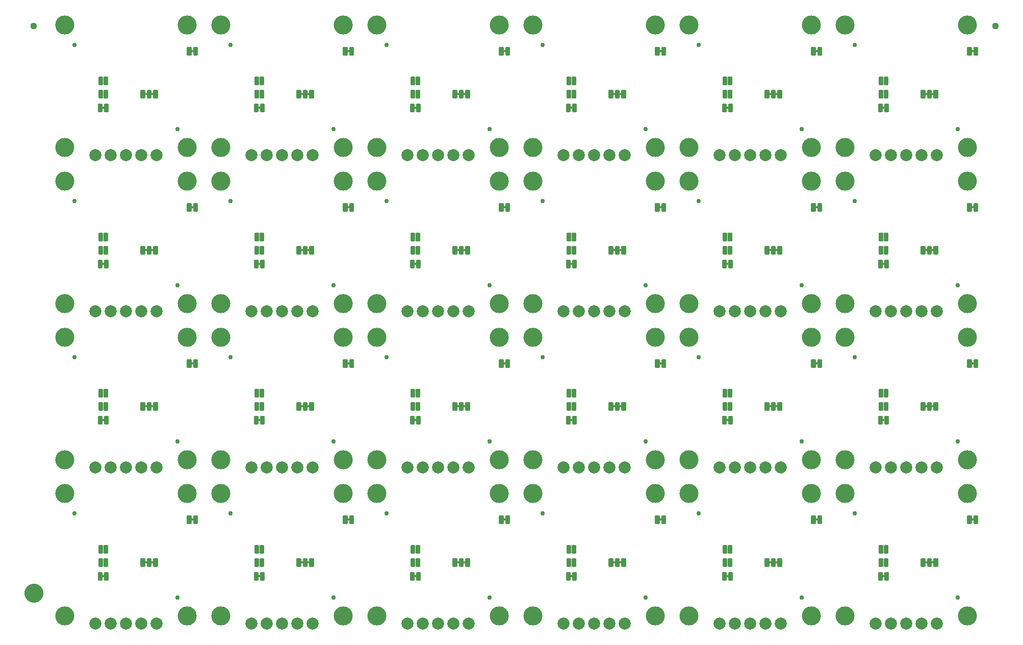
<source format=gbs>
G04 EAGLE Gerber RS-274X export*
G75*
%MOMM*%
%FSLAX34Y34*%
%LPD*%
%INSoldermask Bottom*%
%IPPOS*%
%AMOC8*
5,1,8,0,0,1.08239X$1,22.5*%
G01*
%ADD10C,3.175000*%
%ADD11C,0.228344*%
%ADD12C,0.762000*%
%ADD13C,0.228600*%
%ADD14C,2.006600*%
%ADD15C,1.127000*%
%ADD16C,1.270000*%
%ADD17C,1.627000*%

G36*
X90870Y89547D02*
X90870Y89547D01*
X90936Y89549D01*
X90979Y89567D01*
X91026Y89575D01*
X91083Y89609D01*
X91143Y89634D01*
X91178Y89665D01*
X91219Y89690D01*
X91261Y89741D01*
X91309Y89785D01*
X91331Y89827D01*
X91360Y89864D01*
X91381Y89926D01*
X91412Y89985D01*
X91420Y90039D01*
X91432Y90076D01*
X91431Y90116D01*
X91439Y90170D01*
X91439Y92710D01*
X91428Y92775D01*
X91426Y92841D01*
X91408Y92884D01*
X91400Y92931D01*
X91366Y92988D01*
X91341Y93048D01*
X91310Y93083D01*
X91285Y93124D01*
X91234Y93166D01*
X91190Y93214D01*
X91148Y93236D01*
X91111Y93265D01*
X91049Y93286D01*
X90990Y93317D01*
X90936Y93325D01*
X90899Y93337D01*
X90859Y93336D01*
X90805Y93344D01*
X86995Y93344D01*
X86930Y93333D01*
X86864Y93331D01*
X86821Y93313D01*
X86774Y93305D01*
X86717Y93271D01*
X86657Y93246D01*
X86622Y93215D01*
X86581Y93190D01*
X86540Y93139D01*
X86491Y93095D01*
X86469Y93053D01*
X86440Y93016D01*
X86419Y92954D01*
X86388Y92895D01*
X86380Y92841D01*
X86368Y92804D01*
X86368Y92801D01*
X86369Y92764D01*
X86361Y92710D01*
X86361Y90170D01*
X86372Y90105D01*
X86374Y90039D01*
X86392Y89996D01*
X86400Y89949D01*
X86434Y89892D01*
X86459Y89832D01*
X86490Y89797D01*
X86515Y89756D01*
X86566Y89715D01*
X86610Y89666D01*
X86652Y89644D01*
X86689Y89615D01*
X86751Y89594D01*
X86810Y89563D01*
X86864Y89555D01*
X86901Y89543D01*
X86941Y89544D01*
X86995Y89536D01*
X90805Y89536D01*
X90870Y89547D01*
G37*
G36*
X1198310Y112407D02*
X1198310Y112407D01*
X1198376Y112409D01*
X1198419Y112427D01*
X1198466Y112435D01*
X1198523Y112469D01*
X1198583Y112494D01*
X1198618Y112525D01*
X1198659Y112550D01*
X1198701Y112601D01*
X1198749Y112645D01*
X1198771Y112687D01*
X1198800Y112724D01*
X1198821Y112786D01*
X1198852Y112845D01*
X1198860Y112899D01*
X1198872Y112936D01*
X1198871Y112976D01*
X1198879Y113030D01*
X1198879Y115570D01*
X1198868Y115635D01*
X1198866Y115701D01*
X1198848Y115744D01*
X1198840Y115791D01*
X1198806Y115848D01*
X1198781Y115908D01*
X1198750Y115943D01*
X1198725Y115984D01*
X1198674Y116026D01*
X1198630Y116074D01*
X1198588Y116096D01*
X1198551Y116125D01*
X1198489Y116146D01*
X1198430Y116177D01*
X1198376Y116185D01*
X1198339Y116197D01*
X1198299Y116196D01*
X1198245Y116204D01*
X1194435Y116204D01*
X1194370Y116193D01*
X1194304Y116191D01*
X1194261Y116173D01*
X1194214Y116165D01*
X1194157Y116131D01*
X1194097Y116106D01*
X1194062Y116075D01*
X1194021Y116050D01*
X1193980Y115999D01*
X1193931Y115955D01*
X1193909Y115913D01*
X1193880Y115876D01*
X1193859Y115814D01*
X1193828Y115755D01*
X1193820Y115701D01*
X1193808Y115664D01*
X1193808Y115661D01*
X1193809Y115624D01*
X1193801Y115570D01*
X1193801Y113030D01*
X1193812Y112965D01*
X1193814Y112899D01*
X1193832Y112856D01*
X1193840Y112809D01*
X1193874Y112752D01*
X1193899Y112692D01*
X1193930Y112657D01*
X1193955Y112616D01*
X1194006Y112575D01*
X1194050Y112526D01*
X1194092Y112504D01*
X1194129Y112475D01*
X1194191Y112454D01*
X1194250Y112423D01*
X1194304Y112415D01*
X1194341Y112403D01*
X1194381Y112404D01*
X1194435Y112396D01*
X1198245Y112396D01*
X1198310Y112407D01*
G37*
G36*
X421070Y112407D02*
X421070Y112407D01*
X421136Y112409D01*
X421179Y112427D01*
X421226Y112435D01*
X421283Y112469D01*
X421343Y112494D01*
X421378Y112525D01*
X421419Y112550D01*
X421461Y112601D01*
X421509Y112645D01*
X421531Y112687D01*
X421560Y112724D01*
X421581Y112786D01*
X421612Y112845D01*
X421620Y112899D01*
X421632Y112936D01*
X421631Y112976D01*
X421639Y113030D01*
X421639Y115570D01*
X421628Y115635D01*
X421626Y115701D01*
X421608Y115744D01*
X421600Y115791D01*
X421566Y115848D01*
X421541Y115908D01*
X421510Y115943D01*
X421485Y115984D01*
X421434Y116026D01*
X421390Y116074D01*
X421348Y116096D01*
X421311Y116125D01*
X421249Y116146D01*
X421190Y116177D01*
X421136Y116185D01*
X421099Y116197D01*
X421059Y116196D01*
X421005Y116204D01*
X417195Y116204D01*
X417130Y116193D01*
X417064Y116191D01*
X417021Y116173D01*
X416974Y116165D01*
X416917Y116131D01*
X416857Y116106D01*
X416822Y116075D01*
X416781Y116050D01*
X416740Y115999D01*
X416691Y115955D01*
X416669Y115913D01*
X416640Y115876D01*
X416619Y115814D01*
X416588Y115755D01*
X416580Y115701D01*
X416568Y115664D01*
X416568Y115661D01*
X416569Y115624D01*
X416561Y115570D01*
X416561Y113030D01*
X416572Y112965D01*
X416574Y112899D01*
X416592Y112856D01*
X416600Y112809D01*
X416634Y112752D01*
X416659Y112692D01*
X416690Y112657D01*
X416715Y112616D01*
X416766Y112575D01*
X416810Y112526D01*
X416852Y112504D01*
X416889Y112475D01*
X416951Y112454D01*
X417010Y112423D01*
X417064Y112415D01*
X417101Y112403D01*
X417141Y112404D01*
X417195Y112396D01*
X421005Y112396D01*
X421070Y112407D01*
G37*
G36*
X1457390Y112407D02*
X1457390Y112407D01*
X1457456Y112409D01*
X1457499Y112427D01*
X1457546Y112435D01*
X1457603Y112469D01*
X1457663Y112494D01*
X1457698Y112525D01*
X1457739Y112550D01*
X1457781Y112601D01*
X1457829Y112645D01*
X1457851Y112687D01*
X1457880Y112724D01*
X1457901Y112786D01*
X1457932Y112845D01*
X1457940Y112899D01*
X1457952Y112936D01*
X1457951Y112976D01*
X1457959Y113030D01*
X1457959Y115570D01*
X1457948Y115635D01*
X1457946Y115701D01*
X1457928Y115744D01*
X1457920Y115791D01*
X1457886Y115848D01*
X1457861Y115908D01*
X1457830Y115943D01*
X1457805Y115984D01*
X1457754Y116026D01*
X1457710Y116074D01*
X1457668Y116096D01*
X1457631Y116125D01*
X1457569Y116146D01*
X1457510Y116177D01*
X1457456Y116185D01*
X1457419Y116197D01*
X1457379Y116196D01*
X1457325Y116204D01*
X1453515Y116204D01*
X1453450Y116193D01*
X1453384Y116191D01*
X1453341Y116173D01*
X1453294Y116165D01*
X1453237Y116131D01*
X1453177Y116106D01*
X1453142Y116075D01*
X1453101Y116050D01*
X1453060Y115999D01*
X1453011Y115955D01*
X1452989Y115913D01*
X1452960Y115876D01*
X1452939Y115814D01*
X1452908Y115755D01*
X1452900Y115701D01*
X1452888Y115664D01*
X1452888Y115661D01*
X1452889Y115624D01*
X1452881Y115570D01*
X1452881Y113030D01*
X1452892Y112965D01*
X1452894Y112899D01*
X1452912Y112856D01*
X1452920Y112809D01*
X1452954Y112752D01*
X1452979Y112692D01*
X1453010Y112657D01*
X1453035Y112616D01*
X1453086Y112575D01*
X1453130Y112526D01*
X1453172Y112504D01*
X1453209Y112475D01*
X1453271Y112454D01*
X1453330Y112423D01*
X1453384Y112415D01*
X1453421Y112403D01*
X1453461Y112404D01*
X1453515Y112396D01*
X1457325Y112396D01*
X1457390Y112407D01*
G37*
G36*
X1208470Y112407D02*
X1208470Y112407D01*
X1208536Y112409D01*
X1208579Y112427D01*
X1208626Y112435D01*
X1208683Y112469D01*
X1208743Y112494D01*
X1208778Y112525D01*
X1208819Y112550D01*
X1208861Y112601D01*
X1208909Y112645D01*
X1208931Y112687D01*
X1208960Y112724D01*
X1208981Y112786D01*
X1209012Y112845D01*
X1209020Y112899D01*
X1209032Y112936D01*
X1209031Y112976D01*
X1209039Y113030D01*
X1209039Y115570D01*
X1209028Y115635D01*
X1209026Y115701D01*
X1209008Y115744D01*
X1209000Y115791D01*
X1208966Y115848D01*
X1208941Y115908D01*
X1208910Y115943D01*
X1208885Y115984D01*
X1208834Y116026D01*
X1208790Y116074D01*
X1208748Y116096D01*
X1208711Y116125D01*
X1208649Y116146D01*
X1208590Y116177D01*
X1208536Y116185D01*
X1208499Y116197D01*
X1208459Y116196D01*
X1208405Y116204D01*
X1204595Y116204D01*
X1204530Y116193D01*
X1204464Y116191D01*
X1204421Y116173D01*
X1204374Y116165D01*
X1204317Y116131D01*
X1204257Y116106D01*
X1204222Y116075D01*
X1204181Y116050D01*
X1204140Y115999D01*
X1204091Y115955D01*
X1204069Y115913D01*
X1204040Y115876D01*
X1204019Y115814D01*
X1203988Y115755D01*
X1203980Y115701D01*
X1203968Y115664D01*
X1203968Y115661D01*
X1203969Y115624D01*
X1203961Y115570D01*
X1203961Y113030D01*
X1203972Y112965D01*
X1203974Y112899D01*
X1203992Y112856D01*
X1204000Y112809D01*
X1204034Y112752D01*
X1204059Y112692D01*
X1204090Y112657D01*
X1204115Y112616D01*
X1204166Y112575D01*
X1204210Y112526D01*
X1204252Y112504D01*
X1204289Y112475D01*
X1204351Y112454D01*
X1204410Y112423D01*
X1204464Y112415D01*
X1204501Y112403D01*
X1204541Y112404D01*
X1204595Y112396D01*
X1208405Y112396D01*
X1208470Y112407D01*
G37*
G36*
X161990Y112407D02*
X161990Y112407D01*
X162056Y112409D01*
X162099Y112427D01*
X162146Y112435D01*
X162203Y112469D01*
X162263Y112494D01*
X162298Y112525D01*
X162339Y112550D01*
X162381Y112601D01*
X162429Y112645D01*
X162451Y112687D01*
X162480Y112724D01*
X162501Y112786D01*
X162532Y112845D01*
X162540Y112899D01*
X162552Y112936D01*
X162551Y112976D01*
X162559Y113030D01*
X162559Y115570D01*
X162548Y115635D01*
X162546Y115701D01*
X162528Y115744D01*
X162520Y115791D01*
X162486Y115848D01*
X162461Y115908D01*
X162430Y115943D01*
X162405Y115984D01*
X162354Y116026D01*
X162310Y116074D01*
X162268Y116096D01*
X162231Y116125D01*
X162169Y116146D01*
X162110Y116177D01*
X162056Y116185D01*
X162019Y116197D01*
X161979Y116196D01*
X161925Y116204D01*
X158115Y116204D01*
X158050Y116193D01*
X157984Y116191D01*
X157941Y116173D01*
X157894Y116165D01*
X157837Y116131D01*
X157777Y116106D01*
X157742Y116075D01*
X157701Y116050D01*
X157660Y115999D01*
X157611Y115955D01*
X157589Y115913D01*
X157560Y115876D01*
X157539Y115814D01*
X157508Y115755D01*
X157500Y115701D01*
X157488Y115664D01*
X157488Y115661D01*
X157489Y115624D01*
X157481Y115570D01*
X157481Y113030D01*
X157492Y112965D01*
X157494Y112899D01*
X157512Y112856D01*
X157520Y112809D01*
X157554Y112752D01*
X157579Y112692D01*
X157610Y112657D01*
X157635Y112616D01*
X157686Y112575D01*
X157730Y112526D01*
X157772Y112504D01*
X157809Y112475D01*
X157871Y112454D01*
X157930Y112423D01*
X157984Y112415D01*
X158021Y112403D01*
X158061Y112404D01*
X158115Y112396D01*
X161925Y112396D01*
X161990Y112407D01*
G37*
G36*
X431230Y112407D02*
X431230Y112407D01*
X431296Y112409D01*
X431339Y112427D01*
X431386Y112435D01*
X431443Y112469D01*
X431503Y112494D01*
X431538Y112525D01*
X431579Y112550D01*
X431621Y112601D01*
X431669Y112645D01*
X431691Y112687D01*
X431720Y112724D01*
X431741Y112786D01*
X431772Y112845D01*
X431780Y112899D01*
X431792Y112936D01*
X431791Y112976D01*
X431799Y113030D01*
X431799Y115570D01*
X431788Y115635D01*
X431786Y115701D01*
X431768Y115744D01*
X431760Y115791D01*
X431726Y115848D01*
X431701Y115908D01*
X431670Y115943D01*
X431645Y115984D01*
X431594Y116026D01*
X431550Y116074D01*
X431508Y116096D01*
X431471Y116125D01*
X431409Y116146D01*
X431350Y116177D01*
X431296Y116185D01*
X431259Y116197D01*
X431219Y116196D01*
X431165Y116204D01*
X427355Y116204D01*
X427290Y116193D01*
X427224Y116191D01*
X427181Y116173D01*
X427134Y116165D01*
X427077Y116131D01*
X427017Y116106D01*
X426982Y116075D01*
X426941Y116050D01*
X426900Y115999D01*
X426851Y115955D01*
X426829Y115913D01*
X426800Y115876D01*
X426779Y115814D01*
X426748Y115755D01*
X426740Y115701D01*
X426728Y115664D01*
X426728Y115661D01*
X426729Y115624D01*
X426721Y115570D01*
X426721Y113030D01*
X426732Y112965D01*
X426734Y112899D01*
X426752Y112856D01*
X426760Y112809D01*
X426794Y112752D01*
X426819Y112692D01*
X426850Y112657D01*
X426875Y112616D01*
X426926Y112575D01*
X426970Y112526D01*
X427012Y112504D01*
X427049Y112475D01*
X427111Y112454D01*
X427170Y112423D01*
X427224Y112415D01*
X427261Y112403D01*
X427301Y112404D01*
X427355Y112396D01*
X431165Y112396D01*
X431230Y112407D01*
G37*
G36*
X939230Y112407D02*
X939230Y112407D01*
X939296Y112409D01*
X939339Y112427D01*
X939386Y112435D01*
X939443Y112469D01*
X939503Y112494D01*
X939538Y112525D01*
X939579Y112550D01*
X939621Y112601D01*
X939669Y112645D01*
X939691Y112687D01*
X939720Y112724D01*
X939741Y112786D01*
X939772Y112845D01*
X939780Y112899D01*
X939792Y112936D01*
X939791Y112976D01*
X939799Y113030D01*
X939799Y115570D01*
X939788Y115635D01*
X939786Y115701D01*
X939768Y115744D01*
X939760Y115791D01*
X939726Y115848D01*
X939701Y115908D01*
X939670Y115943D01*
X939645Y115984D01*
X939594Y116026D01*
X939550Y116074D01*
X939508Y116096D01*
X939471Y116125D01*
X939409Y116146D01*
X939350Y116177D01*
X939296Y116185D01*
X939259Y116197D01*
X939219Y116196D01*
X939165Y116204D01*
X935355Y116204D01*
X935290Y116193D01*
X935224Y116191D01*
X935181Y116173D01*
X935134Y116165D01*
X935077Y116131D01*
X935017Y116106D01*
X934982Y116075D01*
X934941Y116050D01*
X934900Y115999D01*
X934851Y115955D01*
X934829Y115913D01*
X934800Y115876D01*
X934779Y115814D01*
X934748Y115755D01*
X934740Y115701D01*
X934728Y115664D01*
X934728Y115661D01*
X934729Y115624D01*
X934721Y115570D01*
X934721Y113030D01*
X934732Y112965D01*
X934734Y112899D01*
X934752Y112856D01*
X934760Y112809D01*
X934794Y112752D01*
X934819Y112692D01*
X934850Y112657D01*
X934875Y112616D01*
X934926Y112575D01*
X934970Y112526D01*
X935012Y112504D01*
X935049Y112475D01*
X935111Y112454D01*
X935170Y112423D01*
X935224Y112415D01*
X935261Y112403D01*
X935301Y112404D01*
X935355Y112396D01*
X939165Y112396D01*
X939230Y112407D01*
G37*
G36*
X949390Y112407D02*
X949390Y112407D01*
X949456Y112409D01*
X949499Y112427D01*
X949546Y112435D01*
X949603Y112469D01*
X949663Y112494D01*
X949698Y112525D01*
X949739Y112550D01*
X949781Y112601D01*
X949829Y112645D01*
X949851Y112687D01*
X949880Y112724D01*
X949901Y112786D01*
X949932Y112845D01*
X949940Y112899D01*
X949952Y112936D01*
X949951Y112976D01*
X949959Y113030D01*
X949959Y115570D01*
X949948Y115635D01*
X949946Y115701D01*
X949928Y115744D01*
X949920Y115791D01*
X949886Y115848D01*
X949861Y115908D01*
X949830Y115943D01*
X949805Y115984D01*
X949754Y116026D01*
X949710Y116074D01*
X949668Y116096D01*
X949631Y116125D01*
X949569Y116146D01*
X949510Y116177D01*
X949456Y116185D01*
X949419Y116197D01*
X949379Y116196D01*
X949325Y116204D01*
X945515Y116204D01*
X945450Y116193D01*
X945384Y116191D01*
X945341Y116173D01*
X945294Y116165D01*
X945237Y116131D01*
X945177Y116106D01*
X945142Y116075D01*
X945101Y116050D01*
X945060Y115999D01*
X945011Y115955D01*
X944989Y115913D01*
X944960Y115876D01*
X944939Y115814D01*
X944908Y115755D01*
X944900Y115701D01*
X944888Y115664D01*
X944888Y115661D01*
X944889Y115624D01*
X944881Y115570D01*
X944881Y113030D01*
X944892Y112965D01*
X944894Y112899D01*
X944912Y112856D01*
X944920Y112809D01*
X944954Y112752D01*
X944979Y112692D01*
X945010Y112657D01*
X945035Y112616D01*
X945086Y112575D01*
X945130Y112526D01*
X945172Y112504D01*
X945209Y112475D01*
X945271Y112454D01*
X945330Y112423D01*
X945384Y112415D01*
X945421Y112403D01*
X945461Y112404D01*
X945515Y112396D01*
X949325Y112396D01*
X949390Y112407D01*
G37*
G36*
X172150Y112407D02*
X172150Y112407D01*
X172216Y112409D01*
X172259Y112427D01*
X172306Y112435D01*
X172363Y112469D01*
X172423Y112494D01*
X172458Y112525D01*
X172499Y112550D01*
X172541Y112601D01*
X172589Y112645D01*
X172611Y112687D01*
X172640Y112724D01*
X172661Y112786D01*
X172692Y112845D01*
X172700Y112899D01*
X172712Y112936D01*
X172711Y112976D01*
X172719Y113030D01*
X172719Y115570D01*
X172708Y115635D01*
X172706Y115701D01*
X172688Y115744D01*
X172680Y115791D01*
X172646Y115848D01*
X172621Y115908D01*
X172590Y115943D01*
X172565Y115984D01*
X172514Y116026D01*
X172470Y116074D01*
X172428Y116096D01*
X172391Y116125D01*
X172329Y116146D01*
X172270Y116177D01*
X172216Y116185D01*
X172179Y116197D01*
X172139Y116196D01*
X172085Y116204D01*
X168275Y116204D01*
X168210Y116193D01*
X168144Y116191D01*
X168101Y116173D01*
X168054Y116165D01*
X167997Y116131D01*
X167937Y116106D01*
X167902Y116075D01*
X167861Y116050D01*
X167820Y115999D01*
X167771Y115955D01*
X167749Y115913D01*
X167720Y115876D01*
X167699Y115814D01*
X167668Y115755D01*
X167660Y115701D01*
X167648Y115664D01*
X167648Y115661D01*
X167649Y115624D01*
X167641Y115570D01*
X167641Y113030D01*
X167652Y112965D01*
X167654Y112899D01*
X167672Y112856D01*
X167680Y112809D01*
X167714Y112752D01*
X167739Y112692D01*
X167770Y112657D01*
X167795Y112616D01*
X167846Y112575D01*
X167890Y112526D01*
X167932Y112504D01*
X167969Y112475D01*
X168031Y112454D01*
X168090Y112423D01*
X168144Y112415D01*
X168181Y112403D01*
X168221Y112404D01*
X168275Y112396D01*
X172085Y112396D01*
X172150Y112407D01*
G37*
G36*
X680150Y112407D02*
X680150Y112407D01*
X680216Y112409D01*
X680259Y112427D01*
X680306Y112435D01*
X680363Y112469D01*
X680423Y112494D01*
X680458Y112525D01*
X680499Y112550D01*
X680541Y112601D01*
X680589Y112645D01*
X680611Y112687D01*
X680640Y112724D01*
X680661Y112786D01*
X680692Y112845D01*
X680700Y112899D01*
X680712Y112936D01*
X680711Y112976D01*
X680719Y113030D01*
X680719Y115570D01*
X680708Y115635D01*
X680706Y115701D01*
X680688Y115744D01*
X680680Y115791D01*
X680646Y115848D01*
X680621Y115908D01*
X680590Y115943D01*
X680565Y115984D01*
X680514Y116026D01*
X680470Y116074D01*
X680428Y116096D01*
X680391Y116125D01*
X680329Y116146D01*
X680270Y116177D01*
X680216Y116185D01*
X680179Y116197D01*
X680139Y116196D01*
X680085Y116204D01*
X676275Y116204D01*
X676210Y116193D01*
X676144Y116191D01*
X676101Y116173D01*
X676054Y116165D01*
X675997Y116131D01*
X675937Y116106D01*
X675902Y116075D01*
X675861Y116050D01*
X675820Y115999D01*
X675771Y115955D01*
X675749Y115913D01*
X675720Y115876D01*
X675699Y115814D01*
X675668Y115755D01*
X675660Y115701D01*
X675648Y115664D01*
X675648Y115661D01*
X675649Y115624D01*
X675641Y115570D01*
X675641Y113030D01*
X675652Y112965D01*
X675654Y112899D01*
X675672Y112856D01*
X675680Y112809D01*
X675714Y112752D01*
X675739Y112692D01*
X675770Y112657D01*
X675795Y112616D01*
X675846Y112575D01*
X675890Y112526D01*
X675932Y112504D01*
X675969Y112475D01*
X676031Y112454D01*
X676090Y112423D01*
X676144Y112415D01*
X676181Y112403D01*
X676221Y112404D01*
X676275Y112396D01*
X680085Y112396D01*
X680150Y112407D01*
G37*
G36*
X690310Y112407D02*
X690310Y112407D01*
X690376Y112409D01*
X690419Y112427D01*
X690466Y112435D01*
X690523Y112469D01*
X690583Y112494D01*
X690618Y112525D01*
X690659Y112550D01*
X690701Y112601D01*
X690749Y112645D01*
X690771Y112687D01*
X690800Y112724D01*
X690821Y112786D01*
X690852Y112845D01*
X690860Y112899D01*
X690872Y112936D01*
X690871Y112976D01*
X690879Y113030D01*
X690879Y115570D01*
X690868Y115635D01*
X690866Y115701D01*
X690848Y115744D01*
X690840Y115791D01*
X690806Y115848D01*
X690781Y115908D01*
X690750Y115943D01*
X690725Y115984D01*
X690674Y116026D01*
X690630Y116074D01*
X690588Y116096D01*
X690551Y116125D01*
X690489Y116146D01*
X690430Y116177D01*
X690376Y116185D01*
X690339Y116197D01*
X690299Y116196D01*
X690245Y116204D01*
X686435Y116204D01*
X686370Y116193D01*
X686304Y116191D01*
X686261Y116173D01*
X686214Y116165D01*
X686157Y116131D01*
X686097Y116106D01*
X686062Y116075D01*
X686021Y116050D01*
X685980Y115999D01*
X685931Y115955D01*
X685909Y115913D01*
X685880Y115876D01*
X685859Y115814D01*
X685828Y115755D01*
X685820Y115701D01*
X685808Y115664D01*
X685808Y115661D01*
X685809Y115624D01*
X685801Y115570D01*
X685801Y113030D01*
X685812Y112965D01*
X685814Y112899D01*
X685832Y112856D01*
X685840Y112809D01*
X685874Y112752D01*
X685899Y112692D01*
X685930Y112657D01*
X685955Y112616D01*
X686006Y112575D01*
X686050Y112526D01*
X686092Y112504D01*
X686129Y112475D01*
X686191Y112454D01*
X686250Y112423D01*
X686304Y112415D01*
X686341Y112403D01*
X686381Y112404D01*
X686435Y112396D01*
X690245Y112396D01*
X690310Y112407D01*
G37*
G36*
X1467550Y112407D02*
X1467550Y112407D01*
X1467616Y112409D01*
X1467659Y112427D01*
X1467706Y112435D01*
X1467763Y112469D01*
X1467823Y112494D01*
X1467858Y112525D01*
X1467899Y112550D01*
X1467941Y112601D01*
X1467989Y112645D01*
X1468011Y112687D01*
X1468040Y112724D01*
X1468061Y112786D01*
X1468092Y112845D01*
X1468100Y112899D01*
X1468112Y112936D01*
X1468111Y112976D01*
X1468119Y113030D01*
X1468119Y115570D01*
X1468108Y115635D01*
X1468106Y115701D01*
X1468088Y115744D01*
X1468080Y115791D01*
X1468046Y115848D01*
X1468021Y115908D01*
X1467990Y115943D01*
X1467965Y115984D01*
X1467914Y116026D01*
X1467870Y116074D01*
X1467828Y116096D01*
X1467791Y116125D01*
X1467729Y116146D01*
X1467670Y116177D01*
X1467616Y116185D01*
X1467579Y116197D01*
X1467539Y116196D01*
X1467485Y116204D01*
X1463675Y116204D01*
X1463610Y116193D01*
X1463544Y116191D01*
X1463501Y116173D01*
X1463454Y116165D01*
X1463397Y116131D01*
X1463337Y116106D01*
X1463302Y116075D01*
X1463261Y116050D01*
X1463220Y115999D01*
X1463171Y115955D01*
X1463149Y115913D01*
X1463120Y115876D01*
X1463099Y115814D01*
X1463068Y115755D01*
X1463060Y115701D01*
X1463048Y115664D01*
X1463048Y115661D01*
X1463049Y115624D01*
X1463041Y115570D01*
X1463041Y113030D01*
X1463052Y112965D01*
X1463054Y112899D01*
X1463072Y112856D01*
X1463080Y112809D01*
X1463114Y112752D01*
X1463139Y112692D01*
X1463170Y112657D01*
X1463195Y112616D01*
X1463246Y112575D01*
X1463290Y112526D01*
X1463332Y112504D01*
X1463369Y112475D01*
X1463431Y112454D01*
X1463490Y112423D01*
X1463544Y112415D01*
X1463581Y112403D01*
X1463621Y112404D01*
X1463675Y112396D01*
X1467485Y112396D01*
X1467550Y112407D01*
G37*
G36*
X609030Y89547D02*
X609030Y89547D01*
X609096Y89549D01*
X609139Y89567D01*
X609186Y89575D01*
X609243Y89609D01*
X609303Y89634D01*
X609338Y89665D01*
X609379Y89690D01*
X609421Y89741D01*
X609469Y89785D01*
X609491Y89827D01*
X609520Y89864D01*
X609541Y89926D01*
X609572Y89985D01*
X609580Y90039D01*
X609592Y90076D01*
X609591Y90116D01*
X609599Y90170D01*
X609599Y92710D01*
X609588Y92775D01*
X609586Y92841D01*
X609568Y92884D01*
X609560Y92931D01*
X609526Y92988D01*
X609501Y93048D01*
X609470Y93083D01*
X609445Y93124D01*
X609394Y93166D01*
X609350Y93214D01*
X609308Y93236D01*
X609271Y93265D01*
X609209Y93286D01*
X609150Y93317D01*
X609096Y93325D01*
X609059Y93337D01*
X609019Y93336D01*
X608965Y93344D01*
X605155Y93344D01*
X605090Y93333D01*
X605024Y93331D01*
X604981Y93313D01*
X604934Y93305D01*
X604877Y93271D01*
X604817Y93246D01*
X604782Y93215D01*
X604741Y93190D01*
X604700Y93139D01*
X604651Y93095D01*
X604629Y93053D01*
X604600Y93016D01*
X604579Y92954D01*
X604548Y92895D01*
X604540Y92841D01*
X604528Y92804D01*
X604528Y92801D01*
X604529Y92764D01*
X604521Y92710D01*
X604521Y90170D01*
X604532Y90105D01*
X604534Y90039D01*
X604552Y89996D01*
X604560Y89949D01*
X604594Y89892D01*
X604619Y89832D01*
X604650Y89797D01*
X604675Y89756D01*
X604726Y89715D01*
X604770Y89666D01*
X604812Y89644D01*
X604849Y89615D01*
X604911Y89594D01*
X604970Y89563D01*
X605024Y89555D01*
X605061Y89543D01*
X605101Y89544D01*
X605155Y89536D01*
X608965Y89536D01*
X609030Y89547D01*
G37*
G36*
X1127190Y89547D02*
X1127190Y89547D01*
X1127256Y89549D01*
X1127299Y89567D01*
X1127346Y89575D01*
X1127403Y89609D01*
X1127463Y89634D01*
X1127498Y89665D01*
X1127539Y89690D01*
X1127581Y89741D01*
X1127629Y89785D01*
X1127651Y89827D01*
X1127680Y89864D01*
X1127701Y89926D01*
X1127732Y89985D01*
X1127740Y90039D01*
X1127752Y90076D01*
X1127751Y90116D01*
X1127759Y90170D01*
X1127759Y92710D01*
X1127748Y92775D01*
X1127746Y92841D01*
X1127728Y92884D01*
X1127720Y92931D01*
X1127686Y92988D01*
X1127661Y93048D01*
X1127630Y93083D01*
X1127605Y93124D01*
X1127554Y93166D01*
X1127510Y93214D01*
X1127468Y93236D01*
X1127431Y93265D01*
X1127369Y93286D01*
X1127310Y93317D01*
X1127256Y93325D01*
X1127219Y93337D01*
X1127179Y93336D01*
X1127125Y93344D01*
X1123315Y93344D01*
X1123250Y93333D01*
X1123184Y93331D01*
X1123141Y93313D01*
X1123094Y93305D01*
X1123037Y93271D01*
X1122977Y93246D01*
X1122942Y93215D01*
X1122901Y93190D01*
X1122860Y93139D01*
X1122811Y93095D01*
X1122789Y93053D01*
X1122760Y93016D01*
X1122739Y92954D01*
X1122708Y92895D01*
X1122700Y92841D01*
X1122688Y92804D01*
X1122688Y92801D01*
X1122689Y92764D01*
X1122681Y92710D01*
X1122681Y90170D01*
X1122692Y90105D01*
X1122694Y90039D01*
X1122712Y89996D01*
X1122720Y89949D01*
X1122754Y89892D01*
X1122779Y89832D01*
X1122810Y89797D01*
X1122835Y89756D01*
X1122886Y89715D01*
X1122930Y89666D01*
X1122972Y89644D01*
X1123009Y89615D01*
X1123071Y89594D01*
X1123130Y89563D01*
X1123184Y89555D01*
X1123221Y89543D01*
X1123261Y89544D01*
X1123315Y89536D01*
X1127125Y89536D01*
X1127190Y89547D01*
G37*
G36*
X349950Y89547D02*
X349950Y89547D01*
X350016Y89549D01*
X350059Y89567D01*
X350106Y89575D01*
X350163Y89609D01*
X350223Y89634D01*
X350258Y89665D01*
X350299Y89690D01*
X350341Y89741D01*
X350389Y89785D01*
X350411Y89827D01*
X350440Y89864D01*
X350461Y89926D01*
X350492Y89985D01*
X350500Y90039D01*
X350512Y90076D01*
X350511Y90116D01*
X350519Y90170D01*
X350519Y92710D01*
X350508Y92775D01*
X350506Y92841D01*
X350488Y92884D01*
X350480Y92931D01*
X350446Y92988D01*
X350421Y93048D01*
X350390Y93083D01*
X350365Y93124D01*
X350314Y93166D01*
X350270Y93214D01*
X350228Y93236D01*
X350191Y93265D01*
X350129Y93286D01*
X350070Y93317D01*
X350016Y93325D01*
X349979Y93337D01*
X349939Y93336D01*
X349885Y93344D01*
X346075Y93344D01*
X346010Y93333D01*
X345944Y93331D01*
X345901Y93313D01*
X345854Y93305D01*
X345797Y93271D01*
X345737Y93246D01*
X345702Y93215D01*
X345661Y93190D01*
X345620Y93139D01*
X345571Y93095D01*
X345549Y93053D01*
X345520Y93016D01*
X345499Y92954D01*
X345468Y92895D01*
X345460Y92841D01*
X345448Y92804D01*
X345448Y92801D01*
X345449Y92764D01*
X345441Y92710D01*
X345441Y90170D01*
X345452Y90105D01*
X345454Y90039D01*
X345472Y89996D01*
X345480Y89949D01*
X345514Y89892D01*
X345539Y89832D01*
X345570Y89797D01*
X345595Y89756D01*
X345646Y89715D01*
X345690Y89666D01*
X345732Y89644D01*
X345769Y89615D01*
X345831Y89594D01*
X345890Y89563D01*
X345944Y89555D01*
X345981Y89543D01*
X346021Y89544D01*
X346075Y89536D01*
X349885Y89536D01*
X349950Y89547D01*
G37*
G36*
X1386270Y89547D02*
X1386270Y89547D01*
X1386336Y89549D01*
X1386379Y89567D01*
X1386426Y89575D01*
X1386483Y89609D01*
X1386543Y89634D01*
X1386578Y89665D01*
X1386619Y89690D01*
X1386661Y89741D01*
X1386709Y89785D01*
X1386731Y89827D01*
X1386760Y89864D01*
X1386781Y89926D01*
X1386812Y89985D01*
X1386820Y90039D01*
X1386832Y90076D01*
X1386831Y90116D01*
X1386839Y90170D01*
X1386839Y92710D01*
X1386828Y92775D01*
X1386826Y92841D01*
X1386808Y92884D01*
X1386800Y92931D01*
X1386766Y92988D01*
X1386741Y93048D01*
X1386710Y93083D01*
X1386685Y93124D01*
X1386634Y93166D01*
X1386590Y93214D01*
X1386548Y93236D01*
X1386511Y93265D01*
X1386449Y93286D01*
X1386390Y93317D01*
X1386336Y93325D01*
X1386299Y93337D01*
X1386259Y93336D01*
X1386205Y93344D01*
X1382395Y93344D01*
X1382330Y93333D01*
X1382264Y93331D01*
X1382221Y93313D01*
X1382174Y93305D01*
X1382117Y93271D01*
X1382057Y93246D01*
X1382022Y93215D01*
X1381981Y93190D01*
X1381940Y93139D01*
X1381891Y93095D01*
X1381869Y93053D01*
X1381840Y93016D01*
X1381819Y92954D01*
X1381788Y92895D01*
X1381780Y92841D01*
X1381768Y92804D01*
X1381768Y92801D01*
X1381769Y92764D01*
X1381761Y92710D01*
X1381761Y90170D01*
X1381772Y90105D01*
X1381774Y90039D01*
X1381792Y89996D01*
X1381800Y89949D01*
X1381834Y89892D01*
X1381859Y89832D01*
X1381890Y89797D01*
X1381915Y89756D01*
X1381966Y89715D01*
X1382010Y89666D01*
X1382052Y89644D01*
X1382089Y89615D01*
X1382151Y89594D01*
X1382210Y89563D01*
X1382264Y89555D01*
X1382301Y89543D01*
X1382341Y89544D01*
X1382395Y89536D01*
X1386205Y89536D01*
X1386270Y89547D01*
G37*
G36*
X868110Y89547D02*
X868110Y89547D01*
X868176Y89549D01*
X868219Y89567D01*
X868266Y89575D01*
X868323Y89609D01*
X868383Y89634D01*
X868418Y89665D01*
X868459Y89690D01*
X868501Y89741D01*
X868549Y89785D01*
X868571Y89827D01*
X868600Y89864D01*
X868621Y89926D01*
X868652Y89985D01*
X868660Y90039D01*
X868672Y90076D01*
X868671Y90116D01*
X868679Y90170D01*
X868679Y92710D01*
X868668Y92775D01*
X868666Y92841D01*
X868648Y92884D01*
X868640Y92931D01*
X868606Y92988D01*
X868581Y93048D01*
X868550Y93083D01*
X868525Y93124D01*
X868474Y93166D01*
X868430Y93214D01*
X868388Y93236D01*
X868351Y93265D01*
X868289Y93286D01*
X868230Y93317D01*
X868176Y93325D01*
X868139Y93337D01*
X868099Y93336D01*
X868045Y93344D01*
X864235Y93344D01*
X864170Y93333D01*
X864104Y93331D01*
X864061Y93313D01*
X864014Y93305D01*
X863957Y93271D01*
X863897Y93246D01*
X863862Y93215D01*
X863821Y93190D01*
X863780Y93139D01*
X863731Y93095D01*
X863709Y93053D01*
X863680Y93016D01*
X863659Y92954D01*
X863628Y92895D01*
X863620Y92841D01*
X863608Y92804D01*
X863608Y92801D01*
X863609Y92764D01*
X863601Y92710D01*
X863601Y90170D01*
X863612Y90105D01*
X863614Y90039D01*
X863632Y89996D01*
X863640Y89949D01*
X863674Y89892D01*
X863699Y89832D01*
X863730Y89797D01*
X863755Y89756D01*
X863806Y89715D01*
X863850Y89666D01*
X863892Y89644D01*
X863929Y89615D01*
X863991Y89594D01*
X864050Y89563D01*
X864104Y89555D01*
X864141Y89543D01*
X864181Y89544D01*
X864235Y89536D01*
X868045Y89536D01*
X868110Y89547D01*
G37*
G36*
X609030Y866787D02*
X609030Y866787D01*
X609096Y866789D01*
X609139Y866807D01*
X609186Y866815D01*
X609243Y866849D01*
X609303Y866874D01*
X609338Y866905D01*
X609379Y866930D01*
X609421Y866981D01*
X609469Y867025D01*
X609491Y867067D01*
X609520Y867104D01*
X609541Y867166D01*
X609572Y867225D01*
X609580Y867279D01*
X609592Y867316D01*
X609591Y867356D01*
X609599Y867410D01*
X609599Y869950D01*
X609588Y870015D01*
X609586Y870081D01*
X609568Y870124D01*
X609560Y870171D01*
X609526Y870228D01*
X609501Y870288D01*
X609470Y870323D01*
X609445Y870364D01*
X609394Y870406D01*
X609350Y870454D01*
X609308Y870476D01*
X609271Y870505D01*
X609209Y870526D01*
X609150Y870557D01*
X609096Y870565D01*
X609059Y870577D01*
X609019Y870576D01*
X608965Y870584D01*
X605155Y870584D01*
X605090Y870573D01*
X605024Y870571D01*
X604981Y870553D01*
X604934Y870545D01*
X604877Y870511D01*
X604817Y870486D01*
X604782Y870455D01*
X604741Y870430D01*
X604700Y870379D01*
X604651Y870335D01*
X604629Y870293D01*
X604600Y870256D01*
X604579Y870194D01*
X604548Y870135D01*
X604540Y870081D01*
X604528Y870044D01*
X604528Y870041D01*
X604529Y870004D01*
X604521Y869950D01*
X604521Y867410D01*
X604532Y867345D01*
X604534Y867279D01*
X604552Y867236D01*
X604560Y867189D01*
X604594Y867132D01*
X604619Y867072D01*
X604650Y867037D01*
X604675Y866996D01*
X604726Y866955D01*
X604770Y866906D01*
X604812Y866884D01*
X604849Y866855D01*
X604911Y866834D01*
X604970Y866803D01*
X605024Y866795D01*
X605061Y866783D01*
X605101Y866784D01*
X605155Y866776D01*
X608965Y866776D01*
X609030Y866787D01*
G37*
G36*
X1386270Y866787D02*
X1386270Y866787D01*
X1386336Y866789D01*
X1386379Y866807D01*
X1386426Y866815D01*
X1386483Y866849D01*
X1386543Y866874D01*
X1386578Y866905D01*
X1386619Y866930D01*
X1386661Y866981D01*
X1386709Y867025D01*
X1386731Y867067D01*
X1386760Y867104D01*
X1386781Y867166D01*
X1386812Y867225D01*
X1386820Y867279D01*
X1386832Y867316D01*
X1386831Y867356D01*
X1386839Y867410D01*
X1386839Y869950D01*
X1386828Y870015D01*
X1386826Y870081D01*
X1386808Y870124D01*
X1386800Y870171D01*
X1386766Y870228D01*
X1386741Y870288D01*
X1386710Y870323D01*
X1386685Y870364D01*
X1386634Y870406D01*
X1386590Y870454D01*
X1386548Y870476D01*
X1386511Y870505D01*
X1386449Y870526D01*
X1386390Y870557D01*
X1386336Y870565D01*
X1386299Y870577D01*
X1386259Y870576D01*
X1386205Y870584D01*
X1382395Y870584D01*
X1382330Y870573D01*
X1382264Y870571D01*
X1382221Y870553D01*
X1382174Y870545D01*
X1382117Y870511D01*
X1382057Y870486D01*
X1382022Y870455D01*
X1381981Y870430D01*
X1381940Y870379D01*
X1381891Y870335D01*
X1381869Y870293D01*
X1381840Y870256D01*
X1381819Y870194D01*
X1381788Y870135D01*
X1381780Y870081D01*
X1381768Y870044D01*
X1381768Y870041D01*
X1381769Y870004D01*
X1381761Y869950D01*
X1381761Y867410D01*
X1381772Y867345D01*
X1381774Y867279D01*
X1381792Y867236D01*
X1381800Y867189D01*
X1381834Y867132D01*
X1381859Y867072D01*
X1381890Y867037D01*
X1381915Y866996D01*
X1381966Y866955D01*
X1382010Y866906D01*
X1382052Y866884D01*
X1382089Y866855D01*
X1382151Y866834D01*
X1382210Y866803D01*
X1382264Y866795D01*
X1382301Y866783D01*
X1382341Y866784D01*
X1382395Y866776D01*
X1386205Y866776D01*
X1386270Y866787D01*
G37*
G36*
X1127190Y866787D02*
X1127190Y866787D01*
X1127256Y866789D01*
X1127299Y866807D01*
X1127346Y866815D01*
X1127403Y866849D01*
X1127463Y866874D01*
X1127498Y866905D01*
X1127539Y866930D01*
X1127581Y866981D01*
X1127629Y867025D01*
X1127651Y867067D01*
X1127680Y867104D01*
X1127701Y867166D01*
X1127732Y867225D01*
X1127740Y867279D01*
X1127752Y867316D01*
X1127751Y867356D01*
X1127759Y867410D01*
X1127759Y869950D01*
X1127748Y870015D01*
X1127746Y870081D01*
X1127728Y870124D01*
X1127720Y870171D01*
X1127686Y870228D01*
X1127661Y870288D01*
X1127630Y870323D01*
X1127605Y870364D01*
X1127554Y870406D01*
X1127510Y870454D01*
X1127468Y870476D01*
X1127431Y870505D01*
X1127369Y870526D01*
X1127310Y870557D01*
X1127256Y870565D01*
X1127219Y870577D01*
X1127179Y870576D01*
X1127125Y870584D01*
X1123315Y870584D01*
X1123250Y870573D01*
X1123184Y870571D01*
X1123141Y870553D01*
X1123094Y870545D01*
X1123037Y870511D01*
X1122977Y870486D01*
X1122942Y870455D01*
X1122901Y870430D01*
X1122860Y870379D01*
X1122811Y870335D01*
X1122789Y870293D01*
X1122760Y870256D01*
X1122739Y870194D01*
X1122708Y870135D01*
X1122700Y870081D01*
X1122688Y870044D01*
X1122688Y870041D01*
X1122689Y870004D01*
X1122681Y869950D01*
X1122681Y867410D01*
X1122692Y867345D01*
X1122694Y867279D01*
X1122712Y867236D01*
X1122720Y867189D01*
X1122754Y867132D01*
X1122779Y867072D01*
X1122810Y867037D01*
X1122835Y866996D01*
X1122886Y866955D01*
X1122930Y866906D01*
X1122972Y866884D01*
X1123009Y866855D01*
X1123071Y866834D01*
X1123130Y866803D01*
X1123184Y866795D01*
X1123221Y866783D01*
X1123261Y866784D01*
X1123315Y866776D01*
X1127125Y866776D01*
X1127190Y866787D01*
G37*
G36*
X349950Y866787D02*
X349950Y866787D01*
X350016Y866789D01*
X350059Y866807D01*
X350106Y866815D01*
X350163Y866849D01*
X350223Y866874D01*
X350258Y866905D01*
X350299Y866930D01*
X350341Y866981D01*
X350389Y867025D01*
X350411Y867067D01*
X350440Y867104D01*
X350461Y867166D01*
X350492Y867225D01*
X350500Y867279D01*
X350512Y867316D01*
X350511Y867356D01*
X350519Y867410D01*
X350519Y869950D01*
X350508Y870015D01*
X350506Y870081D01*
X350488Y870124D01*
X350480Y870171D01*
X350446Y870228D01*
X350421Y870288D01*
X350390Y870323D01*
X350365Y870364D01*
X350314Y870406D01*
X350270Y870454D01*
X350228Y870476D01*
X350191Y870505D01*
X350129Y870526D01*
X350070Y870557D01*
X350016Y870565D01*
X349979Y870577D01*
X349939Y870576D01*
X349885Y870584D01*
X346075Y870584D01*
X346010Y870573D01*
X345944Y870571D01*
X345901Y870553D01*
X345854Y870545D01*
X345797Y870511D01*
X345737Y870486D01*
X345702Y870455D01*
X345661Y870430D01*
X345620Y870379D01*
X345571Y870335D01*
X345549Y870293D01*
X345520Y870256D01*
X345499Y870194D01*
X345468Y870135D01*
X345460Y870081D01*
X345448Y870044D01*
X345448Y870041D01*
X345449Y870004D01*
X345441Y869950D01*
X345441Y867410D01*
X345452Y867345D01*
X345454Y867279D01*
X345472Y867236D01*
X345480Y867189D01*
X345514Y867132D01*
X345539Y867072D01*
X345570Y867037D01*
X345595Y866996D01*
X345646Y866955D01*
X345690Y866906D01*
X345732Y866884D01*
X345769Y866855D01*
X345831Y866834D01*
X345890Y866803D01*
X345944Y866795D01*
X345981Y866783D01*
X346021Y866784D01*
X346075Y866776D01*
X349885Y866776D01*
X349950Y866787D01*
G37*
G36*
X90870Y866787D02*
X90870Y866787D01*
X90936Y866789D01*
X90979Y866807D01*
X91026Y866815D01*
X91083Y866849D01*
X91143Y866874D01*
X91178Y866905D01*
X91219Y866930D01*
X91261Y866981D01*
X91309Y867025D01*
X91331Y867067D01*
X91360Y867104D01*
X91381Y867166D01*
X91412Y867225D01*
X91420Y867279D01*
X91432Y867316D01*
X91431Y867356D01*
X91439Y867410D01*
X91439Y869950D01*
X91428Y870015D01*
X91426Y870081D01*
X91408Y870124D01*
X91400Y870171D01*
X91366Y870228D01*
X91341Y870288D01*
X91310Y870323D01*
X91285Y870364D01*
X91234Y870406D01*
X91190Y870454D01*
X91148Y870476D01*
X91111Y870505D01*
X91049Y870526D01*
X90990Y870557D01*
X90936Y870565D01*
X90899Y870577D01*
X90859Y870576D01*
X90805Y870584D01*
X86995Y870584D01*
X86930Y870573D01*
X86864Y870571D01*
X86821Y870553D01*
X86774Y870545D01*
X86717Y870511D01*
X86657Y870486D01*
X86622Y870455D01*
X86581Y870430D01*
X86540Y870379D01*
X86491Y870335D01*
X86469Y870293D01*
X86440Y870256D01*
X86419Y870194D01*
X86388Y870135D01*
X86380Y870081D01*
X86368Y870044D01*
X86368Y870041D01*
X86369Y870004D01*
X86361Y869950D01*
X86361Y867410D01*
X86372Y867345D01*
X86374Y867279D01*
X86392Y867236D01*
X86400Y867189D01*
X86434Y867132D01*
X86459Y867072D01*
X86490Y867037D01*
X86515Y866996D01*
X86566Y866955D01*
X86610Y866906D01*
X86652Y866884D01*
X86689Y866855D01*
X86751Y866834D01*
X86810Y866803D01*
X86864Y866795D01*
X86901Y866783D01*
X86941Y866784D01*
X86995Y866776D01*
X90805Y866776D01*
X90870Y866787D01*
G37*
G36*
X868110Y866787D02*
X868110Y866787D01*
X868176Y866789D01*
X868219Y866807D01*
X868266Y866815D01*
X868323Y866849D01*
X868383Y866874D01*
X868418Y866905D01*
X868459Y866930D01*
X868501Y866981D01*
X868549Y867025D01*
X868571Y867067D01*
X868600Y867104D01*
X868621Y867166D01*
X868652Y867225D01*
X868660Y867279D01*
X868672Y867316D01*
X868671Y867356D01*
X868679Y867410D01*
X868679Y869950D01*
X868668Y870015D01*
X868666Y870081D01*
X868648Y870124D01*
X868640Y870171D01*
X868606Y870228D01*
X868581Y870288D01*
X868550Y870323D01*
X868525Y870364D01*
X868474Y870406D01*
X868430Y870454D01*
X868388Y870476D01*
X868351Y870505D01*
X868289Y870526D01*
X868230Y870557D01*
X868176Y870565D01*
X868139Y870577D01*
X868099Y870576D01*
X868045Y870584D01*
X864235Y870584D01*
X864170Y870573D01*
X864104Y870571D01*
X864061Y870553D01*
X864014Y870545D01*
X863957Y870511D01*
X863897Y870486D01*
X863862Y870455D01*
X863821Y870430D01*
X863780Y870379D01*
X863731Y870335D01*
X863709Y870293D01*
X863680Y870256D01*
X863659Y870194D01*
X863628Y870135D01*
X863620Y870081D01*
X863608Y870044D01*
X863608Y870041D01*
X863609Y870004D01*
X863601Y869950D01*
X863601Y867410D01*
X863612Y867345D01*
X863614Y867279D01*
X863632Y867236D01*
X863640Y867189D01*
X863674Y867132D01*
X863699Y867072D01*
X863730Y867037D01*
X863755Y866996D01*
X863806Y866955D01*
X863850Y866906D01*
X863892Y866884D01*
X863929Y866855D01*
X863991Y866834D01*
X864050Y866803D01*
X864104Y866795D01*
X864141Y866783D01*
X864181Y866784D01*
X864235Y866776D01*
X868045Y866776D01*
X868110Y866787D01*
G37*
G36*
X238952Y701687D02*
X238952Y701687D01*
X239018Y701689D01*
X239061Y701707D01*
X239108Y701715D01*
X239165Y701749D01*
X239225Y701774D01*
X239260Y701805D01*
X239301Y701830D01*
X239343Y701881D01*
X239391Y701925D01*
X239413Y701967D01*
X239442Y702004D01*
X239463Y702066D01*
X239494Y702125D01*
X239502Y702179D01*
X239514Y702216D01*
X239513Y702256D01*
X239521Y702310D01*
X239521Y704850D01*
X239510Y704915D01*
X239508Y704981D01*
X239490Y705024D01*
X239482Y705071D01*
X239448Y705128D01*
X239423Y705188D01*
X239392Y705223D01*
X239367Y705264D01*
X239316Y705306D01*
X239272Y705354D01*
X239230Y705376D01*
X239193Y705405D01*
X239131Y705426D01*
X239072Y705457D01*
X239018Y705465D01*
X238981Y705477D01*
X238941Y705476D01*
X238887Y705484D01*
X235077Y705484D01*
X235012Y705473D01*
X234946Y705471D01*
X234903Y705453D01*
X234856Y705445D01*
X234799Y705411D01*
X234739Y705386D01*
X234704Y705355D01*
X234663Y705330D01*
X234622Y705279D01*
X234573Y705235D01*
X234551Y705193D01*
X234522Y705156D01*
X234501Y705094D01*
X234470Y705035D01*
X234462Y704981D01*
X234450Y704944D01*
X234450Y704941D01*
X234451Y704904D01*
X234443Y704850D01*
X234443Y702310D01*
X234454Y702245D01*
X234456Y702179D01*
X234474Y702136D01*
X234482Y702089D01*
X234516Y702032D01*
X234541Y701972D01*
X234572Y701937D01*
X234597Y701896D01*
X234648Y701855D01*
X234692Y701806D01*
X234734Y701784D01*
X234771Y701755D01*
X234833Y701734D01*
X234892Y701703D01*
X234946Y701695D01*
X234983Y701683D01*
X235023Y701684D01*
X235077Y701676D01*
X238887Y701676D01*
X238952Y701687D01*
G37*
G36*
X757112Y701687D02*
X757112Y701687D01*
X757178Y701689D01*
X757221Y701707D01*
X757268Y701715D01*
X757325Y701749D01*
X757385Y701774D01*
X757420Y701805D01*
X757461Y701830D01*
X757503Y701881D01*
X757551Y701925D01*
X757573Y701967D01*
X757602Y702004D01*
X757623Y702066D01*
X757654Y702125D01*
X757662Y702179D01*
X757674Y702216D01*
X757673Y702256D01*
X757681Y702310D01*
X757681Y704850D01*
X757670Y704915D01*
X757668Y704981D01*
X757650Y705024D01*
X757642Y705071D01*
X757608Y705128D01*
X757583Y705188D01*
X757552Y705223D01*
X757527Y705264D01*
X757476Y705306D01*
X757432Y705354D01*
X757390Y705376D01*
X757353Y705405D01*
X757291Y705426D01*
X757232Y705457D01*
X757178Y705465D01*
X757141Y705477D01*
X757101Y705476D01*
X757047Y705484D01*
X753237Y705484D01*
X753172Y705473D01*
X753106Y705471D01*
X753063Y705453D01*
X753016Y705445D01*
X752959Y705411D01*
X752899Y705386D01*
X752864Y705355D01*
X752823Y705330D01*
X752782Y705279D01*
X752733Y705235D01*
X752711Y705193D01*
X752682Y705156D01*
X752661Y705094D01*
X752630Y705035D01*
X752622Y704981D01*
X752610Y704944D01*
X752610Y704941D01*
X752611Y704904D01*
X752603Y704850D01*
X752603Y702310D01*
X752614Y702245D01*
X752616Y702179D01*
X752634Y702136D01*
X752642Y702089D01*
X752676Y702032D01*
X752701Y701972D01*
X752732Y701937D01*
X752757Y701896D01*
X752808Y701855D01*
X752852Y701806D01*
X752894Y701784D01*
X752931Y701755D01*
X752993Y701734D01*
X753052Y701703D01*
X753106Y701695D01*
X753143Y701683D01*
X753183Y701684D01*
X753237Y701676D01*
X757047Y701676D01*
X757112Y701687D01*
G37*
G36*
X498032Y701687D02*
X498032Y701687D01*
X498098Y701689D01*
X498141Y701707D01*
X498188Y701715D01*
X498245Y701749D01*
X498305Y701774D01*
X498340Y701805D01*
X498381Y701830D01*
X498423Y701881D01*
X498471Y701925D01*
X498493Y701967D01*
X498522Y702004D01*
X498543Y702066D01*
X498574Y702125D01*
X498582Y702179D01*
X498594Y702216D01*
X498593Y702256D01*
X498601Y702310D01*
X498601Y704850D01*
X498590Y704915D01*
X498588Y704981D01*
X498570Y705024D01*
X498562Y705071D01*
X498528Y705128D01*
X498503Y705188D01*
X498472Y705223D01*
X498447Y705264D01*
X498396Y705306D01*
X498352Y705354D01*
X498310Y705376D01*
X498273Y705405D01*
X498211Y705426D01*
X498152Y705457D01*
X498098Y705465D01*
X498061Y705477D01*
X498021Y705476D01*
X497967Y705484D01*
X494157Y705484D01*
X494092Y705473D01*
X494026Y705471D01*
X493983Y705453D01*
X493936Y705445D01*
X493879Y705411D01*
X493819Y705386D01*
X493784Y705355D01*
X493743Y705330D01*
X493702Y705279D01*
X493653Y705235D01*
X493631Y705193D01*
X493602Y705156D01*
X493581Y705094D01*
X493550Y705035D01*
X493542Y704981D01*
X493530Y704944D01*
X493530Y704941D01*
X493531Y704904D01*
X493523Y704850D01*
X493523Y702310D01*
X493534Y702245D01*
X493536Y702179D01*
X493554Y702136D01*
X493562Y702089D01*
X493596Y702032D01*
X493621Y701972D01*
X493652Y701937D01*
X493677Y701896D01*
X493728Y701855D01*
X493772Y701806D01*
X493814Y701784D01*
X493851Y701755D01*
X493913Y701734D01*
X493972Y701703D01*
X494026Y701695D01*
X494063Y701683D01*
X494103Y701684D01*
X494157Y701676D01*
X497967Y701676D01*
X498032Y701687D01*
G37*
G36*
X1534352Y701687D02*
X1534352Y701687D01*
X1534418Y701689D01*
X1534461Y701707D01*
X1534508Y701715D01*
X1534565Y701749D01*
X1534625Y701774D01*
X1534660Y701805D01*
X1534701Y701830D01*
X1534743Y701881D01*
X1534791Y701925D01*
X1534813Y701967D01*
X1534842Y702004D01*
X1534863Y702066D01*
X1534894Y702125D01*
X1534902Y702179D01*
X1534914Y702216D01*
X1534913Y702256D01*
X1534921Y702310D01*
X1534921Y704850D01*
X1534910Y704915D01*
X1534908Y704981D01*
X1534890Y705024D01*
X1534882Y705071D01*
X1534848Y705128D01*
X1534823Y705188D01*
X1534792Y705223D01*
X1534767Y705264D01*
X1534716Y705306D01*
X1534672Y705354D01*
X1534630Y705376D01*
X1534593Y705405D01*
X1534531Y705426D01*
X1534472Y705457D01*
X1534418Y705465D01*
X1534381Y705477D01*
X1534341Y705476D01*
X1534287Y705484D01*
X1530477Y705484D01*
X1530412Y705473D01*
X1530346Y705471D01*
X1530303Y705453D01*
X1530256Y705445D01*
X1530199Y705411D01*
X1530139Y705386D01*
X1530104Y705355D01*
X1530063Y705330D01*
X1530022Y705279D01*
X1529973Y705235D01*
X1529951Y705193D01*
X1529922Y705156D01*
X1529901Y705094D01*
X1529870Y705035D01*
X1529862Y704981D01*
X1529850Y704944D01*
X1529850Y704941D01*
X1529851Y704904D01*
X1529843Y704850D01*
X1529843Y702310D01*
X1529854Y702245D01*
X1529856Y702179D01*
X1529874Y702136D01*
X1529882Y702089D01*
X1529916Y702032D01*
X1529941Y701972D01*
X1529972Y701937D01*
X1529997Y701896D01*
X1530048Y701855D01*
X1530092Y701806D01*
X1530134Y701784D01*
X1530171Y701755D01*
X1530233Y701734D01*
X1530292Y701703D01*
X1530346Y701695D01*
X1530383Y701683D01*
X1530423Y701684D01*
X1530477Y701676D01*
X1534287Y701676D01*
X1534352Y701687D01*
G37*
G36*
X1275272Y701687D02*
X1275272Y701687D01*
X1275338Y701689D01*
X1275381Y701707D01*
X1275428Y701715D01*
X1275485Y701749D01*
X1275545Y701774D01*
X1275580Y701805D01*
X1275621Y701830D01*
X1275663Y701881D01*
X1275711Y701925D01*
X1275733Y701967D01*
X1275762Y702004D01*
X1275783Y702066D01*
X1275814Y702125D01*
X1275822Y702179D01*
X1275834Y702216D01*
X1275833Y702256D01*
X1275841Y702310D01*
X1275841Y704850D01*
X1275830Y704915D01*
X1275828Y704981D01*
X1275810Y705024D01*
X1275802Y705071D01*
X1275768Y705128D01*
X1275743Y705188D01*
X1275712Y705223D01*
X1275687Y705264D01*
X1275636Y705306D01*
X1275592Y705354D01*
X1275550Y705376D01*
X1275513Y705405D01*
X1275451Y705426D01*
X1275392Y705457D01*
X1275338Y705465D01*
X1275301Y705477D01*
X1275261Y705476D01*
X1275207Y705484D01*
X1271397Y705484D01*
X1271332Y705473D01*
X1271266Y705471D01*
X1271223Y705453D01*
X1271176Y705445D01*
X1271119Y705411D01*
X1271059Y705386D01*
X1271024Y705355D01*
X1270983Y705330D01*
X1270942Y705279D01*
X1270893Y705235D01*
X1270871Y705193D01*
X1270842Y705156D01*
X1270821Y705094D01*
X1270790Y705035D01*
X1270782Y704981D01*
X1270770Y704944D01*
X1270770Y704941D01*
X1270771Y704904D01*
X1270763Y704850D01*
X1270763Y702310D01*
X1270774Y702245D01*
X1270776Y702179D01*
X1270794Y702136D01*
X1270802Y702089D01*
X1270836Y702032D01*
X1270861Y701972D01*
X1270892Y701937D01*
X1270917Y701896D01*
X1270968Y701855D01*
X1271012Y701806D01*
X1271054Y701784D01*
X1271091Y701755D01*
X1271153Y701734D01*
X1271212Y701703D01*
X1271266Y701695D01*
X1271303Y701683D01*
X1271343Y701684D01*
X1271397Y701676D01*
X1275207Y701676D01*
X1275272Y701687D01*
G37*
G36*
X1016192Y701687D02*
X1016192Y701687D01*
X1016258Y701689D01*
X1016301Y701707D01*
X1016348Y701715D01*
X1016405Y701749D01*
X1016465Y701774D01*
X1016500Y701805D01*
X1016541Y701830D01*
X1016583Y701881D01*
X1016631Y701925D01*
X1016653Y701967D01*
X1016682Y702004D01*
X1016703Y702066D01*
X1016734Y702125D01*
X1016742Y702179D01*
X1016754Y702216D01*
X1016753Y702256D01*
X1016761Y702310D01*
X1016761Y704850D01*
X1016750Y704915D01*
X1016748Y704981D01*
X1016730Y705024D01*
X1016722Y705071D01*
X1016688Y705128D01*
X1016663Y705188D01*
X1016632Y705223D01*
X1016607Y705264D01*
X1016556Y705306D01*
X1016512Y705354D01*
X1016470Y705376D01*
X1016433Y705405D01*
X1016371Y705426D01*
X1016312Y705457D01*
X1016258Y705465D01*
X1016221Y705477D01*
X1016181Y705476D01*
X1016127Y705484D01*
X1012317Y705484D01*
X1012252Y705473D01*
X1012186Y705471D01*
X1012143Y705453D01*
X1012096Y705445D01*
X1012039Y705411D01*
X1011979Y705386D01*
X1011944Y705355D01*
X1011903Y705330D01*
X1011862Y705279D01*
X1011813Y705235D01*
X1011791Y705193D01*
X1011762Y705156D01*
X1011741Y705094D01*
X1011710Y705035D01*
X1011702Y704981D01*
X1011690Y704944D01*
X1011690Y704941D01*
X1011691Y704904D01*
X1011683Y704850D01*
X1011683Y702310D01*
X1011694Y702245D01*
X1011696Y702179D01*
X1011714Y702136D01*
X1011722Y702089D01*
X1011756Y702032D01*
X1011781Y701972D01*
X1011812Y701937D01*
X1011837Y701896D01*
X1011888Y701855D01*
X1011932Y701806D01*
X1011974Y701784D01*
X1012011Y701755D01*
X1012073Y701734D01*
X1012132Y701703D01*
X1012186Y701695D01*
X1012223Y701683D01*
X1012263Y701684D01*
X1012317Y701676D01*
X1016127Y701676D01*
X1016192Y701687D01*
G37*
G36*
X161990Y630567D02*
X161990Y630567D01*
X162056Y630569D01*
X162099Y630587D01*
X162146Y630595D01*
X162203Y630629D01*
X162263Y630654D01*
X162298Y630685D01*
X162339Y630710D01*
X162381Y630761D01*
X162429Y630805D01*
X162451Y630847D01*
X162480Y630884D01*
X162501Y630946D01*
X162532Y631005D01*
X162540Y631059D01*
X162552Y631096D01*
X162551Y631136D01*
X162559Y631190D01*
X162559Y633730D01*
X162548Y633795D01*
X162546Y633861D01*
X162528Y633904D01*
X162520Y633951D01*
X162486Y634008D01*
X162461Y634068D01*
X162430Y634103D01*
X162405Y634144D01*
X162354Y634186D01*
X162310Y634234D01*
X162268Y634256D01*
X162231Y634285D01*
X162169Y634306D01*
X162110Y634337D01*
X162056Y634345D01*
X162019Y634357D01*
X161979Y634356D01*
X161925Y634364D01*
X158115Y634364D01*
X158050Y634353D01*
X157984Y634351D01*
X157941Y634333D01*
X157894Y634325D01*
X157837Y634291D01*
X157777Y634266D01*
X157742Y634235D01*
X157701Y634210D01*
X157660Y634159D01*
X157611Y634115D01*
X157589Y634073D01*
X157560Y634036D01*
X157539Y633974D01*
X157508Y633915D01*
X157500Y633861D01*
X157488Y633824D01*
X157488Y633821D01*
X157489Y633784D01*
X157481Y633730D01*
X157481Y631190D01*
X157492Y631125D01*
X157494Y631059D01*
X157512Y631016D01*
X157520Y630969D01*
X157554Y630912D01*
X157579Y630852D01*
X157610Y630817D01*
X157635Y630776D01*
X157686Y630735D01*
X157730Y630686D01*
X157772Y630664D01*
X157809Y630635D01*
X157871Y630614D01*
X157930Y630583D01*
X157984Y630575D01*
X158021Y630563D01*
X158061Y630564D01*
X158115Y630556D01*
X161925Y630556D01*
X161990Y630567D01*
G37*
G36*
X939230Y630567D02*
X939230Y630567D01*
X939296Y630569D01*
X939339Y630587D01*
X939386Y630595D01*
X939443Y630629D01*
X939503Y630654D01*
X939538Y630685D01*
X939579Y630710D01*
X939621Y630761D01*
X939669Y630805D01*
X939691Y630847D01*
X939720Y630884D01*
X939741Y630946D01*
X939772Y631005D01*
X939780Y631059D01*
X939792Y631096D01*
X939791Y631136D01*
X939799Y631190D01*
X939799Y633730D01*
X939788Y633795D01*
X939786Y633861D01*
X939768Y633904D01*
X939760Y633951D01*
X939726Y634008D01*
X939701Y634068D01*
X939670Y634103D01*
X939645Y634144D01*
X939594Y634186D01*
X939550Y634234D01*
X939508Y634256D01*
X939471Y634285D01*
X939409Y634306D01*
X939350Y634337D01*
X939296Y634345D01*
X939259Y634357D01*
X939219Y634356D01*
X939165Y634364D01*
X935355Y634364D01*
X935290Y634353D01*
X935224Y634351D01*
X935181Y634333D01*
X935134Y634325D01*
X935077Y634291D01*
X935017Y634266D01*
X934982Y634235D01*
X934941Y634210D01*
X934900Y634159D01*
X934851Y634115D01*
X934829Y634073D01*
X934800Y634036D01*
X934779Y633974D01*
X934748Y633915D01*
X934740Y633861D01*
X934728Y633824D01*
X934728Y633821D01*
X934729Y633784D01*
X934721Y633730D01*
X934721Y631190D01*
X934732Y631125D01*
X934734Y631059D01*
X934752Y631016D01*
X934760Y630969D01*
X934794Y630912D01*
X934819Y630852D01*
X934850Y630817D01*
X934875Y630776D01*
X934926Y630735D01*
X934970Y630686D01*
X935012Y630664D01*
X935049Y630635D01*
X935111Y630614D01*
X935170Y630583D01*
X935224Y630575D01*
X935261Y630563D01*
X935301Y630564D01*
X935355Y630556D01*
X939165Y630556D01*
X939230Y630567D01*
G37*
G36*
X1198310Y630567D02*
X1198310Y630567D01*
X1198376Y630569D01*
X1198419Y630587D01*
X1198466Y630595D01*
X1198523Y630629D01*
X1198583Y630654D01*
X1198618Y630685D01*
X1198659Y630710D01*
X1198701Y630761D01*
X1198749Y630805D01*
X1198771Y630847D01*
X1198800Y630884D01*
X1198821Y630946D01*
X1198852Y631005D01*
X1198860Y631059D01*
X1198872Y631096D01*
X1198871Y631136D01*
X1198879Y631190D01*
X1198879Y633730D01*
X1198868Y633795D01*
X1198866Y633861D01*
X1198848Y633904D01*
X1198840Y633951D01*
X1198806Y634008D01*
X1198781Y634068D01*
X1198750Y634103D01*
X1198725Y634144D01*
X1198674Y634186D01*
X1198630Y634234D01*
X1198588Y634256D01*
X1198551Y634285D01*
X1198489Y634306D01*
X1198430Y634337D01*
X1198376Y634345D01*
X1198339Y634357D01*
X1198299Y634356D01*
X1198245Y634364D01*
X1194435Y634364D01*
X1194370Y634353D01*
X1194304Y634351D01*
X1194261Y634333D01*
X1194214Y634325D01*
X1194157Y634291D01*
X1194097Y634266D01*
X1194062Y634235D01*
X1194021Y634210D01*
X1193980Y634159D01*
X1193931Y634115D01*
X1193909Y634073D01*
X1193880Y634036D01*
X1193859Y633974D01*
X1193828Y633915D01*
X1193820Y633861D01*
X1193808Y633824D01*
X1193808Y633821D01*
X1193809Y633784D01*
X1193801Y633730D01*
X1193801Y631190D01*
X1193812Y631125D01*
X1193814Y631059D01*
X1193832Y631016D01*
X1193840Y630969D01*
X1193874Y630912D01*
X1193899Y630852D01*
X1193930Y630817D01*
X1193955Y630776D01*
X1194006Y630735D01*
X1194050Y630686D01*
X1194092Y630664D01*
X1194129Y630635D01*
X1194191Y630614D01*
X1194250Y630583D01*
X1194304Y630575D01*
X1194341Y630563D01*
X1194381Y630564D01*
X1194435Y630556D01*
X1198245Y630556D01*
X1198310Y630567D01*
G37*
G36*
X1457390Y630567D02*
X1457390Y630567D01*
X1457456Y630569D01*
X1457499Y630587D01*
X1457546Y630595D01*
X1457603Y630629D01*
X1457663Y630654D01*
X1457698Y630685D01*
X1457739Y630710D01*
X1457781Y630761D01*
X1457829Y630805D01*
X1457851Y630847D01*
X1457880Y630884D01*
X1457901Y630946D01*
X1457932Y631005D01*
X1457940Y631059D01*
X1457952Y631096D01*
X1457951Y631136D01*
X1457959Y631190D01*
X1457959Y633730D01*
X1457948Y633795D01*
X1457946Y633861D01*
X1457928Y633904D01*
X1457920Y633951D01*
X1457886Y634008D01*
X1457861Y634068D01*
X1457830Y634103D01*
X1457805Y634144D01*
X1457754Y634186D01*
X1457710Y634234D01*
X1457668Y634256D01*
X1457631Y634285D01*
X1457569Y634306D01*
X1457510Y634337D01*
X1457456Y634345D01*
X1457419Y634357D01*
X1457379Y634356D01*
X1457325Y634364D01*
X1453515Y634364D01*
X1453450Y634353D01*
X1453384Y634351D01*
X1453341Y634333D01*
X1453294Y634325D01*
X1453237Y634291D01*
X1453177Y634266D01*
X1453142Y634235D01*
X1453101Y634210D01*
X1453060Y634159D01*
X1453011Y634115D01*
X1452989Y634073D01*
X1452960Y634036D01*
X1452939Y633974D01*
X1452908Y633915D01*
X1452900Y633861D01*
X1452888Y633824D01*
X1452888Y633821D01*
X1452889Y633784D01*
X1452881Y633730D01*
X1452881Y631190D01*
X1452892Y631125D01*
X1452894Y631059D01*
X1452912Y631016D01*
X1452920Y630969D01*
X1452954Y630912D01*
X1452979Y630852D01*
X1453010Y630817D01*
X1453035Y630776D01*
X1453086Y630735D01*
X1453130Y630686D01*
X1453172Y630664D01*
X1453209Y630635D01*
X1453271Y630614D01*
X1453330Y630583D01*
X1453384Y630575D01*
X1453421Y630563D01*
X1453461Y630564D01*
X1453515Y630556D01*
X1457325Y630556D01*
X1457390Y630567D01*
G37*
G36*
X1208470Y630567D02*
X1208470Y630567D01*
X1208536Y630569D01*
X1208579Y630587D01*
X1208626Y630595D01*
X1208683Y630629D01*
X1208743Y630654D01*
X1208778Y630685D01*
X1208819Y630710D01*
X1208861Y630761D01*
X1208909Y630805D01*
X1208931Y630847D01*
X1208960Y630884D01*
X1208981Y630946D01*
X1209012Y631005D01*
X1209020Y631059D01*
X1209032Y631096D01*
X1209031Y631136D01*
X1209039Y631190D01*
X1209039Y633730D01*
X1209028Y633795D01*
X1209026Y633861D01*
X1209008Y633904D01*
X1209000Y633951D01*
X1208966Y634008D01*
X1208941Y634068D01*
X1208910Y634103D01*
X1208885Y634144D01*
X1208834Y634186D01*
X1208790Y634234D01*
X1208748Y634256D01*
X1208711Y634285D01*
X1208649Y634306D01*
X1208590Y634337D01*
X1208536Y634345D01*
X1208499Y634357D01*
X1208459Y634356D01*
X1208405Y634364D01*
X1204595Y634364D01*
X1204530Y634353D01*
X1204464Y634351D01*
X1204421Y634333D01*
X1204374Y634325D01*
X1204317Y634291D01*
X1204257Y634266D01*
X1204222Y634235D01*
X1204181Y634210D01*
X1204140Y634159D01*
X1204091Y634115D01*
X1204069Y634073D01*
X1204040Y634036D01*
X1204019Y633974D01*
X1203988Y633915D01*
X1203980Y633861D01*
X1203968Y633824D01*
X1203968Y633821D01*
X1203969Y633784D01*
X1203961Y633730D01*
X1203961Y631190D01*
X1203972Y631125D01*
X1203974Y631059D01*
X1203992Y631016D01*
X1204000Y630969D01*
X1204034Y630912D01*
X1204059Y630852D01*
X1204090Y630817D01*
X1204115Y630776D01*
X1204166Y630735D01*
X1204210Y630686D01*
X1204252Y630664D01*
X1204289Y630635D01*
X1204351Y630614D01*
X1204410Y630583D01*
X1204464Y630575D01*
X1204501Y630563D01*
X1204541Y630564D01*
X1204595Y630556D01*
X1208405Y630556D01*
X1208470Y630567D01*
G37*
G36*
X421070Y630567D02*
X421070Y630567D01*
X421136Y630569D01*
X421179Y630587D01*
X421226Y630595D01*
X421283Y630629D01*
X421343Y630654D01*
X421378Y630685D01*
X421419Y630710D01*
X421461Y630761D01*
X421509Y630805D01*
X421531Y630847D01*
X421560Y630884D01*
X421581Y630946D01*
X421612Y631005D01*
X421620Y631059D01*
X421632Y631096D01*
X421631Y631136D01*
X421639Y631190D01*
X421639Y633730D01*
X421628Y633795D01*
X421626Y633861D01*
X421608Y633904D01*
X421600Y633951D01*
X421566Y634008D01*
X421541Y634068D01*
X421510Y634103D01*
X421485Y634144D01*
X421434Y634186D01*
X421390Y634234D01*
X421348Y634256D01*
X421311Y634285D01*
X421249Y634306D01*
X421190Y634337D01*
X421136Y634345D01*
X421099Y634357D01*
X421059Y634356D01*
X421005Y634364D01*
X417195Y634364D01*
X417130Y634353D01*
X417064Y634351D01*
X417021Y634333D01*
X416974Y634325D01*
X416917Y634291D01*
X416857Y634266D01*
X416822Y634235D01*
X416781Y634210D01*
X416740Y634159D01*
X416691Y634115D01*
X416669Y634073D01*
X416640Y634036D01*
X416619Y633974D01*
X416588Y633915D01*
X416580Y633861D01*
X416568Y633824D01*
X416568Y633821D01*
X416569Y633784D01*
X416561Y633730D01*
X416561Y631190D01*
X416572Y631125D01*
X416574Y631059D01*
X416592Y631016D01*
X416600Y630969D01*
X416634Y630912D01*
X416659Y630852D01*
X416690Y630817D01*
X416715Y630776D01*
X416766Y630735D01*
X416810Y630686D01*
X416852Y630664D01*
X416889Y630635D01*
X416951Y630614D01*
X417010Y630583D01*
X417064Y630575D01*
X417101Y630563D01*
X417141Y630564D01*
X417195Y630556D01*
X421005Y630556D01*
X421070Y630567D01*
G37*
G36*
X1467550Y630567D02*
X1467550Y630567D01*
X1467616Y630569D01*
X1467659Y630587D01*
X1467706Y630595D01*
X1467763Y630629D01*
X1467823Y630654D01*
X1467858Y630685D01*
X1467899Y630710D01*
X1467941Y630761D01*
X1467989Y630805D01*
X1468011Y630847D01*
X1468040Y630884D01*
X1468061Y630946D01*
X1468092Y631005D01*
X1468100Y631059D01*
X1468112Y631096D01*
X1468111Y631136D01*
X1468119Y631190D01*
X1468119Y633730D01*
X1468108Y633795D01*
X1468106Y633861D01*
X1468088Y633904D01*
X1468080Y633951D01*
X1468046Y634008D01*
X1468021Y634068D01*
X1467990Y634103D01*
X1467965Y634144D01*
X1467914Y634186D01*
X1467870Y634234D01*
X1467828Y634256D01*
X1467791Y634285D01*
X1467729Y634306D01*
X1467670Y634337D01*
X1467616Y634345D01*
X1467579Y634357D01*
X1467539Y634356D01*
X1467485Y634364D01*
X1463675Y634364D01*
X1463610Y634353D01*
X1463544Y634351D01*
X1463501Y634333D01*
X1463454Y634325D01*
X1463397Y634291D01*
X1463337Y634266D01*
X1463302Y634235D01*
X1463261Y634210D01*
X1463220Y634159D01*
X1463171Y634115D01*
X1463149Y634073D01*
X1463120Y634036D01*
X1463099Y633974D01*
X1463068Y633915D01*
X1463060Y633861D01*
X1463048Y633824D01*
X1463048Y633821D01*
X1463049Y633784D01*
X1463041Y633730D01*
X1463041Y631190D01*
X1463052Y631125D01*
X1463054Y631059D01*
X1463072Y631016D01*
X1463080Y630969D01*
X1463114Y630912D01*
X1463139Y630852D01*
X1463170Y630817D01*
X1463195Y630776D01*
X1463246Y630735D01*
X1463290Y630686D01*
X1463332Y630664D01*
X1463369Y630635D01*
X1463431Y630614D01*
X1463490Y630583D01*
X1463544Y630575D01*
X1463581Y630563D01*
X1463621Y630564D01*
X1463675Y630556D01*
X1467485Y630556D01*
X1467550Y630567D01*
G37*
G36*
X680150Y630567D02*
X680150Y630567D01*
X680216Y630569D01*
X680259Y630587D01*
X680306Y630595D01*
X680363Y630629D01*
X680423Y630654D01*
X680458Y630685D01*
X680499Y630710D01*
X680541Y630761D01*
X680589Y630805D01*
X680611Y630847D01*
X680640Y630884D01*
X680661Y630946D01*
X680692Y631005D01*
X680700Y631059D01*
X680712Y631096D01*
X680711Y631136D01*
X680719Y631190D01*
X680719Y633730D01*
X680708Y633795D01*
X680706Y633861D01*
X680688Y633904D01*
X680680Y633951D01*
X680646Y634008D01*
X680621Y634068D01*
X680590Y634103D01*
X680565Y634144D01*
X680514Y634186D01*
X680470Y634234D01*
X680428Y634256D01*
X680391Y634285D01*
X680329Y634306D01*
X680270Y634337D01*
X680216Y634345D01*
X680179Y634357D01*
X680139Y634356D01*
X680085Y634364D01*
X676275Y634364D01*
X676210Y634353D01*
X676144Y634351D01*
X676101Y634333D01*
X676054Y634325D01*
X675997Y634291D01*
X675937Y634266D01*
X675902Y634235D01*
X675861Y634210D01*
X675820Y634159D01*
X675771Y634115D01*
X675749Y634073D01*
X675720Y634036D01*
X675699Y633974D01*
X675668Y633915D01*
X675660Y633861D01*
X675648Y633824D01*
X675648Y633821D01*
X675649Y633784D01*
X675641Y633730D01*
X675641Y631190D01*
X675652Y631125D01*
X675654Y631059D01*
X675672Y631016D01*
X675680Y630969D01*
X675714Y630912D01*
X675739Y630852D01*
X675770Y630817D01*
X675795Y630776D01*
X675846Y630735D01*
X675890Y630686D01*
X675932Y630664D01*
X675969Y630635D01*
X676031Y630614D01*
X676090Y630583D01*
X676144Y630575D01*
X676181Y630563D01*
X676221Y630564D01*
X676275Y630556D01*
X680085Y630556D01*
X680150Y630567D01*
G37*
G36*
X690310Y630567D02*
X690310Y630567D01*
X690376Y630569D01*
X690419Y630587D01*
X690466Y630595D01*
X690523Y630629D01*
X690583Y630654D01*
X690618Y630685D01*
X690659Y630710D01*
X690701Y630761D01*
X690749Y630805D01*
X690771Y630847D01*
X690800Y630884D01*
X690821Y630946D01*
X690852Y631005D01*
X690860Y631059D01*
X690872Y631096D01*
X690871Y631136D01*
X690879Y631190D01*
X690879Y633730D01*
X690868Y633795D01*
X690866Y633861D01*
X690848Y633904D01*
X690840Y633951D01*
X690806Y634008D01*
X690781Y634068D01*
X690750Y634103D01*
X690725Y634144D01*
X690674Y634186D01*
X690630Y634234D01*
X690588Y634256D01*
X690551Y634285D01*
X690489Y634306D01*
X690430Y634337D01*
X690376Y634345D01*
X690339Y634357D01*
X690299Y634356D01*
X690245Y634364D01*
X686435Y634364D01*
X686370Y634353D01*
X686304Y634351D01*
X686261Y634333D01*
X686214Y634325D01*
X686157Y634291D01*
X686097Y634266D01*
X686062Y634235D01*
X686021Y634210D01*
X685980Y634159D01*
X685931Y634115D01*
X685909Y634073D01*
X685880Y634036D01*
X685859Y633974D01*
X685828Y633915D01*
X685820Y633861D01*
X685808Y633824D01*
X685808Y633821D01*
X685809Y633784D01*
X685801Y633730D01*
X685801Y631190D01*
X685812Y631125D01*
X685814Y631059D01*
X685832Y631016D01*
X685840Y630969D01*
X685874Y630912D01*
X685899Y630852D01*
X685930Y630817D01*
X685955Y630776D01*
X686006Y630735D01*
X686050Y630686D01*
X686092Y630664D01*
X686129Y630635D01*
X686191Y630614D01*
X686250Y630583D01*
X686304Y630575D01*
X686341Y630563D01*
X686381Y630564D01*
X686435Y630556D01*
X690245Y630556D01*
X690310Y630567D01*
G37*
G36*
X949390Y630567D02*
X949390Y630567D01*
X949456Y630569D01*
X949499Y630587D01*
X949546Y630595D01*
X949603Y630629D01*
X949663Y630654D01*
X949698Y630685D01*
X949739Y630710D01*
X949781Y630761D01*
X949829Y630805D01*
X949851Y630847D01*
X949880Y630884D01*
X949901Y630946D01*
X949932Y631005D01*
X949940Y631059D01*
X949952Y631096D01*
X949951Y631136D01*
X949959Y631190D01*
X949959Y633730D01*
X949948Y633795D01*
X949946Y633861D01*
X949928Y633904D01*
X949920Y633951D01*
X949886Y634008D01*
X949861Y634068D01*
X949830Y634103D01*
X949805Y634144D01*
X949754Y634186D01*
X949710Y634234D01*
X949668Y634256D01*
X949631Y634285D01*
X949569Y634306D01*
X949510Y634337D01*
X949456Y634345D01*
X949419Y634357D01*
X949379Y634356D01*
X949325Y634364D01*
X945515Y634364D01*
X945450Y634353D01*
X945384Y634351D01*
X945341Y634333D01*
X945294Y634325D01*
X945237Y634291D01*
X945177Y634266D01*
X945142Y634235D01*
X945101Y634210D01*
X945060Y634159D01*
X945011Y634115D01*
X944989Y634073D01*
X944960Y634036D01*
X944939Y633974D01*
X944908Y633915D01*
X944900Y633861D01*
X944888Y633824D01*
X944888Y633821D01*
X944889Y633784D01*
X944881Y633730D01*
X944881Y631190D01*
X944892Y631125D01*
X944894Y631059D01*
X944912Y631016D01*
X944920Y630969D01*
X944954Y630912D01*
X944979Y630852D01*
X945010Y630817D01*
X945035Y630776D01*
X945086Y630735D01*
X945130Y630686D01*
X945172Y630664D01*
X945209Y630635D01*
X945271Y630614D01*
X945330Y630583D01*
X945384Y630575D01*
X945421Y630563D01*
X945461Y630564D01*
X945515Y630556D01*
X949325Y630556D01*
X949390Y630567D01*
G37*
G36*
X172150Y630567D02*
X172150Y630567D01*
X172216Y630569D01*
X172259Y630587D01*
X172306Y630595D01*
X172363Y630629D01*
X172423Y630654D01*
X172458Y630685D01*
X172499Y630710D01*
X172541Y630761D01*
X172589Y630805D01*
X172611Y630847D01*
X172640Y630884D01*
X172661Y630946D01*
X172692Y631005D01*
X172700Y631059D01*
X172712Y631096D01*
X172711Y631136D01*
X172719Y631190D01*
X172719Y633730D01*
X172708Y633795D01*
X172706Y633861D01*
X172688Y633904D01*
X172680Y633951D01*
X172646Y634008D01*
X172621Y634068D01*
X172590Y634103D01*
X172565Y634144D01*
X172514Y634186D01*
X172470Y634234D01*
X172428Y634256D01*
X172391Y634285D01*
X172329Y634306D01*
X172270Y634337D01*
X172216Y634345D01*
X172179Y634357D01*
X172139Y634356D01*
X172085Y634364D01*
X168275Y634364D01*
X168210Y634353D01*
X168144Y634351D01*
X168101Y634333D01*
X168054Y634325D01*
X167997Y634291D01*
X167937Y634266D01*
X167902Y634235D01*
X167861Y634210D01*
X167820Y634159D01*
X167771Y634115D01*
X167749Y634073D01*
X167720Y634036D01*
X167699Y633974D01*
X167668Y633915D01*
X167660Y633861D01*
X167648Y633824D01*
X167648Y633821D01*
X167649Y633784D01*
X167641Y633730D01*
X167641Y631190D01*
X167652Y631125D01*
X167654Y631059D01*
X167672Y631016D01*
X167680Y630969D01*
X167714Y630912D01*
X167739Y630852D01*
X167770Y630817D01*
X167795Y630776D01*
X167846Y630735D01*
X167890Y630686D01*
X167932Y630664D01*
X167969Y630635D01*
X168031Y630614D01*
X168090Y630583D01*
X168144Y630575D01*
X168181Y630563D01*
X168221Y630564D01*
X168275Y630556D01*
X172085Y630556D01*
X172150Y630567D01*
G37*
G36*
X431230Y630567D02*
X431230Y630567D01*
X431296Y630569D01*
X431339Y630587D01*
X431386Y630595D01*
X431443Y630629D01*
X431503Y630654D01*
X431538Y630685D01*
X431579Y630710D01*
X431621Y630761D01*
X431669Y630805D01*
X431691Y630847D01*
X431720Y630884D01*
X431741Y630946D01*
X431772Y631005D01*
X431780Y631059D01*
X431792Y631096D01*
X431791Y631136D01*
X431799Y631190D01*
X431799Y633730D01*
X431788Y633795D01*
X431786Y633861D01*
X431768Y633904D01*
X431760Y633951D01*
X431726Y634008D01*
X431701Y634068D01*
X431670Y634103D01*
X431645Y634144D01*
X431594Y634186D01*
X431550Y634234D01*
X431508Y634256D01*
X431471Y634285D01*
X431409Y634306D01*
X431350Y634337D01*
X431296Y634345D01*
X431259Y634357D01*
X431219Y634356D01*
X431165Y634364D01*
X427355Y634364D01*
X427290Y634353D01*
X427224Y634351D01*
X427181Y634333D01*
X427134Y634325D01*
X427077Y634291D01*
X427017Y634266D01*
X426982Y634235D01*
X426941Y634210D01*
X426900Y634159D01*
X426851Y634115D01*
X426829Y634073D01*
X426800Y634036D01*
X426779Y633974D01*
X426748Y633915D01*
X426740Y633861D01*
X426728Y633824D01*
X426728Y633821D01*
X426729Y633784D01*
X426721Y633730D01*
X426721Y631190D01*
X426732Y631125D01*
X426734Y631059D01*
X426752Y631016D01*
X426760Y630969D01*
X426794Y630912D01*
X426819Y630852D01*
X426850Y630817D01*
X426875Y630776D01*
X426926Y630735D01*
X426970Y630686D01*
X427012Y630664D01*
X427049Y630635D01*
X427111Y630614D01*
X427170Y630583D01*
X427224Y630575D01*
X427261Y630563D01*
X427301Y630564D01*
X427355Y630556D01*
X431165Y630556D01*
X431230Y630567D01*
G37*
G36*
X1127190Y607707D02*
X1127190Y607707D01*
X1127256Y607709D01*
X1127299Y607727D01*
X1127346Y607735D01*
X1127403Y607769D01*
X1127463Y607794D01*
X1127498Y607825D01*
X1127539Y607850D01*
X1127581Y607901D01*
X1127629Y607945D01*
X1127651Y607987D01*
X1127680Y608024D01*
X1127701Y608086D01*
X1127732Y608145D01*
X1127740Y608199D01*
X1127752Y608236D01*
X1127751Y608276D01*
X1127759Y608330D01*
X1127759Y610870D01*
X1127748Y610935D01*
X1127746Y611001D01*
X1127728Y611044D01*
X1127720Y611091D01*
X1127686Y611148D01*
X1127661Y611208D01*
X1127630Y611243D01*
X1127605Y611284D01*
X1127554Y611326D01*
X1127510Y611374D01*
X1127468Y611396D01*
X1127431Y611425D01*
X1127369Y611446D01*
X1127310Y611477D01*
X1127256Y611485D01*
X1127219Y611497D01*
X1127179Y611496D01*
X1127125Y611504D01*
X1123315Y611504D01*
X1123250Y611493D01*
X1123184Y611491D01*
X1123141Y611473D01*
X1123094Y611465D01*
X1123037Y611431D01*
X1122977Y611406D01*
X1122942Y611375D01*
X1122901Y611350D01*
X1122860Y611299D01*
X1122811Y611255D01*
X1122789Y611213D01*
X1122760Y611176D01*
X1122739Y611114D01*
X1122708Y611055D01*
X1122700Y611001D01*
X1122688Y610964D01*
X1122688Y610961D01*
X1122689Y610924D01*
X1122681Y610870D01*
X1122681Y608330D01*
X1122692Y608265D01*
X1122694Y608199D01*
X1122712Y608156D01*
X1122720Y608109D01*
X1122754Y608052D01*
X1122779Y607992D01*
X1122810Y607957D01*
X1122835Y607916D01*
X1122886Y607875D01*
X1122930Y607826D01*
X1122972Y607804D01*
X1123009Y607775D01*
X1123071Y607754D01*
X1123130Y607723D01*
X1123184Y607715D01*
X1123221Y607703D01*
X1123261Y607704D01*
X1123315Y607696D01*
X1127125Y607696D01*
X1127190Y607707D01*
G37*
G36*
X868110Y607707D02*
X868110Y607707D01*
X868176Y607709D01*
X868219Y607727D01*
X868266Y607735D01*
X868323Y607769D01*
X868383Y607794D01*
X868418Y607825D01*
X868459Y607850D01*
X868501Y607901D01*
X868549Y607945D01*
X868571Y607987D01*
X868600Y608024D01*
X868621Y608086D01*
X868652Y608145D01*
X868660Y608199D01*
X868672Y608236D01*
X868671Y608276D01*
X868679Y608330D01*
X868679Y610870D01*
X868668Y610935D01*
X868666Y611001D01*
X868648Y611044D01*
X868640Y611091D01*
X868606Y611148D01*
X868581Y611208D01*
X868550Y611243D01*
X868525Y611284D01*
X868474Y611326D01*
X868430Y611374D01*
X868388Y611396D01*
X868351Y611425D01*
X868289Y611446D01*
X868230Y611477D01*
X868176Y611485D01*
X868139Y611497D01*
X868099Y611496D01*
X868045Y611504D01*
X864235Y611504D01*
X864170Y611493D01*
X864104Y611491D01*
X864061Y611473D01*
X864014Y611465D01*
X863957Y611431D01*
X863897Y611406D01*
X863862Y611375D01*
X863821Y611350D01*
X863780Y611299D01*
X863731Y611255D01*
X863709Y611213D01*
X863680Y611176D01*
X863659Y611114D01*
X863628Y611055D01*
X863620Y611001D01*
X863608Y610964D01*
X863608Y610961D01*
X863609Y610924D01*
X863601Y610870D01*
X863601Y608330D01*
X863612Y608265D01*
X863614Y608199D01*
X863632Y608156D01*
X863640Y608109D01*
X863674Y608052D01*
X863699Y607992D01*
X863730Y607957D01*
X863755Y607916D01*
X863806Y607875D01*
X863850Y607826D01*
X863892Y607804D01*
X863929Y607775D01*
X863991Y607754D01*
X864050Y607723D01*
X864104Y607715D01*
X864141Y607703D01*
X864181Y607704D01*
X864235Y607696D01*
X868045Y607696D01*
X868110Y607707D01*
G37*
G36*
X609030Y607707D02*
X609030Y607707D01*
X609096Y607709D01*
X609139Y607727D01*
X609186Y607735D01*
X609243Y607769D01*
X609303Y607794D01*
X609338Y607825D01*
X609379Y607850D01*
X609421Y607901D01*
X609469Y607945D01*
X609491Y607987D01*
X609520Y608024D01*
X609541Y608086D01*
X609572Y608145D01*
X609580Y608199D01*
X609592Y608236D01*
X609591Y608276D01*
X609599Y608330D01*
X609599Y610870D01*
X609588Y610935D01*
X609586Y611001D01*
X609568Y611044D01*
X609560Y611091D01*
X609526Y611148D01*
X609501Y611208D01*
X609470Y611243D01*
X609445Y611284D01*
X609394Y611326D01*
X609350Y611374D01*
X609308Y611396D01*
X609271Y611425D01*
X609209Y611446D01*
X609150Y611477D01*
X609096Y611485D01*
X609059Y611497D01*
X609019Y611496D01*
X608965Y611504D01*
X605155Y611504D01*
X605090Y611493D01*
X605024Y611491D01*
X604981Y611473D01*
X604934Y611465D01*
X604877Y611431D01*
X604817Y611406D01*
X604782Y611375D01*
X604741Y611350D01*
X604700Y611299D01*
X604651Y611255D01*
X604629Y611213D01*
X604600Y611176D01*
X604579Y611114D01*
X604548Y611055D01*
X604540Y611001D01*
X604528Y610964D01*
X604528Y610961D01*
X604529Y610924D01*
X604521Y610870D01*
X604521Y608330D01*
X604532Y608265D01*
X604534Y608199D01*
X604552Y608156D01*
X604560Y608109D01*
X604594Y608052D01*
X604619Y607992D01*
X604650Y607957D01*
X604675Y607916D01*
X604726Y607875D01*
X604770Y607826D01*
X604812Y607804D01*
X604849Y607775D01*
X604911Y607754D01*
X604970Y607723D01*
X605024Y607715D01*
X605061Y607703D01*
X605101Y607704D01*
X605155Y607696D01*
X608965Y607696D01*
X609030Y607707D01*
G37*
G36*
X349950Y607707D02*
X349950Y607707D01*
X350016Y607709D01*
X350059Y607727D01*
X350106Y607735D01*
X350163Y607769D01*
X350223Y607794D01*
X350258Y607825D01*
X350299Y607850D01*
X350341Y607901D01*
X350389Y607945D01*
X350411Y607987D01*
X350440Y608024D01*
X350461Y608086D01*
X350492Y608145D01*
X350500Y608199D01*
X350512Y608236D01*
X350511Y608276D01*
X350519Y608330D01*
X350519Y610870D01*
X350508Y610935D01*
X350506Y611001D01*
X350488Y611044D01*
X350480Y611091D01*
X350446Y611148D01*
X350421Y611208D01*
X350390Y611243D01*
X350365Y611284D01*
X350314Y611326D01*
X350270Y611374D01*
X350228Y611396D01*
X350191Y611425D01*
X350129Y611446D01*
X350070Y611477D01*
X350016Y611485D01*
X349979Y611497D01*
X349939Y611496D01*
X349885Y611504D01*
X346075Y611504D01*
X346010Y611493D01*
X345944Y611491D01*
X345901Y611473D01*
X345854Y611465D01*
X345797Y611431D01*
X345737Y611406D01*
X345702Y611375D01*
X345661Y611350D01*
X345620Y611299D01*
X345571Y611255D01*
X345549Y611213D01*
X345520Y611176D01*
X345499Y611114D01*
X345468Y611055D01*
X345460Y611001D01*
X345448Y610964D01*
X345448Y610961D01*
X345449Y610924D01*
X345441Y610870D01*
X345441Y608330D01*
X345452Y608265D01*
X345454Y608199D01*
X345472Y608156D01*
X345480Y608109D01*
X345514Y608052D01*
X345539Y607992D01*
X345570Y607957D01*
X345595Y607916D01*
X345646Y607875D01*
X345690Y607826D01*
X345732Y607804D01*
X345769Y607775D01*
X345831Y607754D01*
X345890Y607723D01*
X345944Y607715D01*
X345981Y607703D01*
X346021Y607704D01*
X346075Y607696D01*
X349885Y607696D01*
X349950Y607707D01*
G37*
G36*
X90870Y607707D02*
X90870Y607707D01*
X90936Y607709D01*
X90979Y607727D01*
X91026Y607735D01*
X91083Y607769D01*
X91143Y607794D01*
X91178Y607825D01*
X91219Y607850D01*
X91261Y607901D01*
X91309Y607945D01*
X91331Y607987D01*
X91360Y608024D01*
X91381Y608086D01*
X91412Y608145D01*
X91420Y608199D01*
X91432Y608236D01*
X91431Y608276D01*
X91439Y608330D01*
X91439Y610870D01*
X91428Y610935D01*
X91426Y611001D01*
X91408Y611044D01*
X91400Y611091D01*
X91366Y611148D01*
X91341Y611208D01*
X91310Y611243D01*
X91285Y611284D01*
X91234Y611326D01*
X91190Y611374D01*
X91148Y611396D01*
X91111Y611425D01*
X91049Y611446D01*
X90990Y611477D01*
X90936Y611485D01*
X90899Y611497D01*
X90859Y611496D01*
X90805Y611504D01*
X86995Y611504D01*
X86930Y611493D01*
X86864Y611491D01*
X86821Y611473D01*
X86774Y611465D01*
X86717Y611431D01*
X86657Y611406D01*
X86622Y611375D01*
X86581Y611350D01*
X86540Y611299D01*
X86491Y611255D01*
X86469Y611213D01*
X86440Y611176D01*
X86419Y611114D01*
X86388Y611055D01*
X86380Y611001D01*
X86368Y610964D01*
X86368Y610961D01*
X86369Y610924D01*
X86361Y610870D01*
X86361Y608330D01*
X86372Y608265D01*
X86374Y608199D01*
X86392Y608156D01*
X86400Y608109D01*
X86434Y608052D01*
X86459Y607992D01*
X86490Y607957D01*
X86515Y607916D01*
X86566Y607875D01*
X86610Y607826D01*
X86652Y607804D01*
X86689Y607775D01*
X86751Y607754D01*
X86810Y607723D01*
X86864Y607715D01*
X86901Y607703D01*
X86941Y607704D01*
X86995Y607696D01*
X90805Y607696D01*
X90870Y607707D01*
G37*
G36*
X1386270Y607707D02*
X1386270Y607707D01*
X1386336Y607709D01*
X1386379Y607727D01*
X1386426Y607735D01*
X1386483Y607769D01*
X1386543Y607794D01*
X1386578Y607825D01*
X1386619Y607850D01*
X1386661Y607901D01*
X1386709Y607945D01*
X1386731Y607987D01*
X1386760Y608024D01*
X1386781Y608086D01*
X1386812Y608145D01*
X1386820Y608199D01*
X1386832Y608236D01*
X1386831Y608276D01*
X1386839Y608330D01*
X1386839Y610870D01*
X1386828Y610935D01*
X1386826Y611001D01*
X1386808Y611044D01*
X1386800Y611091D01*
X1386766Y611148D01*
X1386741Y611208D01*
X1386710Y611243D01*
X1386685Y611284D01*
X1386634Y611326D01*
X1386590Y611374D01*
X1386548Y611396D01*
X1386511Y611425D01*
X1386449Y611446D01*
X1386390Y611477D01*
X1386336Y611485D01*
X1386299Y611497D01*
X1386259Y611496D01*
X1386205Y611504D01*
X1382395Y611504D01*
X1382330Y611493D01*
X1382264Y611491D01*
X1382221Y611473D01*
X1382174Y611465D01*
X1382117Y611431D01*
X1382057Y611406D01*
X1382022Y611375D01*
X1381981Y611350D01*
X1381940Y611299D01*
X1381891Y611255D01*
X1381869Y611213D01*
X1381840Y611176D01*
X1381819Y611114D01*
X1381788Y611055D01*
X1381780Y611001D01*
X1381768Y610964D01*
X1381768Y610961D01*
X1381769Y610924D01*
X1381761Y610870D01*
X1381761Y608330D01*
X1381772Y608265D01*
X1381774Y608199D01*
X1381792Y608156D01*
X1381800Y608109D01*
X1381834Y608052D01*
X1381859Y607992D01*
X1381890Y607957D01*
X1381915Y607916D01*
X1381966Y607875D01*
X1382010Y607826D01*
X1382052Y607804D01*
X1382089Y607775D01*
X1382151Y607754D01*
X1382210Y607723D01*
X1382264Y607715D01*
X1382301Y607703D01*
X1382341Y607704D01*
X1382395Y607696D01*
X1386205Y607696D01*
X1386270Y607707D01*
G37*
G36*
X1208470Y889647D02*
X1208470Y889647D01*
X1208536Y889649D01*
X1208579Y889667D01*
X1208626Y889675D01*
X1208683Y889709D01*
X1208743Y889734D01*
X1208778Y889765D01*
X1208819Y889790D01*
X1208861Y889841D01*
X1208909Y889885D01*
X1208931Y889927D01*
X1208960Y889964D01*
X1208981Y890026D01*
X1209012Y890085D01*
X1209020Y890139D01*
X1209032Y890176D01*
X1209031Y890216D01*
X1209039Y890270D01*
X1209039Y892810D01*
X1209028Y892875D01*
X1209026Y892941D01*
X1209008Y892984D01*
X1209000Y893031D01*
X1208966Y893088D01*
X1208941Y893148D01*
X1208910Y893183D01*
X1208885Y893224D01*
X1208834Y893266D01*
X1208790Y893314D01*
X1208748Y893336D01*
X1208711Y893365D01*
X1208649Y893386D01*
X1208590Y893417D01*
X1208536Y893425D01*
X1208499Y893437D01*
X1208459Y893436D01*
X1208405Y893444D01*
X1204595Y893444D01*
X1204530Y893433D01*
X1204464Y893431D01*
X1204421Y893413D01*
X1204374Y893405D01*
X1204317Y893371D01*
X1204257Y893346D01*
X1204222Y893315D01*
X1204181Y893290D01*
X1204140Y893239D01*
X1204091Y893195D01*
X1204069Y893153D01*
X1204040Y893116D01*
X1204019Y893054D01*
X1203988Y892995D01*
X1203980Y892941D01*
X1203968Y892904D01*
X1203968Y892901D01*
X1203969Y892864D01*
X1203961Y892810D01*
X1203961Y890270D01*
X1203972Y890205D01*
X1203974Y890139D01*
X1203992Y890096D01*
X1204000Y890049D01*
X1204034Y889992D01*
X1204059Y889932D01*
X1204090Y889897D01*
X1204115Y889856D01*
X1204166Y889815D01*
X1204210Y889766D01*
X1204252Y889744D01*
X1204289Y889715D01*
X1204351Y889694D01*
X1204410Y889663D01*
X1204464Y889655D01*
X1204501Y889643D01*
X1204541Y889644D01*
X1204595Y889636D01*
X1208405Y889636D01*
X1208470Y889647D01*
G37*
G36*
X1016192Y442607D02*
X1016192Y442607D01*
X1016258Y442609D01*
X1016301Y442627D01*
X1016348Y442635D01*
X1016405Y442669D01*
X1016465Y442694D01*
X1016500Y442725D01*
X1016541Y442750D01*
X1016583Y442801D01*
X1016631Y442845D01*
X1016653Y442887D01*
X1016682Y442924D01*
X1016703Y442986D01*
X1016734Y443045D01*
X1016742Y443099D01*
X1016754Y443136D01*
X1016753Y443176D01*
X1016761Y443230D01*
X1016761Y445770D01*
X1016750Y445835D01*
X1016748Y445901D01*
X1016730Y445944D01*
X1016722Y445991D01*
X1016688Y446048D01*
X1016663Y446108D01*
X1016632Y446143D01*
X1016607Y446184D01*
X1016556Y446226D01*
X1016512Y446274D01*
X1016470Y446296D01*
X1016433Y446325D01*
X1016371Y446346D01*
X1016312Y446377D01*
X1016258Y446385D01*
X1016221Y446397D01*
X1016181Y446396D01*
X1016127Y446404D01*
X1012317Y446404D01*
X1012252Y446393D01*
X1012186Y446391D01*
X1012143Y446373D01*
X1012096Y446365D01*
X1012039Y446331D01*
X1011979Y446306D01*
X1011944Y446275D01*
X1011903Y446250D01*
X1011862Y446199D01*
X1011813Y446155D01*
X1011791Y446113D01*
X1011762Y446076D01*
X1011741Y446014D01*
X1011710Y445955D01*
X1011702Y445901D01*
X1011690Y445864D01*
X1011690Y445861D01*
X1011691Y445824D01*
X1011683Y445770D01*
X1011683Y443230D01*
X1011694Y443165D01*
X1011696Y443099D01*
X1011714Y443056D01*
X1011722Y443009D01*
X1011756Y442952D01*
X1011781Y442892D01*
X1011812Y442857D01*
X1011837Y442816D01*
X1011888Y442775D01*
X1011932Y442726D01*
X1011974Y442704D01*
X1012011Y442675D01*
X1012073Y442654D01*
X1012132Y442623D01*
X1012186Y442615D01*
X1012223Y442603D01*
X1012263Y442604D01*
X1012317Y442596D01*
X1016127Y442596D01*
X1016192Y442607D01*
G37*
G36*
X757112Y442607D02*
X757112Y442607D01*
X757178Y442609D01*
X757221Y442627D01*
X757268Y442635D01*
X757325Y442669D01*
X757385Y442694D01*
X757420Y442725D01*
X757461Y442750D01*
X757503Y442801D01*
X757551Y442845D01*
X757573Y442887D01*
X757602Y442924D01*
X757623Y442986D01*
X757654Y443045D01*
X757662Y443099D01*
X757674Y443136D01*
X757673Y443176D01*
X757681Y443230D01*
X757681Y445770D01*
X757670Y445835D01*
X757668Y445901D01*
X757650Y445944D01*
X757642Y445991D01*
X757608Y446048D01*
X757583Y446108D01*
X757552Y446143D01*
X757527Y446184D01*
X757476Y446226D01*
X757432Y446274D01*
X757390Y446296D01*
X757353Y446325D01*
X757291Y446346D01*
X757232Y446377D01*
X757178Y446385D01*
X757141Y446397D01*
X757101Y446396D01*
X757047Y446404D01*
X753237Y446404D01*
X753172Y446393D01*
X753106Y446391D01*
X753063Y446373D01*
X753016Y446365D01*
X752959Y446331D01*
X752899Y446306D01*
X752864Y446275D01*
X752823Y446250D01*
X752782Y446199D01*
X752733Y446155D01*
X752711Y446113D01*
X752682Y446076D01*
X752661Y446014D01*
X752630Y445955D01*
X752622Y445901D01*
X752610Y445864D01*
X752610Y445861D01*
X752611Y445824D01*
X752603Y445770D01*
X752603Y443230D01*
X752614Y443165D01*
X752616Y443099D01*
X752634Y443056D01*
X752642Y443009D01*
X752676Y442952D01*
X752701Y442892D01*
X752732Y442857D01*
X752757Y442816D01*
X752808Y442775D01*
X752852Y442726D01*
X752894Y442704D01*
X752931Y442675D01*
X752993Y442654D01*
X753052Y442623D01*
X753106Y442615D01*
X753143Y442603D01*
X753183Y442604D01*
X753237Y442596D01*
X757047Y442596D01*
X757112Y442607D01*
G37*
G36*
X1275272Y442607D02*
X1275272Y442607D01*
X1275338Y442609D01*
X1275381Y442627D01*
X1275428Y442635D01*
X1275485Y442669D01*
X1275545Y442694D01*
X1275580Y442725D01*
X1275621Y442750D01*
X1275663Y442801D01*
X1275711Y442845D01*
X1275733Y442887D01*
X1275762Y442924D01*
X1275783Y442986D01*
X1275814Y443045D01*
X1275822Y443099D01*
X1275834Y443136D01*
X1275833Y443176D01*
X1275841Y443230D01*
X1275841Y445770D01*
X1275830Y445835D01*
X1275828Y445901D01*
X1275810Y445944D01*
X1275802Y445991D01*
X1275768Y446048D01*
X1275743Y446108D01*
X1275712Y446143D01*
X1275687Y446184D01*
X1275636Y446226D01*
X1275592Y446274D01*
X1275550Y446296D01*
X1275513Y446325D01*
X1275451Y446346D01*
X1275392Y446377D01*
X1275338Y446385D01*
X1275301Y446397D01*
X1275261Y446396D01*
X1275207Y446404D01*
X1271397Y446404D01*
X1271332Y446393D01*
X1271266Y446391D01*
X1271223Y446373D01*
X1271176Y446365D01*
X1271119Y446331D01*
X1271059Y446306D01*
X1271024Y446275D01*
X1270983Y446250D01*
X1270942Y446199D01*
X1270893Y446155D01*
X1270871Y446113D01*
X1270842Y446076D01*
X1270821Y446014D01*
X1270790Y445955D01*
X1270782Y445901D01*
X1270770Y445864D01*
X1270770Y445861D01*
X1270771Y445824D01*
X1270763Y445770D01*
X1270763Y443230D01*
X1270774Y443165D01*
X1270776Y443099D01*
X1270794Y443056D01*
X1270802Y443009D01*
X1270836Y442952D01*
X1270861Y442892D01*
X1270892Y442857D01*
X1270917Y442816D01*
X1270968Y442775D01*
X1271012Y442726D01*
X1271054Y442704D01*
X1271091Y442675D01*
X1271153Y442654D01*
X1271212Y442623D01*
X1271266Y442615D01*
X1271303Y442603D01*
X1271343Y442604D01*
X1271397Y442596D01*
X1275207Y442596D01*
X1275272Y442607D01*
G37*
G36*
X238952Y442607D02*
X238952Y442607D01*
X239018Y442609D01*
X239061Y442627D01*
X239108Y442635D01*
X239165Y442669D01*
X239225Y442694D01*
X239260Y442725D01*
X239301Y442750D01*
X239343Y442801D01*
X239391Y442845D01*
X239413Y442887D01*
X239442Y442924D01*
X239463Y442986D01*
X239494Y443045D01*
X239502Y443099D01*
X239514Y443136D01*
X239513Y443176D01*
X239521Y443230D01*
X239521Y445770D01*
X239510Y445835D01*
X239508Y445901D01*
X239490Y445944D01*
X239482Y445991D01*
X239448Y446048D01*
X239423Y446108D01*
X239392Y446143D01*
X239367Y446184D01*
X239316Y446226D01*
X239272Y446274D01*
X239230Y446296D01*
X239193Y446325D01*
X239131Y446346D01*
X239072Y446377D01*
X239018Y446385D01*
X238981Y446397D01*
X238941Y446396D01*
X238887Y446404D01*
X235077Y446404D01*
X235012Y446393D01*
X234946Y446391D01*
X234903Y446373D01*
X234856Y446365D01*
X234799Y446331D01*
X234739Y446306D01*
X234704Y446275D01*
X234663Y446250D01*
X234622Y446199D01*
X234573Y446155D01*
X234551Y446113D01*
X234522Y446076D01*
X234501Y446014D01*
X234470Y445955D01*
X234462Y445901D01*
X234450Y445864D01*
X234450Y445861D01*
X234451Y445824D01*
X234443Y445770D01*
X234443Y443230D01*
X234454Y443165D01*
X234456Y443099D01*
X234474Y443056D01*
X234482Y443009D01*
X234516Y442952D01*
X234541Y442892D01*
X234572Y442857D01*
X234597Y442816D01*
X234648Y442775D01*
X234692Y442726D01*
X234734Y442704D01*
X234771Y442675D01*
X234833Y442654D01*
X234892Y442623D01*
X234946Y442615D01*
X234983Y442603D01*
X235023Y442604D01*
X235077Y442596D01*
X238887Y442596D01*
X238952Y442607D01*
G37*
G36*
X498032Y442607D02*
X498032Y442607D01*
X498098Y442609D01*
X498141Y442627D01*
X498188Y442635D01*
X498245Y442669D01*
X498305Y442694D01*
X498340Y442725D01*
X498381Y442750D01*
X498423Y442801D01*
X498471Y442845D01*
X498493Y442887D01*
X498522Y442924D01*
X498543Y442986D01*
X498574Y443045D01*
X498582Y443099D01*
X498594Y443136D01*
X498593Y443176D01*
X498601Y443230D01*
X498601Y445770D01*
X498590Y445835D01*
X498588Y445901D01*
X498570Y445944D01*
X498562Y445991D01*
X498528Y446048D01*
X498503Y446108D01*
X498472Y446143D01*
X498447Y446184D01*
X498396Y446226D01*
X498352Y446274D01*
X498310Y446296D01*
X498273Y446325D01*
X498211Y446346D01*
X498152Y446377D01*
X498098Y446385D01*
X498061Y446397D01*
X498021Y446396D01*
X497967Y446404D01*
X494157Y446404D01*
X494092Y446393D01*
X494026Y446391D01*
X493983Y446373D01*
X493936Y446365D01*
X493879Y446331D01*
X493819Y446306D01*
X493784Y446275D01*
X493743Y446250D01*
X493702Y446199D01*
X493653Y446155D01*
X493631Y446113D01*
X493602Y446076D01*
X493581Y446014D01*
X493550Y445955D01*
X493542Y445901D01*
X493530Y445864D01*
X493530Y445861D01*
X493531Y445824D01*
X493523Y445770D01*
X493523Y443230D01*
X493534Y443165D01*
X493536Y443099D01*
X493554Y443056D01*
X493562Y443009D01*
X493596Y442952D01*
X493621Y442892D01*
X493652Y442857D01*
X493677Y442816D01*
X493728Y442775D01*
X493772Y442726D01*
X493814Y442704D01*
X493851Y442675D01*
X493913Y442654D01*
X493972Y442623D01*
X494026Y442615D01*
X494063Y442603D01*
X494103Y442604D01*
X494157Y442596D01*
X497967Y442596D01*
X498032Y442607D01*
G37*
G36*
X1198310Y371487D02*
X1198310Y371487D01*
X1198376Y371489D01*
X1198419Y371507D01*
X1198466Y371515D01*
X1198523Y371549D01*
X1198583Y371574D01*
X1198618Y371605D01*
X1198659Y371630D01*
X1198701Y371681D01*
X1198749Y371725D01*
X1198771Y371767D01*
X1198800Y371804D01*
X1198821Y371866D01*
X1198852Y371925D01*
X1198860Y371979D01*
X1198872Y372016D01*
X1198871Y372056D01*
X1198879Y372110D01*
X1198879Y374650D01*
X1198868Y374715D01*
X1198866Y374781D01*
X1198848Y374824D01*
X1198840Y374871D01*
X1198806Y374928D01*
X1198781Y374988D01*
X1198750Y375023D01*
X1198725Y375064D01*
X1198674Y375106D01*
X1198630Y375154D01*
X1198588Y375176D01*
X1198551Y375205D01*
X1198489Y375226D01*
X1198430Y375257D01*
X1198376Y375265D01*
X1198339Y375277D01*
X1198299Y375276D01*
X1198245Y375284D01*
X1194435Y375284D01*
X1194370Y375273D01*
X1194304Y375271D01*
X1194261Y375253D01*
X1194214Y375245D01*
X1194157Y375211D01*
X1194097Y375186D01*
X1194062Y375155D01*
X1194021Y375130D01*
X1193980Y375079D01*
X1193931Y375035D01*
X1193909Y374993D01*
X1193880Y374956D01*
X1193859Y374894D01*
X1193828Y374835D01*
X1193820Y374781D01*
X1193808Y374744D01*
X1193808Y374741D01*
X1193809Y374704D01*
X1193801Y374650D01*
X1193801Y372110D01*
X1193812Y372045D01*
X1193814Y371979D01*
X1193832Y371936D01*
X1193840Y371889D01*
X1193874Y371832D01*
X1193899Y371772D01*
X1193930Y371737D01*
X1193955Y371696D01*
X1194006Y371655D01*
X1194050Y371606D01*
X1194092Y371584D01*
X1194129Y371555D01*
X1194191Y371534D01*
X1194250Y371503D01*
X1194304Y371495D01*
X1194341Y371483D01*
X1194381Y371484D01*
X1194435Y371476D01*
X1198245Y371476D01*
X1198310Y371487D01*
G37*
G36*
X939230Y371487D02*
X939230Y371487D01*
X939296Y371489D01*
X939339Y371507D01*
X939386Y371515D01*
X939443Y371549D01*
X939503Y371574D01*
X939538Y371605D01*
X939579Y371630D01*
X939621Y371681D01*
X939669Y371725D01*
X939691Y371767D01*
X939720Y371804D01*
X939741Y371866D01*
X939772Y371925D01*
X939780Y371979D01*
X939792Y372016D01*
X939791Y372056D01*
X939799Y372110D01*
X939799Y374650D01*
X939788Y374715D01*
X939786Y374781D01*
X939768Y374824D01*
X939760Y374871D01*
X939726Y374928D01*
X939701Y374988D01*
X939670Y375023D01*
X939645Y375064D01*
X939594Y375106D01*
X939550Y375154D01*
X939508Y375176D01*
X939471Y375205D01*
X939409Y375226D01*
X939350Y375257D01*
X939296Y375265D01*
X939259Y375277D01*
X939219Y375276D01*
X939165Y375284D01*
X935355Y375284D01*
X935290Y375273D01*
X935224Y375271D01*
X935181Y375253D01*
X935134Y375245D01*
X935077Y375211D01*
X935017Y375186D01*
X934982Y375155D01*
X934941Y375130D01*
X934900Y375079D01*
X934851Y375035D01*
X934829Y374993D01*
X934800Y374956D01*
X934779Y374894D01*
X934748Y374835D01*
X934740Y374781D01*
X934728Y374744D01*
X934728Y374741D01*
X934729Y374704D01*
X934721Y374650D01*
X934721Y372110D01*
X934732Y372045D01*
X934734Y371979D01*
X934752Y371936D01*
X934760Y371889D01*
X934794Y371832D01*
X934819Y371772D01*
X934850Y371737D01*
X934875Y371696D01*
X934926Y371655D01*
X934970Y371606D01*
X935012Y371584D01*
X935049Y371555D01*
X935111Y371534D01*
X935170Y371503D01*
X935224Y371495D01*
X935261Y371483D01*
X935301Y371484D01*
X935355Y371476D01*
X939165Y371476D01*
X939230Y371487D01*
G37*
G36*
X172150Y371487D02*
X172150Y371487D01*
X172216Y371489D01*
X172259Y371507D01*
X172306Y371515D01*
X172363Y371549D01*
X172423Y371574D01*
X172458Y371605D01*
X172499Y371630D01*
X172541Y371681D01*
X172589Y371725D01*
X172611Y371767D01*
X172640Y371804D01*
X172661Y371866D01*
X172692Y371925D01*
X172700Y371979D01*
X172712Y372016D01*
X172711Y372056D01*
X172719Y372110D01*
X172719Y374650D01*
X172708Y374715D01*
X172706Y374781D01*
X172688Y374824D01*
X172680Y374871D01*
X172646Y374928D01*
X172621Y374988D01*
X172590Y375023D01*
X172565Y375064D01*
X172514Y375106D01*
X172470Y375154D01*
X172428Y375176D01*
X172391Y375205D01*
X172329Y375226D01*
X172270Y375257D01*
X172216Y375265D01*
X172179Y375277D01*
X172139Y375276D01*
X172085Y375284D01*
X168275Y375284D01*
X168210Y375273D01*
X168144Y375271D01*
X168101Y375253D01*
X168054Y375245D01*
X167997Y375211D01*
X167937Y375186D01*
X167902Y375155D01*
X167861Y375130D01*
X167820Y375079D01*
X167771Y375035D01*
X167749Y374993D01*
X167720Y374956D01*
X167699Y374894D01*
X167668Y374835D01*
X167660Y374781D01*
X167648Y374744D01*
X167648Y374741D01*
X167649Y374704D01*
X167641Y374650D01*
X167641Y372110D01*
X167652Y372045D01*
X167654Y371979D01*
X167672Y371936D01*
X167680Y371889D01*
X167714Y371832D01*
X167739Y371772D01*
X167770Y371737D01*
X167795Y371696D01*
X167846Y371655D01*
X167890Y371606D01*
X167932Y371584D01*
X167969Y371555D01*
X168031Y371534D01*
X168090Y371503D01*
X168144Y371495D01*
X168181Y371483D01*
X168221Y371484D01*
X168275Y371476D01*
X172085Y371476D01*
X172150Y371487D01*
G37*
G36*
X1208470Y371487D02*
X1208470Y371487D01*
X1208536Y371489D01*
X1208579Y371507D01*
X1208626Y371515D01*
X1208683Y371549D01*
X1208743Y371574D01*
X1208778Y371605D01*
X1208819Y371630D01*
X1208861Y371681D01*
X1208909Y371725D01*
X1208931Y371767D01*
X1208960Y371804D01*
X1208981Y371866D01*
X1209012Y371925D01*
X1209020Y371979D01*
X1209032Y372016D01*
X1209031Y372056D01*
X1209039Y372110D01*
X1209039Y374650D01*
X1209028Y374715D01*
X1209026Y374781D01*
X1209008Y374824D01*
X1209000Y374871D01*
X1208966Y374928D01*
X1208941Y374988D01*
X1208910Y375023D01*
X1208885Y375064D01*
X1208834Y375106D01*
X1208790Y375154D01*
X1208748Y375176D01*
X1208711Y375205D01*
X1208649Y375226D01*
X1208590Y375257D01*
X1208536Y375265D01*
X1208499Y375277D01*
X1208459Y375276D01*
X1208405Y375284D01*
X1204595Y375284D01*
X1204530Y375273D01*
X1204464Y375271D01*
X1204421Y375253D01*
X1204374Y375245D01*
X1204317Y375211D01*
X1204257Y375186D01*
X1204222Y375155D01*
X1204181Y375130D01*
X1204140Y375079D01*
X1204091Y375035D01*
X1204069Y374993D01*
X1204040Y374956D01*
X1204019Y374894D01*
X1203988Y374835D01*
X1203980Y374781D01*
X1203968Y374744D01*
X1203968Y374741D01*
X1203969Y374704D01*
X1203961Y374650D01*
X1203961Y372110D01*
X1203972Y372045D01*
X1203974Y371979D01*
X1203992Y371936D01*
X1204000Y371889D01*
X1204034Y371832D01*
X1204059Y371772D01*
X1204090Y371737D01*
X1204115Y371696D01*
X1204166Y371655D01*
X1204210Y371606D01*
X1204252Y371584D01*
X1204289Y371555D01*
X1204351Y371534D01*
X1204410Y371503D01*
X1204464Y371495D01*
X1204501Y371483D01*
X1204541Y371484D01*
X1204595Y371476D01*
X1208405Y371476D01*
X1208470Y371487D01*
G37*
G36*
X949390Y371487D02*
X949390Y371487D01*
X949456Y371489D01*
X949499Y371507D01*
X949546Y371515D01*
X949603Y371549D01*
X949663Y371574D01*
X949698Y371605D01*
X949739Y371630D01*
X949781Y371681D01*
X949829Y371725D01*
X949851Y371767D01*
X949880Y371804D01*
X949901Y371866D01*
X949932Y371925D01*
X949940Y371979D01*
X949952Y372016D01*
X949951Y372056D01*
X949959Y372110D01*
X949959Y374650D01*
X949948Y374715D01*
X949946Y374781D01*
X949928Y374824D01*
X949920Y374871D01*
X949886Y374928D01*
X949861Y374988D01*
X949830Y375023D01*
X949805Y375064D01*
X949754Y375106D01*
X949710Y375154D01*
X949668Y375176D01*
X949631Y375205D01*
X949569Y375226D01*
X949510Y375257D01*
X949456Y375265D01*
X949419Y375277D01*
X949379Y375276D01*
X949325Y375284D01*
X945515Y375284D01*
X945450Y375273D01*
X945384Y375271D01*
X945341Y375253D01*
X945294Y375245D01*
X945237Y375211D01*
X945177Y375186D01*
X945142Y375155D01*
X945101Y375130D01*
X945060Y375079D01*
X945011Y375035D01*
X944989Y374993D01*
X944960Y374956D01*
X944939Y374894D01*
X944908Y374835D01*
X944900Y374781D01*
X944888Y374744D01*
X944888Y374741D01*
X944889Y374704D01*
X944881Y374650D01*
X944881Y372110D01*
X944892Y372045D01*
X944894Y371979D01*
X944912Y371936D01*
X944920Y371889D01*
X944954Y371832D01*
X944979Y371772D01*
X945010Y371737D01*
X945035Y371696D01*
X945086Y371655D01*
X945130Y371606D01*
X945172Y371584D01*
X945209Y371555D01*
X945271Y371534D01*
X945330Y371503D01*
X945384Y371495D01*
X945421Y371483D01*
X945461Y371484D01*
X945515Y371476D01*
X949325Y371476D01*
X949390Y371487D01*
G37*
G36*
X690310Y371487D02*
X690310Y371487D01*
X690376Y371489D01*
X690419Y371507D01*
X690466Y371515D01*
X690523Y371549D01*
X690583Y371574D01*
X690618Y371605D01*
X690659Y371630D01*
X690701Y371681D01*
X690749Y371725D01*
X690771Y371767D01*
X690800Y371804D01*
X690821Y371866D01*
X690852Y371925D01*
X690860Y371979D01*
X690872Y372016D01*
X690871Y372056D01*
X690879Y372110D01*
X690879Y374650D01*
X690868Y374715D01*
X690866Y374781D01*
X690848Y374824D01*
X690840Y374871D01*
X690806Y374928D01*
X690781Y374988D01*
X690750Y375023D01*
X690725Y375064D01*
X690674Y375106D01*
X690630Y375154D01*
X690588Y375176D01*
X690551Y375205D01*
X690489Y375226D01*
X690430Y375257D01*
X690376Y375265D01*
X690339Y375277D01*
X690299Y375276D01*
X690245Y375284D01*
X686435Y375284D01*
X686370Y375273D01*
X686304Y375271D01*
X686261Y375253D01*
X686214Y375245D01*
X686157Y375211D01*
X686097Y375186D01*
X686062Y375155D01*
X686021Y375130D01*
X685980Y375079D01*
X685931Y375035D01*
X685909Y374993D01*
X685880Y374956D01*
X685859Y374894D01*
X685828Y374835D01*
X685820Y374781D01*
X685808Y374744D01*
X685808Y374741D01*
X685809Y374704D01*
X685801Y374650D01*
X685801Y372110D01*
X685812Y372045D01*
X685814Y371979D01*
X685832Y371936D01*
X685840Y371889D01*
X685874Y371832D01*
X685899Y371772D01*
X685930Y371737D01*
X685955Y371696D01*
X686006Y371655D01*
X686050Y371606D01*
X686092Y371584D01*
X686129Y371555D01*
X686191Y371534D01*
X686250Y371503D01*
X686304Y371495D01*
X686341Y371483D01*
X686381Y371484D01*
X686435Y371476D01*
X690245Y371476D01*
X690310Y371487D01*
G37*
G36*
X431230Y371487D02*
X431230Y371487D01*
X431296Y371489D01*
X431339Y371507D01*
X431386Y371515D01*
X431443Y371549D01*
X431503Y371574D01*
X431538Y371605D01*
X431579Y371630D01*
X431621Y371681D01*
X431669Y371725D01*
X431691Y371767D01*
X431720Y371804D01*
X431741Y371866D01*
X431772Y371925D01*
X431780Y371979D01*
X431792Y372016D01*
X431791Y372056D01*
X431799Y372110D01*
X431799Y374650D01*
X431788Y374715D01*
X431786Y374781D01*
X431768Y374824D01*
X431760Y374871D01*
X431726Y374928D01*
X431701Y374988D01*
X431670Y375023D01*
X431645Y375064D01*
X431594Y375106D01*
X431550Y375154D01*
X431508Y375176D01*
X431471Y375205D01*
X431409Y375226D01*
X431350Y375257D01*
X431296Y375265D01*
X431259Y375277D01*
X431219Y375276D01*
X431165Y375284D01*
X427355Y375284D01*
X427290Y375273D01*
X427224Y375271D01*
X427181Y375253D01*
X427134Y375245D01*
X427077Y375211D01*
X427017Y375186D01*
X426982Y375155D01*
X426941Y375130D01*
X426900Y375079D01*
X426851Y375035D01*
X426829Y374993D01*
X426800Y374956D01*
X426779Y374894D01*
X426748Y374835D01*
X426740Y374781D01*
X426728Y374744D01*
X426728Y374741D01*
X426729Y374704D01*
X426721Y374650D01*
X426721Y372110D01*
X426732Y372045D01*
X426734Y371979D01*
X426752Y371936D01*
X426760Y371889D01*
X426794Y371832D01*
X426819Y371772D01*
X426850Y371737D01*
X426875Y371696D01*
X426926Y371655D01*
X426970Y371606D01*
X427012Y371584D01*
X427049Y371555D01*
X427111Y371534D01*
X427170Y371503D01*
X427224Y371495D01*
X427261Y371483D01*
X427301Y371484D01*
X427355Y371476D01*
X431165Y371476D01*
X431230Y371487D01*
G37*
G36*
X1467550Y371487D02*
X1467550Y371487D01*
X1467616Y371489D01*
X1467659Y371507D01*
X1467706Y371515D01*
X1467763Y371549D01*
X1467823Y371574D01*
X1467858Y371605D01*
X1467899Y371630D01*
X1467941Y371681D01*
X1467989Y371725D01*
X1468011Y371767D01*
X1468040Y371804D01*
X1468061Y371866D01*
X1468092Y371925D01*
X1468100Y371979D01*
X1468112Y372016D01*
X1468111Y372056D01*
X1468119Y372110D01*
X1468119Y374650D01*
X1468108Y374715D01*
X1468106Y374781D01*
X1468088Y374824D01*
X1468080Y374871D01*
X1468046Y374928D01*
X1468021Y374988D01*
X1467990Y375023D01*
X1467965Y375064D01*
X1467914Y375106D01*
X1467870Y375154D01*
X1467828Y375176D01*
X1467791Y375205D01*
X1467729Y375226D01*
X1467670Y375257D01*
X1467616Y375265D01*
X1467579Y375277D01*
X1467539Y375276D01*
X1467485Y375284D01*
X1463675Y375284D01*
X1463610Y375273D01*
X1463544Y375271D01*
X1463501Y375253D01*
X1463454Y375245D01*
X1463397Y375211D01*
X1463337Y375186D01*
X1463302Y375155D01*
X1463261Y375130D01*
X1463220Y375079D01*
X1463171Y375035D01*
X1463149Y374993D01*
X1463120Y374956D01*
X1463099Y374894D01*
X1463068Y374835D01*
X1463060Y374781D01*
X1463048Y374744D01*
X1463048Y374741D01*
X1463049Y374704D01*
X1463041Y374650D01*
X1463041Y372110D01*
X1463052Y372045D01*
X1463054Y371979D01*
X1463072Y371936D01*
X1463080Y371889D01*
X1463114Y371832D01*
X1463139Y371772D01*
X1463170Y371737D01*
X1463195Y371696D01*
X1463246Y371655D01*
X1463290Y371606D01*
X1463332Y371584D01*
X1463369Y371555D01*
X1463431Y371534D01*
X1463490Y371503D01*
X1463544Y371495D01*
X1463581Y371483D01*
X1463621Y371484D01*
X1463675Y371476D01*
X1467485Y371476D01*
X1467550Y371487D01*
G37*
G36*
X680150Y371487D02*
X680150Y371487D01*
X680216Y371489D01*
X680259Y371507D01*
X680306Y371515D01*
X680363Y371549D01*
X680423Y371574D01*
X680458Y371605D01*
X680499Y371630D01*
X680541Y371681D01*
X680589Y371725D01*
X680611Y371767D01*
X680640Y371804D01*
X680661Y371866D01*
X680692Y371925D01*
X680700Y371979D01*
X680712Y372016D01*
X680711Y372056D01*
X680719Y372110D01*
X680719Y374650D01*
X680708Y374715D01*
X680706Y374781D01*
X680688Y374824D01*
X680680Y374871D01*
X680646Y374928D01*
X680621Y374988D01*
X680590Y375023D01*
X680565Y375064D01*
X680514Y375106D01*
X680470Y375154D01*
X680428Y375176D01*
X680391Y375205D01*
X680329Y375226D01*
X680270Y375257D01*
X680216Y375265D01*
X680179Y375277D01*
X680139Y375276D01*
X680085Y375284D01*
X676275Y375284D01*
X676210Y375273D01*
X676144Y375271D01*
X676101Y375253D01*
X676054Y375245D01*
X675997Y375211D01*
X675937Y375186D01*
X675902Y375155D01*
X675861Y375130D01*
X675820Y375079D01*
X675771Y375035D01*
X675749Y374993D01*
X675720Y374956D01*
X675699Y374894D01*
X675668Y374835D01*
X675660Y374781D01*
X675648Y374744D01*
X675648Y374741D01*
X675649Y374704D01*
X675641Y374650D01*
X675641Y372110D01*
X675652Y372045D01*
X675654Y371979D01*
X675672Y371936D01*
X675680Y371889D01*
X675714Y371832D01*
X675739Y371772D01*
X675770Y371737D01*
X675795Y371696D01*
X675846Y371655D01*
X675890Y371606D01*
X675932Y371584D01*
X675969Y371555D01*
X676031Y371534D01*
X676090Y371503D01*
X676144Y371495D01*
X676181Y371483D01*
X676221Y371484D01*
X676275Y371476D01*
X680085Y371476D01*
X680150Y371487D01*
G37*
G36*
X161990Y371487D02*
X161990Y371487D01*
X162056Y371489D01*
X162099Y371507D01*
X162146Y371515D01*
X162203Y371549D01*
X162263Y371574D01*
X162298Y371605D01*
X162339Y371630D01*
X162381Y371681D01*
X162429Y371725D01*
X162451Y371767D01*
X162480Y371804D01*
X162501Y371866D01*
X162532Y371925D01*
X162540Y371979D01*
X162552Y372016D01*
X162551Y372056D01*
X162559Y372110D01*
X162559Y374650D01*
X162548Y374715D01*
X162546Y374781D01*
X162528Y374824D01*
X162520Y374871D01*
X162486Y374928D01*
X162461Y374988D01*
X162430Y375023D01*
X162405Y375064D01*
X162354Y375106D01*
X162310Y375154D01*
X162268Y375176D01*
X162231Y375205D01*
X162169Y375226D01*
X162110Y375257D01*
X162056Y375265D01*
X162019Y375277D01*
X161979Y375276D01*
X161925Y375284D01*
X158115Y375284D01*
X158050Y375273D01*
X157984Y375271D01*
X157941Y375253D01*
X157894Y375245D01*
X157837Y375211D01*
X157777Y375186D01*
X157742Y375155D01*
X157701Y375130D01*
X157660Y375079D01*
X157611Y375035D01*
X157589Y374993D01*
X157560Y374956D01*
X157539Y374894D01*
X157508Y374835D01*
X157500Y374781D01*
X157488Y374744D01*
X157488Y374741D01*
X157489Y374704D01*
X157481Y374650D01*
X157481Y372110D01*
X157492Y372045D01*
X157494Y371979D01*
X157512Y371936D01*
X157520Y371889D01*
X157554Y371832D01*
X157579Y371772D01*
X157610Y371737D01*
X157635Y371696D01*
X157686Y371655D01*
X157730Y371606D01*
X157772Y371584D01*
X157809Y371555D01*
X157871Y371534D01*
X157930Y371503D01*
X157984Y371495D01*
X158021Y371483D01*
X158061Y371484D01*
X158115Y371476D01*
X161925Y371476D01*
X161990Y371487D01*
G37*
G36*
X1457390Y371487D02*
X1457390Y371487D01*
X1457456Y371489D01*
X1457499Y371507D01*
X1457546Y371515D01*
X1457603Y371549D01*
X1457663Y371574D01*
X1457698Y371605D01*
X1457739Y371630D01*
X1457781Y371681D01*
X1457829Y371725D01*
X1457851Y371767D01*
X1457880Y371804D01*
X1457901Y371866D01*
X1457932Y371925D01*
X1457940Y371979D01*
X1457952Y372016D01*
X1457951Y372056D01*
X1457959Y372110D01*
X1457959Y374650D01*
X1457948Y374715D01*
X1457946Y374781D01*
X1457928Y374824D01*
X1457920Y374871D01*
X1457886Y374928D01*
X1457861Y374988D01*
X1457830Y375023D01*
X1457805Y375064D01*
X1457754Y375106D01*
X1457710Y375154D01*
X1457668Y375176D01*
X1457631Y375205D01*
X1457569Y375226D01*
X1457510Y375257D01*
X1457456Y375265D01*
X1457419Y375277D01*
X1457379Y375276D01*
X1457325Y375284D01*
X1453515Y375284D01*
X1453450Y375273D01*
X1453384Y375271D01*
X1453341Y375253D01*
X1453294Y375245D01*
X1453237Y375211D01*
X1453177Y375186D01*
X1453142Y375155D01*
X1453101Y375130D01*
X1453060Y375079D01*
X1453011Y375035D01*
X1452989Y374993D01*
X1452960Y374956D01*
X1452939Y374894D01*
X1452908Y374835D01*
X1452900Y374781D01*
X1452888Y374744D01*
X1452888Y374741D01*
X1452889Y374704D01*
X1452881Y374650D01*
X1452881Y372110D01*
X1452892Y372045D01*
X1452894Y371979D01*
X1452912Y371936D01*
X1452920Y371889D01*
X1452954Y371832D01*
X1452979Y371772D01*
X1453010Y371737D01*
X1453035Y371696D01*
X1453086Y371655D01*
X1453130Y371606D01*
X1453172Y371584D01*
X1453209Y371555D01*
X1453271Y371534D01*
X1453330Y371503D01*
X1453384Y371495D01*
X1453421Y371483D01*
X1453461Y371484D01*
X1453515Y371476D01*
X1457325Y371476D01*
X1457390Y371487D01*
G37*
G36*
X421070Y371487D02*
X421070Y371487D01*
X421136Y371489D01*
X421179Y371507D01*
X421226Y371515D01*
X421283Y371549D01*
X421343Y371574D01*
X421378Y371605D01*
X421419Y371630D01*
X421461Y371681D01*
X421509Y371725D01*
X421531Y371767D01*
X421560Y371804D01*
X421581Y371866D01*
X421612Y371925D01*
X421620Y371979D01*
X421632Y372016D01*
X421631Y372056D01*
X421639Y372110D01*
X421639Y374650D01*
X421628Y374715D01*
X421626Y374781D01*
X421608Y374824D01*
X421600Y374871D01*
X421566Y374928D01*
X421541Y374988D01*
X421510Y375023D01*
X421485Y375064D01*
X421434Y375106D01*
X421390Y375154D01*
X421348Y375176D01*
X421311Y375205D01*
X421249Y375226D01*
X421190Y375257D01*
X421136Y375265D01*
X421099Y375277D01*
X421059Y375276D01*
X421005Y375284D01*
X417195Y375284D01*
X417130Y375273D01*
X417064Y375271D01*
X417021Y375253D01*
X416974Y375245D01*
X416917Y375211D01*
X416857Y375186D01*
X416822Y375155D01*
X416781Y375130D01*
X416740Y375079D01*
X416691Y375035D01*
X416669Y374993D01*
X416640Y374956D01*
X416619Y374894D01*
X416588Y374835D01*
X416580Y374781D01*
X416568Y374744D01*
X416568Y374741D01*
X416569Y374704D01*
X416561Y374650D01*
X416561Y372110D01*
X416572Y372045D01*
X416574Y371979D01*
X416592Y371936D01*
X416600Y371889D01*
X416634Y371832D01*
X416659Y371772D01*
X416690Y371737D01*
X416715Y371696D01*
X416766Y371655D01*
X416810Y371606D01*
X416852Y371584D01*
X416889Y371555D01*
X416951Y371534D01*
X417010Y371503D01*
X417064Y371495D01*
X417101Y371483D01*
X417141Y371484D01*
X417195Y371476D01*
X421005Y371476D01*
X421070Y371487D01*
G37*
G36*
X1386270Y348627D02*
X1386270Y348627D01*
X1386336Y348629D01*
X1386379Y348647D01*
X1386426Y348655D01*
X1386483Y348689D01*
X1386543Y348714D01*
X1386578Y348745D01*
X1386619Y348770D01*
X1386661Y348821D01*
X1386709Y348865D01*
X1386731Y348907D01*
X1386760Y348944D01*
X1386781Y349006D01*
X1386812Y349065D01*
X1386820Y349119D01*
X1386832Y349156D01*
X1386831Y349196D01*
X1386839Y349250D01*
X1386839Y351790D01*
X1386828Y351855D01*
X1386826Y351921D01*
X1386808Y351964D01*
X1386800Y352011D01*
X1386766Y352068D01*
X1386741Y352128D01*
X1386710Y352163D01*
X1386685Y352204D01*
X1386634Y352246D01*
X1386590Y352294D01*
X1386548Y352316D01*
X1386511Y352345D01*
X1386449Y352366D01*
X1386390Y352397D01*
X1386336Y352405D01*
X1386299Y352417D01*
X1386259Y352416D01*
X1386205Y352424D01*
X1382395Y352424D01*
X1382330Y352413D01*
X1382264Y352411D01*
X1382221Y352393D01*
X1382174Y352385D01*
X1382117Y352351D01*
X1382057Y352326D01*
X1382022Y352295D01*
X1381981Y352270D01*
X1381940Y352219D01*
X1381891Y352175D01*
X1381869Y352133D01*
X1381840Y352096D01*
X1381819Y352034D01*
X1381788Y351975D01*
X1381780Y351921D01*
X1381768Y351884D01*
X1381768Y351881D01*
X1381769Y351844D01*
X1381761Y351790D01*
X1381761Y349250D01*
X1381772Y349185D01*
X1381774Y349119D01*
X1381792Y349076D01*
X1381800Y349029D01*
X1381834Y348972D01*
X1381859Y348912D01*
X1381890Y348877D01*
X1381915Y348836D01*
X1381966Y348795D01*
X1382010Y348746D01*
X1382052Y348724D01*
X1382089Y348695D01*
X1382151Y348674D01*
X1382210Y348643D01*
X1382264Y348635D01*
X1382301Y348623D01*
X1382341Y348624D01*
X1382395Y348616D01*
X1386205Y348616D01*
X1386270Y348627D01*
G37*
G36*
X349950Y348627D02*
X349950Y348627D01*
X350016Y348629D01*
X350059Y348647D01*
X350106Y348655D01*
X350163Y348689D01*
X350223Y348714D01*
X350258Y348745D01*
X350299Y348770D01*
X350341Y348821D01*
X350389Y348865D01*
X350411Y348907D01*
X350440Y348944D01*
X350461Y349006D01*
X350492Y349065D01*
X350500Y349119D01*
X350512Y349156D01*
X350511Y349196D01*
X350519Y349250D01*
X350519Y351790D01*
X350508Y351855D01*
X350506Y351921D01*
X350488Y351964D01*
X350480Y352011D01*
X350446Y352068D01*
X350421Y352128D01*
X350390Y352163D01*
X350365Y352204D01*
X350314Y352246D01*
X350270Y352294D01*
X350228Y352316D01*
X350191Y352345D01*
X350129Y352366D01*
X350070Y352397D01*
X350016Y352405D01*
X349979Y352417D01*
X349939Y352416D01*
X349885Y352424D01*
X346075Y352424D01*
X346010Y352413D01*
X345944Y352411D01*
X345901Y352393D01*
X345854Y352385D01*
X345797Y352351D01*
X345737Y352326D01*
X345702Y352295D01*
X345661Y352270D01*
X345620Y352219D01*
X345571Y352175D01*
X345549Y352133D01*
X345520Y352096D01*
X345499Y352034D01*
X345468Y351975D01*
X345460Y351921D01*
X345448Y351884D01*
X345448Y351881D01*
X345449Y351844D01*
X345441Y351790D01*
X345441Y349250D01*
X345452Y349185D01*
X345454Y349119D01*
X345472Y349076D01*
X345480Y349029D01*
X345514Y348972D01*
X345539Y348912D01*
X345570Y348877D01*
X345595Y348836D01*
X345646Y348795D01*
X345690Y348746D01*
X345732Y348724D01*
X345769Y348695D01*
X345831Y348674D01*
X345890Y348643D01*
X345944Y348635D01*
X345981Y348623D01*
X346021Y348624D01*
X346075Y348616D01*
X349885Y348616D01*
X349950Y348627D01*
G37*
G36*
X609030Y348627D02*
X609030Y348627D01*
X609096Y348629D01*
X609139Y348647D01*
X609186Y348655D01*
X609243Y348689D01*
X609303Y348714D01*
X609338Y348745D01*
X609379Y348770D01*
X609421Y348821D01*
X609469Y348865D01*
X609491Y348907D01*
X609520Y348944D01*
X609541Y349006D01*
X609572Y349065D01*
X609580Y349119D01*
X609592Y349156D01*
X609591Y349196D01*
X609599Y349250D01*
X609599Y351790D01*
X609588Y351855D01*
X609586Y351921D01*
X609568Y351964D01*
X609560Y352011D01*
X609526Y352068D01*
X609501Y352128D01*
X609470Y352163D01*
X609445Y352204D01*
X609394Y352246D01*
X609350Y352294D01*
X609308Y352316D01*
X609271Y352345D01*
X609209Y352366D01*
X609150Y352397D01*
X609096Y352405D01*
X609059Y352417D01*
X609019Y352416D01*
X608965Y352424D01*
X605155Y352424D01*
X605090Y352413D01*
X605024Y352411D01*
X604981Y352393D01*
X604934Y352385D01*
X604877Y352351D01*
X604817Y352326D01*
X604782Y352295D01*
X604741Y352270D01*
X604700Y352219D01*
X604651Y352175D01*
X604629Y352133D01*
X604600Y352096D01*
X604579Y352034D01*
X604548Y351975D01*
X604540Y351921D01*
X604528Y351884D01*
X604528Y351881D01*
X604529Y351844D01*
X604521Y351790D01*
X604521Y349250D01*
X604532Y349185D01*
X604534Y349119D01*
X604552Y349076D01*
X604560Y349029D01*
X604594Y348972D01*
X604619Y348912D01*
X604650Y348877D01*
X604675Y348836D01*
X604726Y348795D01*
X604770Y348746D01*
X604812Y348724D01*
X604849Y348695D01*
X604911Y348674D01*
X604970Y348643D01*
X605024Y348635D01*
X605061Y348623D01*
X605101Y348624D01*
X605155Y348616D01*
X608965Y348616D01*
X609030Y348627D01*
G37*
G36*
X90870Y348627D02*
X90870Y348627D01*
X90936Y348629D01*
X90979Y348647D01*
X91026Y348655D01*
X91083Y348689D01*
X91143Y348714D01*
X91178Y348745D01*
X91219Y348770D01*
X91261Y348821D01*
X91309Y348865D01*
X91331Y348907D01*
X91360Y348944D01*
X91381Y349006D01*
X91412Y349065D01*
X91420Y349119D01*
X91432Y349156D01*
X91431Y349196D01*
X91439Y349250D01*
X91439Y351790D01*
X91428Y351855D01*
X91426Y351921D01*
X91408Y351964D01*
X91400Y352011D01*
X91366Y352068D01*
X91341Y352128D01*
X91310Y352163D01*
X91285Y352204D01*
X91234Y352246D01*
X91190Y352294D01*
X91148Y352316D01*
X91111Y352345D01*
X91049Y352366D01*
X90990Y352397D01*
X90936Y352405D01*
X90899Y352417D01*
X90859Y352416D01*
X90805Y352424D01*
X86995Y352424D01*
X86930Y352413D01*
X86864Y352411D01*
X86821Y352393D01*
X86774Y352385D01*
X86717Y352351D01*
X86657Y352326D01*
X86622Y352295D01*
X86581Y352270D01*
X86540Y352219D01*
X86491Y352175D01*
X86469Y352133D01*
X86440Y352096D01*
X86419Y352034D01*
X86388Y351975D01*
X86380Y351921D01*
X86368Y351884D01*
X86368Y351881D01*
X86369Y351844D01*
X86361Y351790D01*
X86361Y349250D01*
X86372Y349185D01*
X86374Y349119D01*
X86392Y349076D01*
X86400Y349029D01*
X86434Y348972D01*
X86459Y348912D01*
X86490Y348877D01*
X86515Y348836D01*
X86566Y348795D01*
X86610Y348746D01*
X86652Y348724D01*
X86689Y348695D01*
X86751Y348674D01*
X86810Y348643D01*
X86864Y348635D01*
X86901Y348623D01*
X86941Y348624D01*
X86995Y348616D01*
X90805Y348616D01*
X90870Y348627D01*
G37*
G36*
X1127190Y348627D02*
X1127190Y348627D01*
X1127256Y348629D01*
X1127299Y348647D01*
X1127346Y348655D01*
X1127403Y348689D01*
X1127463Y348714D01*
X1127498Y348745D01*
X1127539Y348770D01*
X1127581Y348821D01*
X1127629Y348865D01*
X1127651Y348907D01*
X1127680Y348944D01*
X1127701Y349006D01*
X1127732Y349065D01*
X1127740Y349119D01*
X1127752Y349156D01*
X1127751Y349196D01*
X1127759Y349250D01*
X1127759Y351790D01*
X1127748Y351855D01*
X1127746Y351921D01*
X1127728Y351964D01*
X1127720Y352011D01*
X1127686Y352068D01*
X1127661Y352128D01*
X1127630Y352163D01*
X1127605Y352204D01*
X1127554Y352246D01*
X1127510Y352294D01*
X1127468Y352316D01*
X1127431Y352345D01*
X1127369Y352366D01*
X1127310Y352397D01*
X1127256Y352405D01*
X1127219Y352417D01*
X1127179Y352416D01*
X1127125Y352424D01*
X1123315Y352424D01*
X1123250Y352413D01*
X1123184Y352411D01*
X1123141Y352393D01*
X1123094Y352385D01*
X1123037Y352351D01*
X1122977Y352326D01*
X1122942Y352295D01*
X1122901Y352270D01*
X1122860Y352219D01*
X1122811Y352175D01*
X1122789Y352133D01*
X1122760Y352096D01*
X1122739Y352034D01*
X1122708Y351975D01*
X1122700Y351921D01*
X1122688Y351884D01*
X1122688Y351881D01*
X1122689Y351844D01*
X1122681Y351790D01*
X1122681Y349250D01*
X1122692Y349185D01*
X1122694Y349119D01*
X1122712Y349076D01*
X1122720Y349029D01*
X1122754Y348972D01*
X1122779Y348912D01*
X1122810Y348877D01*
X1122835Y348836D01*
X1122886Y348795D01*
X1122930Y348746D01*
X1122972Y348724D01*
X1123009Y348695D01*
X1123071Y348674D01*
X1123130Y348643D01*
X1123184Y348635D01*
X1123221Y348623D01*
X1123261Y348624D01*
X1123315Y348616D01*
X1127125Y348616D01*
X1127190Y348627D01*
G37*
G36*
X498032Y960767D02*
X498032Y960767D01*
X498098Y960769D01*
X498141Y960787D01*
X498188Y960795D01*
X498245Y960829D01*
X498305Y960854D01*
X498340Y960885D01*
X498381Y960910D01*
X498423Y960961D01*
X498471Y961005D01*
X498493Y961047D01*
X498522Y961084D01*
X498543Y961146D01*
X498574Y961205D01*
X498582Y961259D01*
X498594Y961296D01*
X498593Y961336D01*
X498601Y961390D01*
X498601Y963930D01*
X498590Y963995D01*
X498588Y964061D01*
X498570Y964104D01*
X498562Y964151D01*
X498528Y964208D01*
X498503Y964268D01*
X498472Y964303D01*
X498447Y964344D01*
X498396Y964386D01*
X498352Y964434D01*
X498310Y964456D01*
X498273Y964485D01*
X498211Y964506D01*
X498152Y964537D01*
X498098Y964545D01*
X498061Y964557D01*
X498021Y964556D01*
X497967Y964564D01*
X494157Y964564D01*
X494092Y964553D01*
X494026Y964551D01*
X493983Y964533D01*
X493936Y964525D01*
X493879Y964491D01*
X493819Y964466D01*
X493784Y964435D01*
X493743Y964410D01*
X493702Y964359D01*
X493653Y964315D01*
X493631Y964273D01*
X493602Y964236D01*
X493581Y964174D01*
X493550Y964115D01*
X493542Y964061D01*
X493530Y964024D01*
X493530Y964021D01*
X493531Y963984D01*
X493523Y963930D01*
X493523Y961390D01*
X493534Y961325D01*
X493536Y961259D01*
X493554Y961216D01*
X493562Y961169D01*
X493596Y961112D01*
X493621Y961052D01*
X493652Y961017D01*
X493677Y960976D01*
X493728Y960935D01*
X493772Y960886D01*
X493814Y960864D01*
X493851Y960835D01*
X493913Y960814D01*
X493972Y960783D01*
X494026Y960775D01*
X494063Y960763D01*
X494103Y960764D01*
X494157Y960756D01*
X497967Y960756D01*
X498032Y960767D01*
G37*
G36*
X1016192Y183527D02*
X1016192Y183527D01*
X1016258Y183529D01*
X1016301Y183547D01*
X1016348Y183555D01*
X1016405Y183589D01*
X1016465Y183614D01*
X1016500Y183645D01*
X1016541Y183670D01*
X1016583Y183721D01*
X1016631Y183765D01*
X1016653Y183807D01*
X1016682Y183844D01*
X1016703Y183906D01*
X1016734Y183965D01*
X1016742Y184019D01*
X1016754Y184056D01*
X1016753Y184096D01*
X1016761Y184150D01*
X1016761Y186690D01*
X1016750Y186755D01*
X1016748Y186821D01*
X1016730Y186864D01*
X1016722Y186911D01*
X1016688Y186968D01*
X1016663Y187028D01*
X1016632Y187063D01*
X1016607Y187104D01*
X1016556Y187146D01*
X1016512Y187194D01*
X1016470Y187216D01*
X1016433Y187245D01*
X1016371Y187266D01*
X1016312Y187297D01*
X1016258Y187305D01*
X1016221Y187317D01*
X1016181Y187316D01*
X1016127Y187324D01*
X1012317Y187324D01*
X1012252Y187313D01*
X1012186Y187311D01*
X1012143Y187293D01*
X1012096Y187285D01*
X1012039Y187251D01*
X1011979Y187226D01*
X1011944Y187195D01*
X1011903Y187170D01*
X1011862Y187119D01*
X1011813Y187075D01*
X1011791Y187033D01*
X1011762Y186996D01*
X1011741Y186934D01*
X1011710Y186875D01*
X1011702Y186821D01*
X1011690Y186784D01*
X1011690Y186781D01*
X1011691Y186744D01*
X1011683Y186690D01*
X1011683Y184150D01*
X1011694Y184085D01*
X1011696Y184019D01*
X1011714Y183976D01*
X1011722Y183929D01*
X1011756Y183872D01*
X1011781Y183812D01*
X1011812Y183777D01*
X1011837Y183736D01*
X1011888Y183695D01*
X1011932Y183646D01*
X1011974Y183624D01*
X1012011Y183595D01*
X1012073Y183574D01*
X1012132Y183543D01*
X1012186Y183535D01*
X1012223Y183523D01*
X1012263Y183524D01*
X1012317Y183516D01*
X1016127Y183516D01*
X1016192Y183527D01*
G37*
G36*
X1275272Y183527D02*
X1275272Y183527D01*
X1275338Y183529D01*
X1275381Y183547D01*
X1275428Y183555D01*
X1275485Y183589D01*
X1275545Y183614D01*
X1275580Y183645D01*
X1275621Y183670D01*
X1275663Y183721D01*
X1275711Y183765D01*
X1275733Y183807D01*
X1275762Y183844D01*
X1275783Y183906D01*
X1275814Y183965D01*
X1275822Y184019D01*
X1275834Y184056D01*
X1275833Y184096D01*
X1275841Y184150D01*
X1275841Y186690D01*
X1275830Y186755D01*
X1275828Y186821D01*
X1275810Y186864D01*
X1275802Y186911D01*
X1275768Y186968D01*
X1275743Y187028D01*
X1275712Y187063D01*
X1275687Y187104D01*
X1275636Y187146D01*
X1275592Y187194D01*
X1275550Y187216D01*
X1275513Y187245D01*
X1275451Y187266D01*
X1275392Y187297D01*
X1275338Y187305D01*
X1275301Y187317D01*
X1275261Y187316D01*
X1275207Y187324D01*
X1271397Y187324D01*
X1271332Y187313D01*
X1271266Y187311D01*
X1271223Y187293D01*
X1271176Y187285D01*
X1271119Y187251D01*
X1271059Y187226D01*
X1271024Y187195D01*
X1270983Y187170D01*
X1270942Y187119D01*
X1270893Y187075D01*
X1270871Y187033D01*
X1270842Y186996D01*
X1270821Y186934D01*
X1270790Y186875D01*
X1270782Y186821D01*
X1270770Y186784D01*
X1270770Y186781D01*
X1270771Y186744D01*
X1270763Y186690D01*
X1270763Y184150D01*
X1270774Y184085D01*
X1270776Y184019D01*
X1270794Y183976D01*
X1270802Y183929D01*
X1270836Y183872D01*
X1270861Y183812D01*
X1270892Y183777D01*
X1270917Y183736D01*
X1270968Y183695D01*
X1271012Y183646D01*
X1271054Y183624D01*
X1271091Y183595D01*
X1271153Y183574D01*
X1271212Y183543D01*
X1271266Y183535D01*
X1271303Y183523D01*
X1271343Y183524D01*
X1271397Y183516D01*
X1275207Y183516D01*
X1275272Y183527D01*
G37*
G36*
X238952Y183527D02*
X238952Y183527D01*
X239018Y183529D01*
X239061Y183547D01*
X239108Y183555D01*
X239165Y183589D01*
X239225Y183614D01*
X239260Y183645D01*
X239301Y183670D01*
X239343Y183721D01*
X239391Y183765D01*
X239413Y183807D01*
X239442Y183844D01*
X239463Y183906D01*
X239494Y183965D01*
X239502Y184019D01*
X239514Y184056D01*
X239513Y184096D01*
X239521Y184150D01*
X239521Y186690D01*
X239510Y186755D01*
X239508Y186821D01*
X239490Y186864D01*
X239482Y186911D01*
X239448Y186968D01*
X239423Y187028D01*
X239392Y187063D01*
X239367Y187104D01*
X239316Y187146D01*
X239272Y187194D01*
X239230Y187216D01*
X239193Y187245D01*
X239131Y187266D01*
X239072Y187297D01*
X239018Y187305D01*
X238981Y187317D01*
X238941Y187316D01*
X238887Y187324D01*
X235077Y187324D01*
X235012Y187313D01*
X234946Y187311D01*
X234903Y187293D01*
X234856Y187285D01*
X234799Y187251D01*
X234739Y187226D01*
X234704Y187195D01*
X234663Y187170D01*
X234622Y187119D01*
X234573Y187075D01*
X234551Y187033D01*
X234522Y186996D01*
X234501Y186934D01*
X234470Y186875D01*
X234462Y186821D01*
X234450Y186784D01*
X234450Y186781D01*
X234451Y186744D01*
X234443Y186690D01*
X234443Y184150D01*
X234454Y184085D01*
X234456Y184019D01*
X234474Y183976D01*
X234482Y183929D01*
X234516Y183872D01*
X234541Y183812D01*
X234572Y183777D01*
X234597Y183736D01*
X234648Y183695D01*
X234692Y183646D01*
X234734Y183624D01*
X234771Y183595D01*
X234833Y183574D01*
X234892Y183543D01*
X234946Y183535D01*
X234983Y183523D01*
X235023Y183524D01*
X235077Y183516D01*
X238887Y183516D01*
X238952Y183527D01*
G37*
G36*
X1534352Y183527D02*
X1534352Y183527D01*
X1534418Y183529D01*
X1534461Y183547D01*
X1534508Y183555D01*
X1534565Y183589D01*
X1534625Y183614D01*
X1534660Y183645D01*
X1534701Y183670D01*
X1534743Y183721D01*
X1534791Y183765D01*
X1534813Y183807D01*
X1534842Y183844D01*
X1534863Y183906D01*
X1534894Y183965D01*
X1534902Y184019D01*
X1534914Y184056D01*
X1534913Y184096D01*
X1534921Y184150D01*
X1534921Y186690D01*
X1534910Y186755D01*
X1534908Y186821D01*
X1534890Y186864D01*
X1534882Y186911D01*
X1534848Y186968D01*
X1534823Y187028D01*
X1534792Y187063D01*
X1534767Y187104D01*
X1534716Y187146D01*
X1534672Y187194D01*
X1534630Y187216D01*
X1534593Y187245D01*
X1534531Y187266D01*
X1534472Y187297D01*
X1534418Y187305D01*
X1534381Y187317D01*
X1534341Y187316D01*
X1534287Y187324D01*
X1530477Y187324D01*
X1530412Y187313D01*
X1530346Y187311D01*
X1530303Y187293D01*
X1530256Y187285D01*
X1530199Y187251D01*
X1530139Y187226D01*
X1530104Y187195D01*
X1530063Y187170D01*
X1530022Y187119D01*
X1529973Y187075D01*
X1529951Y187033D01*
X1529922Y186996D01*
X1529901Y186934D01*
X1529870Y186875D01*
X1529862Y186821D01*
X1529850Y186784D01*
X1529850Y186781D01*
X1529851Y186744D01*
X1529843Y186690D01*
X1529843Y184150D01*
X1529854Y184085D01*
X1529856Y184019D01*
X1529874Y183976D01*
X1529882Y183929D01*
X1529916Y183872D01*
X1529941Y183812D01*
X1529972Y183777D01*
X1529997Y183736D01*
X1530048Y183695D01*
X1530092Y183646D01*
X1530134Y183624D01*
X1530171Y183595D01*
X1530233Y183574D01*
X1530292Y183543D01*
X1530346Y183535D01*
X1530383Y183523D01*
X1530423Y183524D01*
X1530477Y183516D01*
X1534287Y183516D01*
X1534352Y183527D01*
G37*
G36*
X757112Y183527D02*
X757112Y183527D01*
X757178Y183529D01*
X757221Y183547D01*
X757268Y183555D01*
X757325Y183589D01*
X757385Y183614D01*
X757420Y183645D01*
X757461Y183670D01*
X757503Y183721D01*
X757551Y183765D01*
X757573Y183807D01*
X757602Y183844D01*
X757623Y183906D01*
X757654Y183965D01*
X757662Y184019D01*
X757674Y184056D01*
X757673Y184096D01*
X757681Y184150D01*
X757681Y186690D01*
X757670Y186755D01*
X757668Y186821D01*
X757650Y186864D01*
X757642Y186911D01*
X757608Y186968D01*
X757583Y187028D01*
X757552Y187063D01*
X757527Y187104D01*
X757476Y187146D01*
X757432Y187194D01*
X757390Y187216D01*
X757353Y187245D01*
X757291Y187266D01*
X757232Y187297D01*
X757178Y187305D01*
X757141Y187317D01*
X757101Y187316D01*
X757047Y187324D01*
X753237Y187324D01*
X753172Y187313D01*
X753106Y187311D01*
X753063Y187293D01*
X753016Y187285D01*
X752959Y187251D01*
X752899Y187226D01*
X752864Y187195D01*
X752823Y187170D01*
X752782Y187119D01*
X752733Y187075D01*
X752711Y187033D01*
X752682Y186996D01*
X752661Y186934D01*
X752630Y186875D01*
X752622Y186821D01*
X752610Y186784D01*
X752610Y186781D01*
X752611Y186744D01*
X752603Y186690D01*
X752603Y184150D01*
X752614Y184085D01*
X752616Y184019D01*
X752634Y183976D01*
X752642Y183929D01*
X752676Y183872D01*
X752701Y183812D01*
X752732Y183777D01*
X752757Y183736D01*
X752808Y183695D01*
X752852Y183646D01*
X752894Y183624D01*
X752931Y183595D01*
X752993Y183574D01*
X753052Y183543D01*
X753106Y183535D01*
X753143Y183523D01*
X753183Y183524D01*
X753237Y183516D01*
X757047Y183516D01*
X757112Y183527D01*
G37*
G36*
X498032Y183527D02*
X498032Y183527D01*
X498098Y183529D01*
X498141Y183547D01*
X498188Y183555D01*
X498245Y183589D01*
X498305Y183614D01*
X498340Y183645D01*
X498381Y183670D01*
X498423Y183721D01*
X498471Y183765D01*
X498493Y183807D01*
X498522Y183844D01*
X498543Y183906D01*
X498574Y183965D01*
X498582Y184019D01*
X498594Y184056D01*
X498593Y184096D01*
X498601Y184150D01*
X498601Y186690D01*
X498590Y186755D01*
X498588Y186821D01*
X498570Y186864D01*
X498562Y186911D01*
X498528Y186968D01*
X498503Y187028D01*
X498472Y187063D01*
X498447Y187104D01*
X498396Y187146D01*
X498352Y187194D01*
X498310Y187216D01*
X498273Y187245D01*
X498211Y187266D01*
X498152Y187297D01*
X498098Y187305D01*
X498061Y187317D01*
X498021Y187316D01*
X497967Y187324D01*
X494157Y187324D01*
X494092Y187313D01*
X494026Y187311D01*
X493983Y187293D01*
X493936Y187285D01*
X493879Y187251D01*
X493819Y187226D01*
X493784Y187195D01*
X493743Y187170D01*
X493702Y187119D01*
X493653Y187075D01*
X493631Y187033D01*
X493602Y186996D01*
X493581Y186934D01*
X493550Y186875D01*
X493542Y186821D01*
X493530Y186784D01*
X493530Y186781D01*
X493531Y186744D01*
X493523Y186690D01*
X493523Y184150D01*
X493534Y184085D01*
X493536Y184019D01*
X493554Y183976D01*
X493562Y183929D01*
X493596Y183872D01*
X493621Y183812D01*
X493652Y183777D01*
X493677Y183736D01*
X493728Y183695D01*
X493772Y183646D01*
X493814Y183624D01*
X493851Y183595D01*
X493913Y183574D01*
X493972Y183543D01*
X494026Y183535D01*
X494063Y183523D01*
X494103Y183524D01*
X494157Y183516D01*
X497967Y183516D01*
X498032Y183527D01*
G37*
G36*
X238952Y960767D02*
X238952Y960767D01*
X239018Y960769D01*
X239061Y960787D01*
X239108Y960795D01*
X239165Y960829D01*
X239225Y960854D01*
X239260Y960885D01*
X239301Y960910D01*
X239343Y960961D01*
X239391Y961005D01*
X239413Y961047D01*
X239442Y961084D01*
X239463Y961146D01*
X239494Y961205D01*
X239502Y961259D01*
X239514Y961296D01*
X239513Y961336D01*
X239521Y961390D01*
X239521Y963930D01*
X239510Y963995D01*
X239508Y964061D01*
X239490Y964104D01*
X239482Y964151D01*
X239448Y964208D01*
X239423Y964268D01*
X239392Y964303D01*
X239367Y964344D01*
X239316Y964386D01*
X239272Y964434D01*
X239230Y964456D01*
X239193Y964485D01*
X239131Y964506D01*
X239072Y964537D01*
X239018Y964545D01*
X238981Y964557D01*
X238941Y964556D01*
X238887Y964564D01*
X235077Y964564D01*
X235012Y964553D01*
X234946Y964551D01*
X234903Y964533D01*
X234856Y964525D01*
X234799Y964491D01*
X234739Y964466D01*
X234704Y964435D01*
X234663Y964410D01*
X234622Y964359D01*
X234573Y964315D01*
X234551Y964273D01*
X234522Y964236D01*
X234501Y964174D01*
X234470Y964115D01*
X234462Y964061D01*
X234450Y964024D01*
X234450Y964021D01*
X234451Y963984D01*
X234443Y963930D01*
X234443Y961390D01*
X234454Y961325D01*
X234456Y961259D01*
X234474Y961216D01*
X234482Y961169D01*
X234516Y961112D01*
X234541Y961052D01*
X234572Y961017D01*
X234597Y960976D01*
X234648Y960935D01*
X234692Y960886D01*
X234734Y960864D01*
X234771Y960835D01*
X234833Y960814D01*
X234892Y960783D01*
X234946Y960775D01*
X234983Y960763D01*
X235023Y960764D01*
X235077Y960756D01*
X238887Y960756D01*
X238952Y960767D01*
G37*
G36*
X757112Y960767D02*
X757112Y960767D01*
X757178Y960769D01*
X757221Y960787D01*
X757268Y960795D01*
X757325Y960829D01*
X757385Y960854D01*
X757420Y960885D01*
X757461Y960910D01*
X757503Y960961D01*
X757551Y961005D01*
X757573Y961047D01*
X757602Y961084D01*
X757623Y961146D01*
X757654Y961205D01*
X757662Y961259D01*
X757674Y961296D01*
X757673Y961336D01*
X757681Y961390D01*
X757681Y963930D01*
X757670Y963995D01*
X757668Y964061D01*
X757650Y964104D01*
X757642Y964151D01*
X757608Y964208D01*
X757583Y964268D01*
X757552Y964303D01*
X757527Y964344D01*
X757476Y964386D01*
X757432Y964434D01*
X757390Y964456D01*
X757353Y964485D01*
X757291Y964506D01*
X757232Y964537D01*
X757178Y964545D01*
X757141Y964557D01*
X757101Y964556D01*
X757047Y964564D01*
X753237Y964564D01*
X753172Y964553D01*
X753106Y964551D01*
X753063Y964533D01*
X753016Y964525D01*
X752959Y964491D01*
X752899Y964466D01*
X752864Y964435D01*
X752823Y964410D01*
X752782Y964359D01*
X752733Y964315D01*
X752711Y964273D01*
X752682Y964236D01*
X752661Y964174D01*
X752630Y964115D01*
X752622Y964061D01*
X752610Y964024D01*
X752610Y964021D01*
X752611Y963984D01*
X752603Y963930D01*
X752603Y961390D01*
X752614Y961325D01*
X752616Y961259D01*
X752634Y961216D01*
X752642Y961169D01*
X752676Y961112D01*
X752701Y961052D01*
X752732Y961017D01*
X752757Y960976D01*
X752808Y960935D01*
X752852Y960886D01*
X752894Y960864D01*
X752931Y960835D01*
X752993Y960814D01*
X753052Y960783D01*
X753106Y960775D01*
X753143Y960763D01*
X753183Y960764D01*
X753237Y960756D01*
X757047Y960756D01*
X757112Y960767D01*
G37*
G36*
X1534352Y960767D02*
X1534352Y960767D01*
X1534418Y960769D01*
X1534461Y960787D01*
X1534508Y960795D01*
X1534565Y960829D01*
X1534625Y960854D01*
X1534660Y960885D01*
X1534701Y960910D01*
X1534743Y960961D01*
X1534791Y961005D01*
X1534813Y961047D01*
X1534842Y961084D01*
X1534863Y961146D01*
X1534894Y961205D01*
X1534902Y961259D01*
X1534914Y961296D01*
X1534913Y961336D01*
X1534921Y961390D01*
X1534921Y963930D01*
X1534910Y963995D01*
X1534908Y964061D01*
X1534890Y964104D01*
X1534882Y964151D01*
X1534848Y964208D01*
X1534823Y964268D01*
X1534792Y964303D01*
X1534767Y964344D01*
X1534716Y964386D01*
X1534672Y964434D01*
X1534630Y964456D01*
X1534593Y964485D01*
X1534531Y964506D01*
X1534472Y964537D01*
X1534418Y964545D01*
X1534381Y964557D01*
X1534341Y964556D01*
X1534287Y964564D01*
X1530477Y964564D01*
X1530412Y964553D01*
X1530346Y964551D01*
X1530303Y964533D01*
X1530256Y964525D01*
X1530199Y964491D01*
X1530139Y964466D01*
X1530104Y964435D01*
X1530063Y964410D01*
X1530022Y964359D01*
X1529973Y964315D01*
X1529951Y964273D01*
X1529922Y964236D01*
X1529901Y964174D01*
X1529870Y964115D01*
X1529862Y964061D01*
X1529850Y964024D01*
X1529850Y964021D01*
X1529851Y963984D01*
X1529843Y963930D01*
X1529843Y961390D01*
X1529854Y961325D01*
X1529856Y961259D01*
X1529874Y961216D01*
X1529882Y961169D01*
X1529916Y961112D01*
X1529941Y961052D01*
X1529972Y961017D01*
X1529997Y960976D01*
X1530048Y960935D01*
X1530092Y960886D01*
X1530134Y960864D01*
X1530171Y960835D01*
X1530233Y960814D01*
X1530292Y960783D01*
X1530346Y960775D01*
X1530383Y960763D01*
X1530423Y960764D01*
X1530477Y960756D01*
X1534287Y960756D01*
X1534352Y960767D01*
G37*
G36*
X1275272Y960767D02*
X1275272Y960767D01*
X1275338Y960769D01*
X1275381Y960787D01*
X1275428Y960795D01*
X1275485Y960829D01*
X1275545Y960854D01*
X1275580Y960885D01*
X1275621Y960910D01*
X1275663Y960961D01*
X1275711Y961005D01*
X1275733Y961047D01*
X1275762Y961084D01*
X1275783Y961146D01*
X1275814Y961205D01*
X1275822Y961259D01*
X1275834Y961296D01*
X1275833Y961336D01*
X1275841Y961390D01*
X1275841Y963930D01*
X1275830Y963995D01*
X1275828Y964061D01*
X1275810Y964104D01*
X1275802Y964151D01*
X1275768Y964208D01*
X1275743Y964268D01*
X1275712Y964303D01*
X1275687Y964344D01*
X1275636Y964386D01*
X1275592Y964434D01*
X1275550Y964456D01*
X1275513Y964485D01*
X1275451Y964506D01*
X1275392Y964537D01*
X1275338Y964545D01*
X1275301Y964557D01*
X1275261Y964556D01*
X1275207Y964564D01*
X1271397Y964564D01*
X1271332Y964553D01*
X1271266Y964551D01*
X1271223Y964533D01*
X1271176Y964525D01*
X1271119Y964491D01*
X1271059Y964466D01*
X1271024Y964435D01*
X1270983Y964410D01*
X1270942Y964359D01*
X1270893Y964315D01*
X1270871Y964273D01*
X1270842Y964236D01*
X1270821Y964174D01*
X1270790Y964115D01*
X1270782Y964061D01*
X1270770Y964024D01*
X1270770Y964021D01*
X1270771Y963984D01*
X1270763Y963930D01*
X1270763Y961390D01*
X1270774Y961325D01*
X1270776Y961259D01*
X1270794Y961216D01*
X1270802Y961169D01*
X1270836Y961112D01*
X1270861Y961052D01*
X1270892Y961017D01*
X1270917Y960976D01*
X1270968Y960935D01*
X1271012Y960886D01*
X1271054Y960864D01*
X1271091Y960835D01*
X1271153Y960814D01*
X1271212Y960783D01*
X1271266Y960775D01*
X1271303Y960763D01*
X1271343Y960764D01*
X1271397Y960756D01*
X1275207Y960756D01*
X1275272Y960767D01*
G37*
G36*
X1016192Y960767D02*
X1016192Y960767D01*
X1016258Y960769D01*
X1016301Y960787D01*
X1016348Y960795D01*
X1016405Y960829D01*
X1016465Y960854D01*
X1016500Y960885D01*
X1016541Y960910D01*
X1016583Y960961D01*
X1016631Y961005D01*
X1016653Y961047D01*
X1016682Y961084D01*
X1016703Y961146D01*
X1016734Y961205D01*
X1016742Y961259D01*
X1016754Y961296D01*
X1016753Y961336D01*
X1016761Y961390D01*
X1016761Y963930D01*
X1016750Y963995D01*
X1016748Y964061D01*
X1016730Y964104D01*
X1016722Y964151D01*
X1016688Y964208D01*
X1016663Y964268D01*
X1016632Y964303D01*
X1016607Y964344D01*
X1016556Y964386D01*
X1016512Y964434D01*
X1016470Y964456D01*
X1016433Y964485D01*
X1016371Y964506D01*
X1016312Y964537D01*
X1016258Y964545D01*
X1016221Y964557D01*
X1016181Y964556D01*
X1016127Y964564D01*
X1012317Y964564D01*
X1012252Y964553D01*
X1012186Y964551D01*
X1012143Y964533D01*
X1012096Y964525D01*
X1012039Y964491D01*
X1011979Y964466D01*
X1011944Y964435D01*
X1011903Y964410D01*
X1011862Y964359D01*
X1011813Y964315D01*
X1011791Y964273D01*
X1011762Y964236D01*
X1011741Y964174D01*
X1011710Y964115D01*
X1011702Y964061D01*
X1011690Y964024D01*
X1011690Y964021D01*
X1011691Y963984D01*
X1011683Y963930D01*
X1011683Y961390D01*
X1011694Y961325D01*
X1011696Y961259D01*
X1011714Y961216D01*
X1011722Y961169D01*
X1011756Y961112D01*
X1011781Y961052D01*
X1011812Y961017D01*
X1011837Y960976D01*
X1011888Y960935D01*
X1011932Y960886D01*
X1011974Y960864D01*
X1012011Y960835D01*
X1012073Y960814D01*
X1012132Y960783D01*
X1012186Y960775D01*
X1012223Y960763D01*
X1012263Y960764D01*
X1012317Y960756D01*
X1016127Y960756D01*
X1016192Y960767D01*
G37*
G36*
X1534352Y442607D02*
X1534352Y442607D01*
X1534418Y442609D01*
X1534461Y442627D01*
X1534508Y442635D01*
X1534565Y442669D01*
X1534625Y442694D01*
X1534660Y442725D01*
X1534701Y442750D01*
X1534743Y442801D01*
X1534791Y442845D01*
X1534813Y442887D01*
X1534842Y442924D01*
X1534863Y442986D01*
X1534894Y443045D01*
X1534902Y443099D01*
X1534914Y443136D01*
X1534913Y443176D01*
X1534921Y443230D01*
X1534921Y445770D01*
X1534910Y445835D01*
X1534908Y445901D01*
X1534890Y445944D01*
X1534882Y445991D01*
X1534848Y446048D01*
X1534823Y446108D01*
X1534792Y446143D01*
X1534767Y446184D01*
X1534716Y446226D01*
X1534672Y446274D01*
X1534630Y446296D01*
X1534593Y446325D01*
X1534531Y446346D01*
X1534472Y446377D01*
X1534418Y446385D01*
X1534381Y446397D01*
X1534341Y446396D01*
X1534287Y446404D01*
X1530477Y446404D01*
X1530412Y446393D01*
X1530346Y446391D01*
X1530303Y446373D01*
X1530256Y446365D01*
X1530199Y446331D01*
X1530139Y446306D01*
X1530104Y446275D01*
X1530063Y446250D01*
X1530022Y446199D01*
X1529973Y446155D01*
X1529951Y446113D01*
X1529922Y446076D01*
X1529901Y446014D01*
X1529870Y445955D01*
X1529862Y445901D01*
X1529850Y445864D01*
X1529850Y445861D01*
X1529851Y445824D01*
X1529843Y445770D01*
X1529843Y443230D01*
X1529854Y443165D01*
X1529856Y443099D01*
X1529874Y443056D01*
X1529882Y443009D01*
X1529916Y442952D01*
X1529941Y442892D01*
X1529972Y442857D01*
X1529997Y442816D01*
X1530048Y442775D01*
X1530092Y442726D01*
X1530134Y442704D01*
X1530171Y442675D01*
X1530233Y442654D01*
X1530292Y442623D01*
X1530346Y442615D01*
X1530383Y442603D01*
X1530423Y442604D01*
X1530477Y442596D01*
X1534287Y442596D01*
X1534352Y442607D01*
G37*
G36*
X1457390Y889647D02*
X1457390Y889647D01*
X1457456Y889649D01*
X1457499Y889667D01*
X1457546Y889675D01*
X1457603Y889709D01*
X1457663Y889734D01*
X1457698Y889765D01*
X1457739Y889790D01*
X1457781Y889841D01*
X1457829Y889885D01*
X1457851Y889927D01*
X1457880Y889964D01*
X1457901Y890026D01*
X1457932Y890085D01*
X1457940Y890139D01*
X1457952Y890176D01*
X1457951Y890216D01*
X1457959Y890270D01*
X1457959Y892810D01*
X1457948Y892875D01*
X1457946Y892941D01*
X1457928Y892984D01*
X1457920Y893031D01*
X1457886Y893088D01*
X1457861Y893148D01*
X1457830Y893183D01*
X1457805Y893224D01*
X1457754Y893266D01*
X1457710Y893314D01*
X1457668Y893336D01*
X1457631Y893365D01*
X1457569Y893386D01*
X1457510Y893417D01*
X1457456Y893425D01*
X1457419Y893437D01*
X1457379Y893436D01*
X1457325Y893444D01*
X1453515Y893444D01*
X1453450Y893433D01*
X1453384Y893431D01*
X1453341Y893413D01*
X1453294Y893405D01*
X1453237Y893371D01*
X1453177Y893346D01*
X1453142Y893315D01*
X1453101Y893290D01*
X1453060Y893239D01*
X1453011Y893195D01*
X1452989Y893153D01*
X1452960Y893116D01*
X1452939Y893054D01*
X1452908Y892995D01*
X1452900Y892941D01*
X1452888Y892904D01*
X1452888Y892901D01*
X1452889Y892864D01*
X1452881Y892810D01*
X1452881Y890270D01*
X1452892Y890205D01*
X1452894Y890139D01*
X1452912Y890096D01*
X1452920Y890049D01*
X1452954Y889992D01*
X1452979Y889932D01*
X1453010Y889897D01*
X1453035Y889856D01*
X1453086Y889815D01*
X1453130Y889766D01*
X1453172Y889744D01*
X1453209Y889715D01*
X1453271Y889694D01*
X1453330Y889663D01*
X1453384Y889655D01*
X1453421Y889643D01*
X1453461Y889644D01*
X1453515Y889636D01*
X1457325Y889636D01*
X1457390Y889647D01*
G37*
G36*
X431230Y889647D02*
X431230Y889647D01*
X431296Y889649D01*
X431339Y889667D01*
X431386Y889675D01*
X431443Y889709D01*
X431503Y889734D01*
X431538Y889765D01*
X431579Y889790D01*
X431621Y889841D01*
X431669Y889885D01*
X431691Y889927D01*
X431720Y889964D01*
X431741Y890026D01*
X431772Y890085D01*
X431780Y890139D01*
X431792Y890176D01*
X431791Y890216D01*
X431799Y890270D01*
X431799Y892810D01*
X431788Y892875D01*
X431786Y892941D01*
X431768Y892984D01*
X431760Y893031D01*
X431726Y893088D01*
X431701Y893148D01*
X431670Y893183D01*
X431645Y893224D01*
X431594Y893266D01*
X431550Y893314D01*
X431508Y893336D01*
X431471Y893365D01*
X431409Y893386D01*
X431350Y893417D01*
X431296Y893425D01*
X431259Y893437D01*
X431219Y893436D01*
X431165Y893444D01*
X427355Y893444D01*
X427290Y893433D01*
X427224Y893431D01*
X427181Y893413D01*
X427134Y893405D01*
X427077Y893371D01*
X427017Y893346D01*
X426982Y893315D01*
X426941Y893290D01*
X426900Y893239D01*
X426851Y893195D01*
X426829Y893153D01*
X426800Y893116D01*
X426779Y893054D01*
X426748Y892995D01*
X426740Y892941D01*
X426728Y892904D01*
X426728Y892901D01*
X426729Y892864D01*
X426721Y892810D01*
X426721Y890270D01*
X426732Y890205D01*
X426734Y890139D01*
X426752Y890096D01*
X426760Y890049D01*
X426794Y889992D01*
X426819Y889932D01*
X426850Y889897D01*
X426875Y889856D01*
X426926Y889815D01*
X426970Y889766D01*
X427012Y889744D01*
X427049Y889715D01*
X427111Y889694D01*
X427170Y889663D01*
X427224Y889655D01*
X427261Y889643D01*
X427301Y889644D01*
X427355Y889636D01*
X431165Y889636D01*
X431230Y889647D01*
G37*
G36*
X949390Y889647D02*
X949390Y889647D01*
X949456Y889649D01*
X949499Y889667D01*
X949546Y889675D01*
X949603Y889709D01*
X949663Y889734D01*
X949698Y889765D01*
X949739Y889790D01*
X949781Y889841D01*
X949829Y889885D01*
X949851Y889927D01*
X949880Y889964D01*
X949901Y890026D01*
X949932Y890085D01*
X949940Y890139D01*
X949952Y890176D01*
X949951Y890216D01*
X949959Y890270D01*
X949959Y892810D01*
X949948Y892875D01*
X949946Y892941D01*
X949928Y892984D01*
X949920Y893031D01*
X949886Y893088D01*
X949861Y893148D01*
X949830Y893183D01*
X949805Y893224D01*
X949754Y893266D01*
X949710Y893314D01*
X949668Y893336D01*
X949631Y893365D01*
X949569Y893386D01*
X949510Y893417D01*
X949456Y893425D01*
X949419Y893437D01*
X949379Y893436D01*
X949325Y893444D01*
X945515Y893444D01*
X945450Y893433D01*
X945384Y893431D01*
X945341Y893413D01*
X945294Y893405D01*
X945237Y893371D01*
X945177Y893346D01*
X945142Y893315D01*
X945101Y893290D01*
X945060Y893239D01*
X945011Y893195D01*
X944989Y893153D01*
X944960Y893116D01*
X944939Y893054D01*
X944908Y892995D01*
X944900Y892941D01*
X944888Y892904D01*
X944888Y892901D01*
X944889Y892864D01*
X944881Y892810D01*
X944881Y890270D01*
X944892Y890205D01*
X944894Y890139D01*
X944912Y890096D01*
X944920Y890049D01*
X944954Y889992D01*
X944979Y889932D01*
X945010Y889897D01*
X945035Y889856D01*
X945086Y889815D01*
X945130Y889766D01*
X945172Y889744D01*
X945209Y889715D01*
X945271Y889694D01*
X945330Y889663D01*
X945384Y889655D01*
X945421Y889643D01*
X945461Y889644D01*
X945515Y889636D01*
X949325Y889636D01*
X949390Y889647D01*
G37*
G36*
X161990Y889647D02*
X161990Y889647D01*
X162056Y889649D01*
X162099Y889667D01*
X162146Y889675D01*
X162203Y889709D01*
X162263Y889734D01*
X162298Y889765D01*
X162339Y889790D01*
X162381Y889841D01*
X162429Y889885D01*
X162451Y889927D01*
X162480Y889964D01*
X162501Y890026D01*
X162532Y890085D01*
X162540Y890139D01*
X162552Y890176D01*
X162551Y890216D01*
X162559Y890270D01*
X162559Y892810D01*
X162548Y892875D01*
X162546Y892941D01*
X162528Y892984D01*
X162520Y893031D01*
X162486Y893088D01*
X162461Y893148D01*
X162430Y893183D01*
X162405Y893224D01*
X162354Y893266D01*
X162310Y893314D01*
X162268Y893336D01*
X162231Y893365D01*
X162169Y893386D01*
X162110Y893417D01*
X162056Y893425D01*
X162019Y893437D01*
X161979Y893436D01*
X161925Y893444D01*
X158115Y893444D01*
X158050Y893433D01*
X157984Y893431D01*
X157941Y893413D01*
X157894Y893405D01*
X157837Y893371D01*
X157777Y893346D01*
X157742Y893315D01*
X157701Y893290D01*
X157660Y893239D01*
X157611Y893195D01*
X157589Y893153D01*
X157560Y893116D01*
X157539Y893054D01*
X157508Y892995D01*
X157500Y892941D01*
X157488Y892904D01*
X157488Y892901D01*
X157489Y892864D01*
X157481Y892810D01*
X157481Y890270D01*
X157492Y890205D01*
X157494Y890139D01*
X157512Y890096D01*
X157520Y890049D01*
X157554Y889992D01*
X157579Y889932D01*
X157610Y889897D01*
X157635Y889856D01*
X157686Y889815D01*
X157730Y889766D01*
X157772Y889744D01*
X157809Y889715D01*
X157871Y889694D01*
X157930Y889663D01*
X157984Y889655D01*
X158021Y889643D01*
X158061Y889644D01*
X158115Y889636D01*
X161925Y889636D01*
X161990Y889647D01*
G37*
G36*
X680150Y889647D02*
X680150Y889647D01*
X680216Y889649D01*
X680259Y889667D01*
X680306Y889675D01*
X680363Y889709D01*
X680423Y889734D01*
X680458Y889765D01*
X680499Y889790D01*
X680541Y889841D01*
X680589Y889885D01*
X680611Y889927D01*
X680640Y889964D01*
X680661Y890026D01*
X680692Y890085D01*
X680700Y890139D01*
X680712Y890176D01*
X680711Y890216D01*
X680719Y890270D01*
X680719Y892810D01*
X680708Y892875D01*
X680706Y892941D01*
X680688Y892984D01*
X680680Y893031D01*
X680646Y893088D01*
X680621Y893148D01*
X680590Y893183D01*
X680565Y893224D01*
X680514Y893266D01*
X680470Y893314D01*
X680428Y893336D01*
X680391Y893365D01*
X680329Y893386D01*
X680270Y893417D01*
X680216Y893425D01*
X680179Y893437D01*
X680139Y893436D01*
X680085Y893444D01*
X676275Y893444D01*
X676210Y893433D01*
X676144Y893431D01*
X676101Y893413D01*
X676054Y893405D01*
X675997Y893371D01*
X675937Y893346D01*
X675902Y893315D01*
X675861Y893290D01*
X675820Y893239D01*
X675771Y893195D01*
X675749Y893153D01*
X675720Y893116D01*
X675699Y893054D01*
X675668Y892995D01*
X675660Y892941D01*
X675648Y892904D01*
X675648Y892901D01*
X675649Y892864D01*
X675641Y892810D01*
X675641Y890270D01*
X675652Y890205D01*
X675654Y890139D01*
X675672Y890096D01*
X675680Y890049D01*
X675714Y889992D01*
X675739Y889932D01*
X675770Y889897D01*
X675795Y889856D01*
X675846Y889815D01*
X675890Y889766D01*
X675932Y889744D01*
X675969Y889715D01*
X676031Y889694D01*
X676090Y889663D01*
X676144Y889655D01*
X676181Y889643D01*
X676221Y889644D01*
X676275Y889636D01*
X680085Y889636D01*
X680150Y889647D01*
G37*
G36*
X421070Y889647D02*
X421070Y889647D01*
X421136Y889649D01*
X421179Y889667D01*
X421226Y889675D01*
X421283Y889709D01*
X421343Y889734D01*
X421378Y889765D01*
X421419Y889790D01*
X421461Y889841D01*
X421509Y889885D01*
X421531Y889927D01*
X421560Y889964D01*
X421581Y890026D01*
X421612Y890085D01*
X421620Y890139D01*
X421632Y890176D01*
X421631Y890216D01*
X421639Y890270D01*
X421639Y892810D01*
X421628Y892875D01*
X421626Y892941D01*
X421608Y892984D01*
X421600Y893031D01*
X421566Y893088D01*
X421541Y893148D01*
X421510Y893183D01*
X421485Y893224D01*
X421434Y893266D01*
X421390Y893314D01*
X421348Y893336D01*
X421311Y893365D01*
X421249Y893386D01*
X421190Y893417D01*
X421136Y893425D01*
X421099Y893437D01*
X421059Y893436D01*
X421005Y893444D01*
X417195Y893444D01*
X417130Y893433D01*
X417064Y893431D01*
X417021Y893413D01*
X416974Y893405D01*
X416917Y893371D01*
X416857Y893346D01*
X416822Y893315D01*
X416781Y893290D01*
X416740Y893239D01*
X416691Y893195D01*
X416669Y893153D01*
X416640Y893116D01*
X416619Y893054D01*
X416588Y892995D01*
X416580Y892941D01*
X416568Y892904D01*
X416568Y892901D01*
X416569Y892864D01*
X416561Y892810D01*
X416561Y890270D01*
X416572Y890205D01*
X416574Y890139D01*
X416592Y890096D01*
X416600Y890049D01*
X416634Y889992D01*
X416659Y889932D01*
X416690Y889897D01*
X416715Y889856D01*
X416766Y889815D01*
X416810Y889766D01*
X416852Y889744D01*
X416889Y889715D01*
X416951Y889694D01*
X417010Y889663D01*
X417064Y889655D01*
X417101Y889643D01*
X417141Y889644D01*
X417195Y889636D01*
X421005Y889636D01*
X421070Y889647D01*
G37*
G36*
X1467550Y889647D02*
X1467550Y889647D01*
X1467616Y889649D01*
X1467659Y889667D01*
X1467706Y889675D01*
X1467763Y889709D01*
X1467823Y889734D01*
X1467858Y889765D01*
X1467899Y889790D01*
X1467941Y889841D01*
X1467989Y889885D01*
X1468011Y889927D01*
X1468040Y889964D01*
X1468061Y890026D01*
X1468092Y890085D01*
X1468100Y890139D01*
X1468112Y890176D01*
X1468111Y890216D01*
X1468119Y890270D01*
X1468119Y892810D01*
X1468108Y892875D01*
X1468106Y892941D01*
X1468088Y892984D01*
X1468080Y893031D01*
X1468046Y893088D01*
X1468021Y893148D01*
X1467990Y893183D01*
X1467965Y893224D01*
X1467914Y893266D01*
X1467870Y893314D01*
X1467828Y893336D01*
X1467791Y893365D01*
X1467729Y893386D01*
X1467670Y893417D01*
X1467616Y893425D01*
X1467579Y893437D01*
X1467539Y893436D01*
X1467485Y893444D01*
X1463675Y893444D01*
X1463610Y893433D01*
X1463544Y893431D01*
X1463501Y893413D01*
X1463454Y893405D01*
X1463397Y893371D01*
X1463337Y893346D01*
X1463302Y893315D01*
X1463261Y893290D01*
X1463220Y893239D01*
X1463171Y893195D01*
X1463149Y893153D01*
X1463120Y893116D01*
X1463099Y893054D01*
X1463068Y892995D01*
X1463060Y892941D01*
X1463048Y892904D01*
X1463048Y892901D01*
X1463049Y892864D01*
X1463041Y892810D01*
X1463041Y890270D01*
X1463052Y890205D01*
X1463054Y890139D01*
X1463072Y890096D01*
X1463080Y890049D01*
X1463114Y889992D01*
X1463139Y889932D01*
X1463170Y889897D01*
X1463195Y889856D01*
X1463246Y889815D01*
X1463290Y889766D01*
X1463332Y889744D01*
X1463369Y889715D01*
X1463431Y889694D01*
X1463490Y889663D01*
X1463544Y889655D01*
X1463581Y889643D01*
X1463621Y889644D01*
X1463675Y889636D01*
X1467485Y889636D01*
X1467550Y889647D01*
G37*
G36*
X172150Y889647D02*
X172150Y889647D01*
X172216Y889649D01*
X172259Y889667D01*
X172306Y889675D01*
X172363Y889709D01*
X172423Y889734D01*
X172458Y889765D01*
X172499Y889790D01*
X172541Y889841D01*
X172589Y889885D01*
X172611Y889927D01*
X172640Y889964D01*
X172661Y890026D01*
X172692Y890085D01*
X172700Y890139D01*
X172712Y890176D01*
X172711Y890216D01*
X172719Y890270D01*
X172719Y892810D01*
X172708Y892875D01*
X172706Y892941D01*
X172688Y892984D01*
X172680Y893031D01*
X172646Y893088D01*
X172621Y893148D01*
X172590Y893183D01*
X172565Y893224D01*
X172514Y893266D01*
X172470Y893314D01*
X172428Y893336D01*
X172391Y893365D01*
X172329Y893386D01*
X172270Y893417D01*
X172216Y893425D01*
X172179Y893437D01*
X172139Y893436D01*
X172085Y893444D01*
X168275Y893444D01*
X168210Y893433D01*
X168144Y893431D01*
X168101Y893413D01*
X168054Y893405D01*
X167997Y893371D01*
X167937Y893346D01*
X167902Y893315D01*
X167861Y893290D01*
X167820Y893239D01*
X167771Y893195D01*
X167749Y893153D01*
X167720Y893116D01*
X167699Y893054D01*
X167668Y892995D01*
X167660Y892941D01*
X167648Y892904D01*
X167648Y892901D01*
X167649Y892864D01*
X167641Y892810D01*
X167641Y890270D01*
X167652Y890205D01*
X167654Y890139D01*
X167672Y890096D01*
X167680Y890049D01*
X167714Y889992D01*
X167739Y889932D01*
X167770Y889897D01*
X167795Y889856D01*
X167846Y889815D01*
X167890Y889766D01*
X167932Y889744D01*
X167969Y889715D01*
X168031Y889694D01*
X168090Y889663D01*
X168144Y889655D01*
X168181Y889643D01*
X168221Y889644D01*
X168275Y889636D01*
X172085Y889636D01*
X172150Y889647D01*
G37*
G36*
X690310Y889647D02*
X690310Y889647D01*
X690376Y889649D01*
X690419Y889667D01*
X690466Y889675D01*
X690523Y889709D01*
X690583Y889734D01*
X690618Y889765D01*
X690659Y889790D01*
X690701Y889841D01*
X690749Y889885D01*
X690771Y889927D01*
X690800Y889964D01*
X690821Y890026D01*
X690852Y890085D01*
X690860Y890139D01*
X690872Y890176D01*
X690871Y890216D01*
X690879Y890270D01*
X690879Y892810D01*
X690868Y892875D01*
X690866Y892941D01*
X690848Y892984D01*
X690840Y893031D01*
X690806Y893088D01*
X690781Y893148D01*
X690750Y893183D01*
X690725Y893224D01*
X690674Y893266D01*
X690630Y893314D01*
X690588Y893336D01*
X690551Y893365D01*
X690489Y893386D01*
X690430Y893417D01*
X690376Y893425D01*
X690339Y893437D01*
X690299Y893436D01*
X690245Y893444D01*
X686435Y893444D01*
X686370Y893433D01*
X686304Y893431D01*
X686261Y893413D01*
X686214Y893405D01*
X686157Y893371D01*
X686097Y893346D01*
X686062Y893315D01*
X686021Y893290D01*
X685980Y893239D01*
X685931Y893195D01*
X685909Y893153D01*
X685880Y893116D01*
X685859Y893054D01*
X685828Y892995D01*
X685820Y892941D01*
X685808Y892904D01*
X685808Y892901D01*
X685809Y892864D01*
X685801Y892810D01*
X685801Y890270D01*
X685812Y890205D01*
X685814Y890139D01*
X685832Y890096D01*
X685840Y890049D01*
X685874Y889992D01*
X685899Y889932D01*
X685930Y889897D01*
X685955Y889856D01*
X686006Y889815D01*
X686050Y889766D01*
X686092Y889744D01*
X686129Y889715D01*
X686191Y889694D01*
X686250Y889663D01*
X686304Y889655D01*
X686341Y889643D01*
X686381Y889644D01*
X686435Y889636D01*
X690245Y889636D01*
X690310Y889647D01*
G37*
G36*
X1198310Y889647D02*
X1198310Y889647D01*
X1198376Y889649D01*
X1198419Y889667D01*
X1198466Y889675D01*
X1198523Y889709D01*
X1198583Y889734D01*
X1198618Y889765D01*
X1198659Y889790D01*
X1198701Y889841D01*
X1198749Y889885D01*
X1198771Y889927D01*
X1198800Y889964D01*
X1198821Y890026D01*
X1198852Y890085D01*
X1198860Y890139D01*
X1198872Y890176D01*
X1198871Y890216D01*
X1198879Y890270D01*
X1198879Y892810D01*
X1198868Y892875D01*
X1198866Y892941D01*
X1198848Y892984D01*
X1198840Y893031D01*
X1198806Y893088D01*
X1198781Y893148D01*
X1198750Y893183D01*
X1198725Y893224D01*
X1198674Y893266D01*
X1198630Y893314D01*
X1198588Y893336D01*
X1198551Y893365D01*
X1198489Y893386D01*
X1198430Y893417D01*
X1198376Y893425D01*
X1198339Y893437D01*
X1198299Y893436D01*
X1198245Y893444D01*
X1194435Y893444D01*
X1194370Y893433D01*
X1194304Y893431D01*
X1194261Y893413D01*
X1194214Y893405D01*
X1194157Y893371D01*
X1194097Y893346D01*
X1194062Y893315D01*
X1194021Y893290D01*
X1193980Y893239D01*
X1193931Y893195D01*
X1193909Y893153D01*
X1193880Y893116D01*
X1193859Y893054D01*
X1193828Y892995D01*
X1193820Y892941D01*
X1193808Y892904D01*
X1193808Y892901D01*
X1193809Y892864D01*
X1193801Y892810D01*
X1193801Y890270D01*
X1193812Y890205D01*
X1193814Y890139D01*
X1193832Y890096D01*
X1193840Y890049D01*
X1193874Y889992D01*
X1193899Y889932D01*
X1193930Y889897D01*
X1193955Y889856D01*
X1194006Y889815D01*
X1194050Y889766D01*
X1194092Y889744D01*
X1194129Y889715D01*
X1194191Y889694D01*
X1194250Y889663D01*
X1194304Y889655D01*
X1194341Y889643D01*
X1194381Y889644D01*
X1194435Y889636D01*
X1198245Y889636D01*
X1198310Y889647D01*
G37*
G36*
X939230Y889647D02*
X939230Y889647D01*
X939296Y889649D01*
X939339Y889667D01*
X939386Y889675D01*
X939443Y889709D01*
X939503Y889734D01*
X939538Y889765D01*
X939579Y889790D01*
X939621Y889841D01*
X939669Y889885D01*
X939691Y889927D01*
X939720Y889964D01*
X939741Y890026D01*
X939772Y890085D01*
X939780Y890139D01*
X939792Y890176D01*
X939791Y890216D01*
X939799Y890270D01*
X939799Y892810D01*
X939788Y892875D01*
X939786Y892941D01*
X939768Y892984D01*
X939760Y893031D01*
X939726Y893088D01*
X939701Y893148D01*
X939670Y893183D01*
X939645Y893224D01*
X939594Y893266D01*
X939550Y893314D01*
X939508Y893336D01*
X939471Y893365D01*
X939409Y893386D01*
X939350Y893417D01*
X939296Y893425D01*
X939259Y893437D01*
X939219Y893436D01*
X939165Y893444D01*
X935355Y893444D01*
X935290Y893433D01*
X935224Y893431D01*
X935181Y893413D01*
X935134Y893405D01*
X935077Y893371D01*
X935017Y893346D01*
X934982Y893315D01*
X934941Y893290D01*
X934900Y893239D01*
X934851Y893195D01*
X934829Y893153D01*
X934800Y893116D01*
X934779Y893054D01*
X934748Y892995D01*
X934740Y892941D01*
X934728Y892904D01*
X934728Y892901D01*
X934729Y892864D01*
X934721Y892810D01*
X934721Y890270D01*
X934732Y890205D01*
X934734Y890139D01*
X934752Y890096D01*
X934760Y890049D01*
X934794Y889992D01*
X934819Y889932D01*
X934850Y889897D01*
X934875Y889856D01*
X934926Y889815D01*
X934970Y889766D01*
X935012Y889744D01*
X935049Y889715D01*
X935111Y889694D01*
X935170Y889663D01*
X935224Y889655D01*
X935261Y889643D01*
X935301Y889644D01*
X935355Y889636D01*
X939165Y889636D01*
X939230Y889647D01*
G37*
G36*
X868110Y348627D02*
X868110Y348627D01*
X868176Y348629D01*
X868219Y348647D01*
X868266Y348655D01*
X868323Y348689D01*
X868383Y348714D01*
X868418Y348745D01*
X868459Y348770D01*
X868501Y348821D01*
X868549Y348865D01*
X868571Y348907D01*
X868600Y348944D01*
X868621Y349006D01*
X868652Y349065D01*
X868660Y349119D01*
X868672Y349156D01*
X868671Y349196D01*
X868679Y349250D01*
X868679Y351790D01*
X868668Y351855D01*
X868666Y351921D01*
X868648Y351964D01*
X868640Y352011D01*
X868606Y352068D01*
X868581Y352128D01*
X868550Y352163D01*
X868525Y352204D01*
X868474Y352246D01*
X868430Y352294D01*
X868388Y352316D01*
X868351Y352345D01*
X868289Y352366D01*
X868230Y352397D01*
X868176Y352405D01*
X868139Y352417D01*
X868099Y352416D01*
X868045Y352424D01*
X864235Y352424D01*
X864170Y352413D01*
X864104Y352411D01*
X864061Y352393D01*
X864014Y352385D01*
X863957Y352351D01*
X863897Y352326D01*
X863862Y352295D01*
X863821Y352270D01*
X863780Y352219D01*
X863731Y352175D01*
X863709Y352133D01*
X863680Y352096D01*
X863659Y352034D01*
X863628Y351975D01*
X863620Y351921D01*
X863608Y351884D01*
X863608Y351881D01*
X863609Y351844D01*
X863601Y351790D01*
X863601Y349250D01*
X863612Y349185D01*
X863614Y349119D01*
X863632Y349076D01*
X863640Y349029D01*
X863674Y348972D01*
X863699Y348912D01*
X863730Y348877D01*
X863755Y348836D01*
X863806Y348795D01*
X863850Y348746D01*
X863892Y348724D01*
X863929Y348695D01*
X863991Y348674D01*
X864050Y348643D01*
X864104Y348635D01*
X864141Y348623D01*
X864181Y348624D01*
X864235Y348616D01*
X868045Y348616D01*
X868110Y348627D01*
G37*
D10*
X25400Y228600D03*
X25400Y25400D03*
X228600Y25400D03*
D11*
X178310Y120144D02*
X172718Y120144D01*
X178310Y120144D02*
X178310Y108456D01*
X172718Y108456D01*
X172718Y120144D01*
X172718Y110625D02*
X178310Y110625D01*
X178310Y112794D02*
X172718Y112794D01*
X172718Y114963D02*
X178310Y114963D01*
X178310Y117132D02*
X172718Y117132D01*
X172718Y119301D02*
X178310Y119301D01*
X167896Y120144D02*
X162304Y120144D01*
X167896Y120144D02*
X167896Y108456D01*
X162304Y108456D01*
X162304Y120144D01*
X162304Y110625D02*
X167896Y110625D01*
X167896Y112794D02*
X162304Y112794D01*
X162304Y114963D02*
X167896Y114963D01*
X167896Y117132D02*
X162304Y117132D01*
X162304Y119301D02*
X167896Y119301D01*
X157482Y120144D02*
X151890Y120144D01*
X157482Y120144D02*
X157482Y108456D01*
X151890Y108456D01*
X151890Y120144D01*
X151890Y110625D02*
X157482Y110625D01*
X157482Y112794D02*
X151890Y112794D01*
X151890Y114963D02*
X157482Y114963D01*
X157482Y117132D02*
X151890Y117132D01*
X151890Y119301D02*
X157482Y119301D01*
D12*
X41910Y195580D03*
X212344Y55880D03*
D11*
X228979Y179576D02*
X234571Y179576D01*
X228979Y179576D02*
X228979Y191264D01*
X234571Y191264D01*
X234571Y179576D01*
X234571Y181745D02*
X228979Y181745D01*
X228979Y183914D02*
X234571Y183914D01*
X234571Y186083D02*
X228979Y186083D01*
X228979Y188252D02*
X234571Y188252D01*
X234571Y190421D02*
X228979Y190421D01*
X239393Y179576D02*
X244985Y179576D01*
X239393Y179576D02*
X239393Y191264D01*
X244985Y191264D01*
X244985Y179576D01*
X244985Y181745D02*
X239393Y181745D01*
X239393Y183914D02*
X244985Y183914D01*
X244985Y186083D02*
X239393Y186083D01*
X239393Y188252D02*
X244985Y188252D01*
X244985Y190421D02*
X239393Y190421D01*
D10*
X228600Y228600D03*
D13*
X95631Y142494D02*
X90297Y142494D01*
X95631Y142494D02*
X95631Y130810D01*
X90297Y130810D01*
X90297Y142494D01*
X90297Y132982D02*
X95631Y132982D01*
X95631Y135154D02*
X90297Y135154D01*
X90297Y137326D02*
X95631Y137326D01*
X95631Y139498D02*
X90297Y139498D01*
X90297Y141670D02*
X95631Y141670D01*
X87503Y142494D02*
X82169Y142494D01*
X87503Y142494D02*
X87503Y130810D01*
X82169Y130810D01*
X82169Y142494D01*
X82169Y132982D02*
X87503Y132982D01*
X87503Y135154D02*
X82169Y135154D01*
X82169Y137326D02*
X87503Y137326D01*
X87503Y139498D02*
X82169Y139498D01*
X82169Y141670D02*
X87503Y141670D01*
D14*
X76200Y12700D03*
X101600Y12700D03*
X127000Y12700D03*
X152400Y12700D03*
X177800Y12700D03*
D13*
X95631Y120142D02*
X90297Y120142D01*
X95631Y120142D02*
X95631Y108458D01*
X90297Y108458D01*
X90297Y120142D01*
X90297Y110630D02*
X95631Y110630D01*
X95631Y112802D02*
X90297Y112802D01*
X90297Y114974D02*
X95631Y114974D01*
X95631Y117146D02*
X90297Y117146D01*
X90297Y119318D02*
X95631Y119318D01*
X87503Y120142D02*
X82169Y120142D01*
X87503Y120142D02*
X87503Y108458D01*
X82169Y108458D01*
X82169Y120142D01*
X82169Y110630D02*
X87503Y110630D01*
X87503Y112802D02*
X82169Y112802D01*
X82169Y114974D02*
X87503Y114974D01*
X87503Y117146D02*
X82169Y117146D01*
X82169Y119318D02*
X87503Y119318D01*
D11*
X91311Y97284D02*
X96903Y97284D01*
X96903Y85596D01*
X91311Y85596D01*
X91311Y97284D01*
X91311Y87765D02*
X96903Y87765D01*
X96903Y89934D02*
X91311Y89934D01*
X91311Y92103D02*
X96903Y92103D01*
X96903Y94272D02*
X91311Y94272D01*
X91311Y96441D02*
X96903Y96441D01*
X86489Y97284D02*
X80897Y97284D01*
X86489Y97284D02*
X86489Y85596D01*
X80897Y85596D01*
X80897Y97284D01*
X80897Y87765D02*
X86489Y87765D01*
X86489Y89934D02*
X80897Y89934D01*
X80897Y92103D02*
X86489Y92103D01*
X86489Y94272D02*
X80897Y94272D01*
X80897Y96441D02*
X86489Y96441D01*
D10*
X284480Y228600D03*
X284480Y25400D03*
X487680Y25400D03*
D11*
X437390Y120144D02*
X431798Y120144D01*
X437390Y120144D02*
X437390Y108456D01*
X431798Y108456D01*
X431798Y120144D01*
X431798Y110625D02*
X437390Y110625D01*
X437390Y112794D02*
X431798Y112794D01*
X431798Y114963D02*
X437390Y114963D01*
X437390Y117132D02*
X431798Y117132D01*
X431798Y119301D02*
X437390Y119301D01*
X426976Y120144D02*
X421384Y120144D01*
X426976Y120144D02*
X426976Y108456D01*
X421384Y108456D01*
X421384Y120144D01*
X421384Y110625D02*
X426976Y110625D01*
X426976Y112794D02*
X421384Y112794D01*
X421384Y114963D02*
X426976Y114963D01*
X426976Y117132D02*
X421384Y117132D01*
X421384Y119301D02*
X426976Y119301D01*
X416562Y120144D02*
X410970Y120144D01*
X416562Y120144D02*
X416562Y108456D01*
X410970Y108456D01*
X410970Y120144D01*
X410970Y110625D02*
X416562Y110625D01*
X416562Y112794D02*
X410970Y112794D01*
X410970Y114963D02*
X416562Y114963D01*
X416562Y117132D02*
X410970Y117132D01*
X410970Y119301D02*
X416562Y119301D01*
D12*
X300990Y195580D03*
X471424Y55880D03*
D11*
X488059Y179576D02*
X493651Y179576D01*
X488059Y179576D02*
X488059Y191264D01*
X493651Y191264D01*
X493651Y179576D01*
X493651Y181745D02*
X488059Y181745D01*
X488059Y183914D02*
X493651Y183914D01*
X493651Y186083D02*
X488059Y186083D01*
X488059Y188252D02*
X493651Y188252D01*
X493651Y190421D02*
X488059Y190421D01*
X498473Y179576D02*
X504065Y179576D01*
X498473Y179576D02*
X498473Y191264D01*
X504065Y191264D01*
X504065Y179576D01*
X504065Y181745D02*
X498473Y181745D01*
X498473Y183914D02*
X504065Y183914D01*
X504065Y186083D02*
X498473Y186083D01*
X498473Y188252D02*
X504065Y188252D01*
X504065Y190421D02*
X498473Y190421D01*
D10*
X487680Y228600D03*
D13*
X354711Y142494D02*
X349377Y142494D01*
X354711Y142494D02*
X354711Y130810D01*
X349377Y130810D01*
X349377Y142494D01*
X349377Y132982D02*
X354711Y132982D01*
X354711Y135154D02*
X349377Y135154D01*
X349377Y137326D02*
X354711Y137326D01*
X354711Y139498D02*
X349377Y139498D01*
X349377Y141670D02*
X354711Y141670D01*
X346583Y142494D02*
X341249Y142494D01*
X346583Y142494D02*
X346583Y130810D01*
X341249Y130810D01*
X341249Y142494D01*
X341249Y132982D02*
X346583Y132982D01*
X346583Y135154D02*
X341249Y135154D01*
X341249Y137326D02*
X346583Y137326D01*
X346583Y139498D02*
X341249Y139498D01*
X341249Y141670D02*
X346583Y141670D01*
D14*
X335280Y12700D03*
X360680Y12700D03*
X386080Y12700D03*
X411480Y12700D03*
X436880Y12700D03*
D13*
X354711Y120142D02*
X349377Y120142D01*
X354711Y120142D02*
X354711Y108458D01*
X349377Y108458D01*
X349377Y120142D01*
X349377Y110630D02*
X354711Y110630D01*
X354711Y112802D02*
X349377Y112802D01*
X349377Y114974D02*
X354711Y114974D01*
X354711Y117146D02*
X349377Y117146D01*
X349377Y119318D02*
X354711Y119318D01*
X346583Y120142D02*
X341249Y120142D01*
X346583Y120142D02*
X346583Y108458D01*
X341249Y108458D01*
X341249Y120142D01*
X341249Y110630D02*
X346583Y110630D01*
X346583Y112802D02*
X341249Y112802D01*
X341249Y114974D02*
X346583Y114974D01*
X346583Y117146D02*
X341249Y117146D01*
X341249Y119318D02*
X346583Y119318D01*
D11*
X350391Y97284D02*
X355983Y97284D01*
X355983Y85596D01*
X350391Y85596D01*
X350391Y97284D01*
X350391Y87765D02*
X355983Y87765D01*
X355983Y89934D02*
X350391Y89934D01*
X350391Y92103D02*
X355983Y92103D01*
X355983Y94272D02*
X350391Y94272D01*
X350391Y96441D02*
X355983Y96441D01*
X345569Y97284D02*
X339977Y97284D01*
X345569Y97284D02*
X345569Y85596D01*
X339977Y85596D01*
X339977Y97284D01*
X339977Y87765D02*
X345569Y87765D01*
X345569Y89934D02*
X339977Y89934D01*
X339977Y92103D02*
X345569Y92103D01*
X345569Y94272D02*
X339977Y94272D01*
X339977Y96441D02*
X345569Y96441D01*
D10*
X543560Y228600D03*
X543560Y25400D03*
X746760Y25400D03*
D11*
X696470Y120144D02*
X690878Y120144D01*
X696470Y120144D02*
X696470Y108456D01*
X690878Y108456D01*
X690878Y120144D01*
X690878Y110625D02*
X696470Y110625D01*
X696470Y112794D02*
X690878Y112794D01*
X690878Y114963D02*
X696470Y114963D01*
X696470Y117132D02*
X690878Y117132D01*
X690878Y119301D02*
X696470Y119301D01*
X686056Y120144D02*
X680464Y120144D01*
X686056Y120144D02*
X686056Y108456D01*
X680464Y108456D01*
X680464Y120144D01*
X680464Y110625D02*
X686056Y110625D01*
X686056Y112794D02*
X680464Y112794D01*
X680464Y114963D02*
X686056Y114963D01*
X686056Y117132D02*
X680464Y117132D01*
X680464Y119301D02*
X686056Y119301D01*
X675642Y120144D02*
X670050Y120144D01*
X675642Y120144D02*
X675642Y108456D01*
X670050Y108456D01*
X670050Y120144D01*
X670050Y110625D02*
X675642Y110625D01*
X675642Y112794D02*
X670050Y112794D01*
X670050Y114963D02*
X675642Y114963D01*
X675642Y117132D02*
X670050Y117132D01*
X670050Y119301D02*
X675642Y119301D01*
D12*
X560070Y195580D03*
X730504Y55880D03*
D11*
X747139Y179576D02*
X752731Y179576D01*
X747139Y179576D02*
X747139Y191264D01*
X752731Y191264D01*
X752731Y179576D01*
X752731Y181745D02*
X747139Y181745D01*
X747139Y183914D02*
X752731Y183914D01*
X752731Y186083D02*
X747139Y186083D01*
X747139Y188252D02*
X752731Y188252D01*
X752731Y190421D02*
X747139Y190421D01*
X757553Y179576D02*
X763145Y179576D01*
X757553Y179576D02*
X757553Y191264D01*
X763145Y191264D01*
X763145Y179576D01*
X763145Y181745D02*
X757553Y181745D01*
X757553Y183914D02*
X763145Y183914D01*
X763145Y186083D02*
X757553Y186083D01*
X757553Y188252D02*
X763145Y188252D01*
X763145Y190421D02*
X757553Y190421D01*
D10*
X746760Y228600D03*
D13*
X613791Y142494D02*
X608457Y142494D01*
X613791Y142494D02*
X613791Y130810D01*
X608457Y130810D01*
X608457Y142494D01*
X608457Y132982D02*
X613791Y132982D01*
X613791Y135154D02*
X608457Y135154D01*
X608457Y137326D02*
X613791Y137326D01*
X613791Y139498D02*
X608457Y139498D01*
X608457Y141670D02*
X613791Y141670D01*
X605663Y142494D02*
X600329Y142494D01*
X605663Y142494D02*
X605663Y130810D01*
X600329Y130810D01*
X600329Y142494D01*
X600329Y132982D02*
X605663Y132982D01*
X605663Y135154D02*
X600329Y135154D01*
X600329Y137326D02*
X605663Y137326D01*
X605663Y139498D02*
X600329Y139498D01*
X600329Y141670D02*
X605663Y141670D01*
D14*
X594360Y12700D03*
X619760Y12700D03*
X645160Y12700D03*
X670560Y12700D03*
X695960Y12700D03*
D13*
X613791Y120142D02*
X608457Y120142D01*
X613791Y120142D02*
X613791Y108458D01*
X608457Y108458D01*
X608457Y120142D01*
X608457Y110630D02*
X613791Y110630D01*
X613791Y112802D02*
X608457Y112802D01*
X608457Y114974D02*
X613791Y114974D01*
X613791Y117146D02*
X608457Y117146D01*
X608457Y119318D02*
X613791Y119318D01*
X605663Y120142D02*
X600329Y120142D01*
X605663Y120142D02*
X605663Y108458D01*
X600329Y108458D01*
X600329Y120142D01*
X600329Y110630D02*
X605663Y110630D01*
X605663Y112802D02*
X600329Y112802D01*
X600329Y114974D02*
X605663Y114974D01*
X605663Y117146D02*
X600329Y117146D01*
X600329Y119318D02*
X605663Y119318D01*
D11*
X609471Y97284D02*
X615063Y97284D01*
X615063Y85596D01*
X609471Y85596D01*
X609471Y97284D01*
X609471Y87765D02*
X615063Y87765D01*
X615063Y89934D02*
X609471Y89934D01*
X609471Y92103D02*
X615063Y92103D01*
X615063Y94272D02*
X609471Y94272D01*
X609471Y96441D02*
X615063Y96441D01*
X604649Y97284D02*
X599057Y97284D01*
X604649Y97284D02*
X604649Y85596D01*
X599057Y85596D01*
X599057Y97284D01*
X599057Y87765D02*
X604649Y87765D01*
X604649Y89934D02*
X599057Y89934D01*
X599057Y92103D02*
X604649Y92103D01*
X604649Y94272D02*
X599057Y94272D01*
X599057Y96441D02*
X604649Y96441D01*
D10*
X802640Y228600D03*
X802640Y25400D03*
X1005840Y25400D03*
D11*
X955550Y120144D02*
X949958Y120144D01*
X955550Y120144D02*
X955550Y108456D01*
X949958Y108456D01*
X949958Y120144D01*
X949958Y110625D02*
X955550Y110625D01*
X955550Y112794D02*
X949958Y112794D01*
X949958Y114963D02*
X955550Y114963D01*
X955550Y117132D02*
X949958Y117132D01*
X949958Y119301D02*
X955550Y119301D01*
X945136Y120144D02*
X939544Y120144D01*
X945136Y120144D02*
X945136Y108456D01*
X939544Y108456D01*
X939544Y120144D01*
X939544Y110625D02*
X945136Y110625D01*
X945136Y112794D02*
X939544Y112794D01*
X939544Y114963D02*
X945136Y114963D01*
X945136Y117132D02*
X939544Y117132D01*
X939544Y119301D02*
X945136Y119301D01*
X934722Y120144D02*
X929130Y120144D01*
X934722Y120144D02*
X934722Y108456D01*
X929130Y108456D01*
X929130Y120144D01*
X929130Y110625D02*
X934722Y110625D01*
X934722Y112794D02*
X929130Y112794D01*
X929130Y114963D02*
X934722Y114963D01*
X934722Y117132D02*
X929130Y117132D01*
X929130Y119301D02*
X934722Y119301D01*
D12*
X819150Y195580D03*
X989584Y55880D03*
D11*
X1006219Y179576D02*
X1011811Y179576D01*
X1006219Y179576D02*
X1006219Y191264D01*
X1011811Y191264D01*
X1011811Y179576D01*
X1011811Y181745D02*
X1006219Y181745D01*
X1006219Y183914D02*
X1011811Y183914D01*
X1011811Y186083D02*
X1006219Y186083D01*
X1006219Y188252D02*
X1011811Y188252D01*
X1011811Y190421D02*
X1006219Y190421D01*
X1016633Y179576D02*
X1022225Y179576D01*
X1016633Y179576D02*
X1016633Y191264D01*
X1022225Y191264D01*
X1022225Y179576D01*
X1022225Y181745D02*
X1016633Y181745D01*
X1016633Y183914D02*
X1022225Y183914D01*
X1022225Y186083D02*
X1016633Y186083D01*
X1016633Y188252D02*
X1022225Y188252D01*
X1022225Y190421D02*
X1016633Y190421D01*
D10*
X1005840Y228600D03*
D13*
X872871Y142494D02*
X867537Y142494D01*
X872871Y142494D02*
X872871Y130810D01*
X867537Y130810D01*
X867537Y142494D01*
X867537Y132982D02*
X872871Y132982D01*
X872871Y135154D02*
X867537Y135154D01*
X867537Y137326D02*
X872871Y137326D01*
X872871Y139498D02*
X867537Y139498D01*
X867537Y141670D02*
X872871Y141670D01*
X864743Y142494D02*
X859409Y142494D01*
X864743Y142494D02*
X864743Y130810D01*
X859409Y130810D01*
X859409Y142494D01*
X859409Y132982D02*
X864743Y132982D01*
X864743Y135154D02*
X859409Y135154D01*
X859409Y137326D02*
X864743Y137326D01*
X864743Y139498D02*
X859409Y139498D01*
X859409Y141670D02*
X864743Y141670D01*
D14*
X853440Y12700D03*
X878840Y12700D03*
X904240Y12700D03*
X929640Y12700D03*
X955040Y12700D03*
D13*
X872871Y120142D02*
X867537Y120142D01*
X872871Y120142D02*
X872871Y108458D01*
X867537Y108458D01*
X867537Y120142D01*
X867537Y110630D02*
X872871Y110630D01*
X872871Y112802D02*
X867537Y112802D01*
X867537Y114974D02*
X872871Y114974D01*
X872871Y117146D02*
X867537Y117146D01*
X867537Y119318D02*
X872871Y119318D01*
X864743Y120142D02*
X859409Y120142D01*
X864743Y120142D02*
X864743Y108458D01*
X859409Y108458D01*
X859409Y120142D01*
X859409Y110630D02*
X864743Y110630D01*
X864743Y112802D02*
X859409Y112802D01*
X859409Y114974D02*
X864743Y114974D01*
X864743Y117146D02*
X859409Y117146D01*
X859409Y119318D02*
X864743Y119318D01*
D11*
X868551Y97284D02*
X874143Y97284D01*
X874143Y85596D01*
X868551Y85596D01*
X868551Y97284D01*
X868551Y87765D02*
X874143Y87765D01*
X874143Y89934D02*
X868551Y89934D01*
X868551Y92103D02*
X874143Y92103D01*
X874143Y94272D02*
X868551Y94272D01*
X868551Y96441D02*
X874143Y96441D01*
X863729Y97284D02*
X858137Y97284D01*
X863729Y97284D02*
X863729Y85596D01*
X858137Y85596D01*
X858137Y97284D01*
X858137Y87765D02*
X863729Y87765D01*
X863729Y89934D02*
X858137Y89934D01*
X858137Y92103D02*
X863729Y92103D01*
X863729Y94272D02*
X858137Y94272D01*
X858137Y96441D02*
X863729Y96441D01*
D10*
X1061720Y228600D03*
X1061720Y25400D03*
X1264920Y25400D03*
D11*
X1214630Y120144D02*
X1209038Y120144D01*
X1214630Y120144D02*
X1214630Y108456D01*
X1209038Y108456D01*
X1209038Y120144D01*
X1209038Y110625D02*
X1214630Y110625D01*
X1214630Y112794D02*
X1209038Y112794D01*
X1209038Y114963D02*
X1214630Y114963D01*
X1214630Y117132D02*
X1209038Y117132D01*
X1209038Y119301D02*
X1214630Y119301D01*
X1204216Y120144D02*
X1198624Y120144D01*
X1204216Y120144D02*
X1204216Y108456D01*
X1198624Y108456D01*
X1198624Y120144D01*
X1198624Y110625D02*
X1204216Y110625D01*
X1204216Y112794D02*
X1198624Y112794D01*
X1198624Y114963D02*
X1204216Y114963D01*
X1204216Y117132D02*
X1198624Y117132D01*
X1198624Y119301D02*
X1204216Y119301D01*
X1193802Y120144D02*
X1188210Y120144D01*
X1193802Y120144D02*
X1193802Y108456D01*
X1188210Y108456D01*
X1188210Y120144D01*
X1188210Y110625D02*
X1193802Y110625D01*
X1193802Y112794D02*
X1188210Y112794D01*
X1188210Y114963D02*
X1193802Y114963D01*
X1193802Y117132D02*
X1188210Y117132D01*
X1188210Y119301D02*
X1193802Y119301D01*
D12*
X1078230Y195580D03*
X1248664Y55880D03*
D11*
X1265299Y179576D02*
X1270891Y179576D01*
X1265299Y179576D02*
X1265299Y191264D01*
X1270891Y191264D01*
X1270891Y179576D01*
X1270891Y181745D02*
X1265299Y181745D01*
X1265299Y183914D02*
X1270891Y183914D01*
X1270891Y186083D02*
X1265299Y186083D01*
X1265299Y188252D02*
X1270891Y188252D01*
X1270891Y190421D02*
X1265299Y190421D01*
X1275713Y179576D02*
X1281305Y179576D01*
X1275713Y179576D02*
X1275713Y191264D01*
X1281305Y191264D01*
X1281305Y179576D01*
X1281305Y181745D02*
X1275713Y181745D01*
X1275713Y183914D02*
X1281305Y183914D01*
X1281305Y186083D02*
X1275713Y186083D01*
X1275713Y188252D02*
X1281305Y188252D01*
X1281305Y190421D02*
X1275713Y190421D01*
D10*
X1264920Y228600D03*
D13*
X1131951Y142494D02*
X1126617Y142494D01*
X1131951Y142494D02*
X1131951Y130810D01*
X1126617Y130810D01*
X1126617Y142494D01*
X1126617Y132982D02*
X1131951Y132982D01*
X1131951Y135154D02*
X1126617Y135154D01*
X1126617Y137326D02*
X1131951Y137326D01*
X1131951Y139498D02*
X1126617Y139498D01*
X1126617Y141670D02*
X1131951Y141670D01*
X1123823Y142494D02*
X1118489Y142494D01*
X1123823Y142494D02*
X1123823Y130810D01*
X1118489Y130810D01*
X1118489Y142494D01*
X1118489Y132982D02*
X1123823Y132982D01*
X1123823Y135154D02*
X1118489Y135154D01*
X1118489Y137326D02*
X1123823Y137326D01*
X1123823Y139498D02*
X1118489Y139498D01*
X1118489Y141670D02*
X1123823Y141670D01*
D14*
X1112520Y12700D03*
X1137920Y12700D03*
X1163320Y12700D03*
X1188720Y12700D03*
X1214120Y12700D03*
D13*
X1131951Y120142D02*
X1126617Y120142D01*
X1131951Y120142D02*
X1131951Y108458D01*
X1126617Y108458D01*
X1126617Y120142D01*
X1126617Y110630D02*
X1131951Y110630D01*
X1131951Y112802D02*
X1126617Y112802D01*
X1126617Y114974D02*
X1131951Y114974D01*
X1131951Y117146D02*
X1126617Y117146D01*
X1126617Y119318D02*
X1131951Y119318D01*
X1123823Y120142D02*
X1118489Y120142D01*
X1123823Y120142D02*
X1123823Y108458D01*
X1118489Y108458D01*
X1118489Y120142D01*
X1118489Y110630D02*
X1123823Y110630D01*
X1123823Y112802D02*
X1118489Y112802D01*
X1118489Y114974D02*
X1123823Y114974D01*
X1123823Y117146D02*
X1118489Y117146D01*
X1118489Y119318D02*
X1123823Y119318D01*
D11*
X1127631Y97284D02*
X1133223Y97284D01*
X1133223Y85596D01*
X1127631Y85596D01*
X1127631Y97284D01*
X1127631Y87765D02*
X1133223Y87765D01*
X1133223Y89934D02*
X1127631Y89934D01*
X1127631Y92103D02*
X1133223Y92103D01*
X1133223Y94272D02*
X1127631Y94272D01*
X1127631Y96441D02*
X1133223Y96441D01*
X1122809Y97284D02*
X1117217Y97284D01*
X1122809Y97284D02*
X1122809Y85596D01*
X1117217Y85596D01*
X1117217Y97284D01*
X1117217Y87765D02*
X1122809Y87765D01*
X1122809Y89934D02*
X1117217Y89934D01*
X1117217Y92103D02*
X1122809Y92103D01*
X1122809Y94272D02*
X1117217Y94272D01*
X1117217Y96441D02*
X1122809Y96441D01*
D10*
X1320800Y228600D03*
X1320800Y25400D03*
X1524000Y25400D03*
D11*
X1473710Y120144D02*
X1468118Y120144D01*
X1473710Y120144D02*
X1473710Y108456D01*
X1468118Y108456D01*
X1468118Y120144D01*
X1468118Y110625D02*
X1473710Y110625D01*
X1473710Y112794D02*
X1468118Y112794D01*
X1468118Y114963D02*
X1473710Y114963D01*
X1473710Y117132D02*
X1468118Y117132D01*
X1468118Y119301D02*
X1473710Y119301D01*
X1463296Y120144D02*
X1457704Y120144D01*
X1463296Y120144D02*
X1463296Y108456D01*
X1457704Y108456D01*
X1457704Y120144D01*
X1457704Y110625D02*
X1463296Y110625D01*
X1463296Y112794D02*
X1457704Y112794D01*
X1457704Y114963D02*
X1463296Y114963D01*
X1463296Y117132D02*
X1457704Y117132D01*
X1457704Y119301D02*
X1463296Y119301D01*
X1452882Y120144D02*
X1447290Y120144D01*
X1452882Y120144D02*
X1452882Y108456D01*
X1447290Y108456D01*
X1447290Y120144D01*
X1447290Y110625D02*
X1452882Y110625D01*
X1452882Y112794D02*
X1447290Y112794D01*
X1447290Y114963D02*
X1452882Y114963D01*
X1452882Y117132D02*
X1447290Y117132D01*
X1447290Y119301D02*
X1452882Y119301D01*
D12*
X1337310Y195580D03*
X1507744Y55880D03*
D11*
X1524379Y179576D02*
X1529971Y179576D01*
X1524379Y179576D02*
X1524379Y191264D01*
X1529971Y191264D01*
X1529971Y179576D01*
X1529971Y181745D02*
X1524379Y181745D01*
X1524379Y183914D02*
X1529971Y183914D01*
X1529971Y186083D02*
X1524379Y186083D01*
X1524379Y188252D02*
X1529971Y188252D01*
X1529971Y190421D02*
X1524379Y190421D01*
X1534793Y179576D02*
X1540385Y179576D01*
X1534793Y179576D02*
X1534793Y191264D01*
X1540385Y191264D01*
X1540385Y179576D01*
X1540385Y181745D02*
X1534793Y181745D01*
X1534793Y183914D02*
X1540385Y183914D01*
X1540385Y186083D02*
X1534793Y186083D01*
X1534793Y188252D02*
X1540385Y188252D01*
X1540385Y190421D02*
X1534793Y190421D01*
D10*
X1524000Y228600D03*
D13*
X1391031Y142494D02*
X1385697Y142494D01*
X1391031Y142494D02*
X1391031Y130810D01*
X1385697Y130810D01*
X1385697Y142494D01*
X1385697Y132982D02*
X1391031Y132982D01*
X1391031Y135154D02*
X1385697Y135154D01*
X1385697Y137326D02*
X1391031Y137326D01*
X1391031Y139498D02*
X1385697Y139498D01*
X1385697Y141670D02*
X1391031Y141670D01*
X1382903Y142494D02*
X1377569Y142494D01*
X1382903Y142494D02*
X1382903Y130810D01*
X1377569Y130810D01*
X1377569Y142494D01*
X1377569Y132982D02*
X1382903Y132982D01*
X1382903Y135154D02*
X1377569Y135154D01*
X1377569Y137326D02*
X1382903Y137326D01*
X1382903Y139498D02*
X1377569Y139498D01*
X1377569Y141670D02*
X1382903Y141670D01*
D14*
X1371600Y12700D03*
X1397000Y12700D03*
X1422400Y12700D03*
X1447800Y12700D03*
X1473200Y12700D03*
D13*
X1391031Y120142D02*
X1385697Y120142D01*
X1391031Y120142D02*
X1391031Y108458D01*
X1385697Y108458D01*
X1385697Y120142D01*
X1385697Y110630D02*
X1391031Y110630D01*
X1391031Y112802D02*
X1385697Y112802D01*
X1385697Y114974D02*
X1391031Y114974D01*
X1391031Y117146D02*
X1385697Y117146D01*
X1385697Y119318D02*
X1391031Y119318D01*
X1382903Y120142D02*
X1377569Y120142D01*
X1382903Y120142D02*
X1382903Y108458D01*
X1377569Y108458D01*
X1377569Y120142D01*
X1377569Y110630D02*
X1382903Y110630D01*
X1382903Y112802D02*
X1377569Y112802D01*
X1377569Y114974D02*
X1382903Y114974D01*
X1382903Y117146D02*
X1377569Y117146D01*
X1377569Y119318D02*
X1382903Y119318D01*
D11*
X1386711Y97284D02*
X1392303Y97284D01*
X1392303Y85596D01*
X1386711Y85596D01*
X1386711Y97284D01*
X1386711Y87765D02*
X1392303Y87765D01*
X1392303Y89934D02*
X1386711Y89934D01*
X1386711Y92103D02*
X1392303Y92103D01*
X1392303Y94272D02*
X1386711Y94272D01*
X1386711Y96441D02*
X1392303Y96441D01*
X1381889Y97284D02*
X1376297Y97284D01*
X1381889Y97284D02*
X1381889Y85596D01*
X1376297Y85596D01*
X1376297Y97284D01*
X1376297Y87765D02*
X1381889Y87765D01*
X1381889Y89934D02*
X1376297Y89934D01*
X1376297Y92103D02*
X1381889Y92103D01*
X1381889Y94272D02*
X1376297Y94272D01*
X1376297Y96441D02*
X1381889Y96441D01*
D10*
X25400Y487680D03*
X25400Y284480D03*
X228600Y284480D03*
D11*
X178310Y379224D02*
X172718Y379224D01*
X178310Y379224D02*
X178310Y367536D01*
X172718Y367536D01*
X172718Y379224D01*
X172718Y369705D02*
X178310Y369705D01*
X178310Y371874D02*
X172718Y371874D01*
X172718Y374043D02*
X178310Y374043D01*
X178310Y376212D02*
X172718Y376212D01*
X172718Y378381D02*
X178310Y378381D01*
X167896Y379224D02*
X162304Y379224D01*
X167896Y379224D02*
X167896Y367536D01*
X162304Y367536D01*
X162304Y379224D01*
X162304Y369705D02*
X167896Y369705D01*
X167896Y371874D02*
X162304Y371874D01*
X162304Y374043D02*
X167896Y374043D01*
X167896Y376212D02*
X162304Y376212D01*
X162304Y378381D02*
X167896Y378381D01*
X157482Y379224D02*
X151890Y379224D01*
X157482Y379224D02*
X157482Y367536D01*
X151890Y367536D01*
X151890Y379224D01*
X151890Y369705D02*
X157482Y369705D01*
X157482Y371874D02*
X151890Y371874D01*
X151890Y374043D02*
X157482Y374043D01*
X157482Y376212D02*
X151890Y376212D01*
X151890Y378381D02*
X157482Y378381D01*
D12*
X41910Y454660D03*
X212344Y314960D03*
D11*
X228979Y438656D02*
X234571Y438656D01*
X228979Y438656D02*
X228979Y450344D01*
X234571Y450344D01*
X234571Y438656D01*
X234571Y440825D02*
X228979Y440825D01*
X228979Y442994D02*
X234571Y442994D01*
X234571Y445163D02*
X228979Y445163D01*
X228979Y447332D02*
X234571Y447332D01*
X234571Y449501D02*
X228979Y449501D01*
X239393Y438656D02*
X244985Y438656D01*
X239393Y438656D02*
X239393Y450344D01*
X244985Y450344D01*
X244985Y438656D01*
X244985Y440825D02*
X239393Y440825D01*
X239393Y442994D02*
X244985Y442994D01*
X244985Y445163D02*
X239393Y445163D01*
X239393Y447332D02*
X244985Y447332D01*
X244985Y449501D02*
X239393Y449501D01*
D10*
X228600Y487680D03*
D13*
X95631Y401574D02*
X90297Y401574D01*
X95631Y401574D02*
X95631Y389890D01*
X90297Y389890D01*
X90297Y401574D01*
X90297Y392062D02*
X95631Y392062D01*
X95631Y394234D02*
X90297Y394234D01*
X90297Y396406D02*
X95631Y396406D01*
X95631Y398578D02*
X90297Y398578D01*
X90297Y400750D02*
X95631Y400750D01*
X87503Y401574D02*
X82169Y401574D01*
X87503Y401574D02*
X87503Y389890D01*
X82169Y389890D01*
X82169Y401574D01*
X82169Y392062D02*
X87503Y392062D01*
X87503Y394234D02*
X82169Y394234D01*
X82169Y396406D02*
X87503Y396406D01*
X87503Y398578D02*
X82169Y398578D01*
X82169Y400750D02*
X87503Y400750D01*
D14*
X76200Y271780D03*
X101600Y271780D03*
X127000Y271780D03*
X152400Y271780D03*
X177800Y271780D03*
D13*
X95631Y379222D02*
X90297Y379222D01*
X95631Y379222D02*
X95631Y367538D01*
X90297Y367538D01*
X90297Y379222D01*
X90297Y369710D02*
X95631Y369710D01*
X95631Y371882D02*
X90297Y371882D01*
X90297Y374054D02*
X95631Y374054D01*
X95631Y376226D02*
X90297Y376226D01*
X90297Y378398D02*
X95631Y378398D01*
X87503Y379222D02*
X82169Y379222D01*
X87503Y379222D02*
X87503Y367538D01*
X82169Y367538D01*
X82169Y379222D01*
X82169Y369710D02*
X87503Y369710D01*
X87503Y371882D02*
X82169Y371882D01*
X82169Y374054D02*
X87503Y374054D01*
X87503Y376226D02*
X82169Y376226D01*
X82169Y378398D02*
X87503Y378398D01*
D11*
X91311Y356364D02*
X96903Y356364D01*
X96903Y344676D01*
X91311Y344676D01*
X91311Y356364D01*
X91311Y346845D02*
X96903Y346845D01*
X96903Y349014D02*
X91311Y349014D01*
X91311Y351183D02*
X96903Y351183D01*
X96903Y353352D02*
X91311Y353352D01*
X91311Y355521D02*
X96903Y355521D01*
X86489Y356364D02*
X80897Y356364D01*
X86489Y356364D02*
X86489Y344676D01*
X80897Y344676D01*
X80897Y356364D01*
X80897Y346845D02*
X86489Y346845D01*
X86489Y349014D02*
X80897Y349014D01*
X80897Y351183D02*
X86489Y351183D01*
X86489Y353352D02*
X80897Y353352D01*
X80897Y355521D02*
X86489Y355521D01*
D10*
X284480Y487680D03*
X284480Y284480D03*
X487680Y284480D03*
D11*
X437390Y379224D02*
X431798Y379224D01*
X437390Y379224D02*
X437390Y367536D01*
X431798Y367536D01*
X431798Y379224D01*
X431798Y369705D02*
X437390Y369705D01*
X437390Y371874D02*
X431798Y371874D01*
X431798Y374043D02*
X437390Y374043D01*
X437390Y376212D02*
X431798Y376212D01*
X431798Y378381D02*
X437390Y378381D01*
X426976Y379224D02*
X421384Y379224D01*
X426976Y379224D02*
X426976Y367536D01*
X421384Y367536D01*
X421384Y379224D01*
X421384Y369705D02*
X426976Y369705D01*
X426976Y371874D02*
X421384Y371874D01*
X421384Y374043D02*
X426976Y374043D01*
X426976Y376212D02*
X421384Y376212D01*
X421384Y378381D02*
X426976Y378381D01*
X416562Y379224D02*
X410970Y379224D01*
X416562Y379224D02*
X416562Y367536D01*
X410970Y367536D01*
X410970Y379224D01*
X410970Y369705D02*
X416562Y369705D01*
X416562Y371874D02*
X410970Y371874D01*
X410970Y374043D02*
X416562Y374043D01*
X416562Y376212D02*
X410970Y376212D01*
X410970Y378381D02*
X416562Y378381D01*
D12*
X300990Y454660D03*
X471424Y314960D03*
D11*
X488059Y438656D02*
X493651Y438656D01*
X488059Y438656D02*
X488059Y450344D01*
X493651Y450344D01*
X493651Y438656D01*
X493651Y440825D02*
X488059Y440825D01*
X488059Y442994D02*
X493651Y442994D01*
X493651Y445163D02*
X488059Y445163D01*
X488059Y447332D02*
X493651Y447332D01*
X493651Y449501D02*
X488059Y449501D01*
X498473Y438656D02*
X504065Y438656D01*
X498473Y438656D02*
X498473Y450344D01*
X504065Y450344D01*
X504065Y438656D01*
X504065Y440825D02*
X498473Y440825D01*
X498473Y442994D02*
X504065Y442994D01*
X504065Y445163D02*
X498473Y445163D01*
X498473Y447332D02*
X504065Y447332D01*
X504065Y449501D02*
X498473Y449501D01*
D10*
X487680Y487680D03*
D13*
X354711Y401574D02*
X349377Y401574D01*
X354711Y401574D02*
X354711Y389890D01*
X349377Y389890D01*
X349377Y401574D01*
X349377Y392062D02*
X354711Y392062D01*
X354711Y394234D02*
X349377Y394234D01*
X349377Y396406D02*
X354711Y396406D01*
X354711Y398578D02*
X349377Y398578D01*
X349377Y400750D02*
X354711Y400750D01*
X346583Y401574D02*
X341249Y401574D01*
X346583Y401574D02*
X346583Y389890D01*
X341249Y389890D01*
X341249Y401574D01*
X341249Y392062D02*
X346583Y392062D01*
X346583Y394234D02*
X341249Y394234D01*
X341249Y396406D02*
X346583Y396406D01*
X346583Y398578D02*
X341249Y398578D01*
X341249Y400750D02*
X346583Y400750D01*
D14*
X335280Y271780D03*
X360680Y271780D03*
X386080Y271780D03*
X411480Y271780D03*
X436880Y271780D03*
D13*
X354711Y379222D02*
X349377Y379222D01*
X354711Y379222D02*
X354711Y367538D01*
X349377Y367538D01*
X349377Y379222D01*
X349377Y369710D02*
X354711Y369710D01*
X354711Y371882D02*
X349377Y371882D01*
X349377Y374054D02*
X354711Y374054D01*
X354711Y376226D02*
X349377Y376226D01*
X349377Y378398D02*
X354711Y378398D01*
X346583Y379222D02*
X341249Y379222D01*
X346583Y379222D02*
X346583Y367538D01*
X341249Y367538D01*
X341249Y379222D01*
X341249Y369710D02*
X346583Y369710D01*
X346583Y371882D02*
X341249Y371882D01*
X341249Y374054D02*
X346583Y374054D01*
X346583Y376226D02*
X341249Y376226D01*
X341249Y378398D02*
X346583Y378398D01*
D11*
X350391Y356364D02*
X355983Y356364D01*
X355983Y344676D01*
X350391Y344676D01*
X350391Y356364D01*
X350391Y346845D02*
X355983Y346845D01*
X355983Y349014D02*
X350391Y349014D01*
X350391Y351183D02*
X355983Y351183D01*
X355983Y353352D02*
X350391Y353352D01*
X350391Y355521D02*
X355983Y355521D01*
X345569Y356364D02*
X339977Y356364D01*
X345569Y356364D02*
X345569Y344676D01*
X339977Y344676D01*
X339977Y356364D01*
X339977Y346845D02*
X345569Y346845D01*
X345569Y349014D02*
X339977Y349014D01*
X339977Y351183D02*
X345569Y351183D01*
X345569Y353352D02*
X339977Y353352D01*
X339977Y355521D02*
X345569Y355521D01*
D10*
X543560Y487680D03*
X543560Y284480D03*
X746760Y284480D03*
D11*
X696470Y379224D02*
X690878Y379224D01*
X696470Y379224D02*
X696470Y367536D01*
X690878Y367536D01*
X690878Y379224D01*
X690878Y369705D02*
X696470Y369705D01*
X696470Y371874D02*
X690878Y371874D01*
X690878Y374043D02*
X696470Y374043D01*
X696470Y376212D02*
X690878Y376212D01*
X690878Y378381D02*
X696470Y378381D01*
X686056Y379224D02*
X680464Y379224D01*
X686056Y379224D02*
X686056Y367536D01*
X680464Y367536D01*
X680464Y379224D01*
X680464Y369705D02*
X686056Y369705D01*
X686056Y371874D02*
X680464Y371874D01*
X680464Y374043D02*
X686056Y374043D01*
X686056Y376212D02*
X680464Y376212D01*
X680464Y378381D02*
X686056Y378381D01*
X675642Y379224D02*
X670050Y379224D01*
X675642Y379224D02*
X675642Y367536D01*
X670050Y367536D01*
X670050Y379224D01*
X670050Y369705D02*
X675642Y369705D01*
X675642Y371874D02*
X670050Y371874D01*
X670050Y374043D02*
X675642Y374043D01*
X675642Y376212D02*
X670050Y376212D01*
X670050Y378381D02*
X675642Y378381D01*
D12*
X560070Y454660D03*
X730504Y314960D03*
D11*
X747139Y438656D02*
X752731Y438656D01*
X747139Y438656D02*
X747139Y450344D01*
X752731Y450344D01*
X752731Y438656D01*
X752731Y440825D02*
X747139Y440825D01*
X747139Y442994D02*
X752731Y442994D01*
X752731Y445163D02*
X747139Y445163D01*
X747139Y447332D02*
X752731Y447332D01*
X752731Y449501D02*
X747139Y449501D01*
X757553Y438656D02*
X763145Y438656D01*
X757553Y438656D02*
X757553Y450344D01*
X763145Y450344D01*
X763145Y438656D01*
X763145Y440825D02*
X757553Y440825D01*
X757553Y442994D02*
X763145Y442994D01*
X763145Y445163D02*
X757553Y445163D01*
X757553Y447332D02*
X763145Y447332D01*
X763145Y449501D02*
X757553Y449501D01*
D10*
X746760Y487680D03*
D13*
X613791Y401574D02*
X608457Y401574D01*
X613791Y401574D02*
X613791Y389890D01*
X608457Y389890D01*
X608457Y401574D01*
X608457Y392062D02*
X613791Y392062D01*
X613791Y394234D02*
X608457Y394234D01*
X608457Y396406D02*
X613791Y396406D01*
X613791Y398578D02*
X608457Y398578D01*
X608457Y400750D02*
X613791Y400750D01*
X605663Y401574D02*
X600329Y401574D01*
X605663Y401574D02*
X605663Y389890D01*
X600329Y389890D01*
X600329Y401574D01*
X600329Y392062D02*
X605663Y392062D01*
X605663Y394234D02*
X600329Y394234D01*
X600329Y396406D02*
X605663Y396406D01*
X605663Y398578D02*
X600329Y398578D01*
X600329Y400750D02*
X605663Y400750D01*
D14*
X594360Y271780D03*
X619760Y271780D03*
X645160Y271780D03*
X670560Y271780D03*
X695960Y271780D03*
D13*
X613791Y379222D02*
X608457Y379222D01*
X613791Y379222D02*
X613791Y367538D01*
X608457Y367538D01*
X608457Y379222D01*
X608457Y369710D02*
X613791Y369710D01*
X613791Y371882D02*
X608457Y371882D01*
X608457Y374054D02*
X613791Y374054D01*
X613791Y376226D02*
X608457Y376226D01*
X608457Y378398D02*
X613791Y378398D01*
X605663Y379222D02*
X600329Y379222D01*
X605663Y379222D02*
X605663Y367538D01*
X600329Y367538D01*
X600329Y379222D01*
X600329Y369710D02*
X605663Y369710D01*
X605663Y371882D02*
X600329Y371882D01*
X600329Y374054D02*
X605663Y374054D01*
X605663Y376226D02*
X600329Y376226D01*
X600329Y378398D02*
X605663Y378398D01*
D11*
X609471Y356364D02*
X615063Y356364D01*
X615063Y344676D01*
X609471Y344676D01*
X609471Y356364D01*
X609471Y346845D02*
X615063Y346845D01*
X615063Y349014D02*
X609471Y349014D01*
X609471Y351183D02*
X615063Y351183D01*
X615063Y353352D02*
X609471Y353352D01*
X609471Y355521D02*
X615063Y355521D01*
X604649Y356364D02*
X599057Y356364D01*
X604649Y356364D02*
X604649Y344676D01*
X599057Y344676D01*
X599057Y356364D01*
X599057Y346845D02*
X604649Y346845D01*
X604649Y349014D02*
X599057Y349014D01*
X599057Y351183D02*
X604649Y351183D01*
X604649Y353352D02*
X599057Y353352D01*
X599057Y355521D02*
X604649Y355521D01*
D10*
X802640Y487680D03*
X802640Y284480D03*
X1005840Y284480D03*
D11*
X955550Y379224D02*
X949958Y379224D01*
X955550Y379224D02*
X955550Y367536D01*
X949958Y367536D01*
X949958Y379224D01*
X949958Y369705D02*
X955550Y369705D01*
X955550Y371874D02*
X949958Y371874D01*
X949958Y374043D02*
X955550Y374043D01*
X955550Y376212D02*
X949958Y376212D01*
X949958Y378381D02*
X955550Y378381D01*
X945136Y379224D02*
X939544Y379224D01*
X945136Y379224D02*
X945136Y367536D01*
X939544Y367536D01*
X939544Y379224D01*
X939544Y369705D02*
X945136Y369705D01*
X945136Y371874D02*
X939544Y371874D01*
X939544Y374043D02*
X945136Y374043D01*
X945136Y376212D02*
X939544Y376212D01*
X939544Y378381D02*
X945136Y378381D01*
X934722Y379224D02*
X929130Y379224D01*
X934722Y379224D02*
X934722Y367536D01*
X929130Y367536D01*
X929130Y379224D01*
X929130Y369705D02*
X934722Y369705D01*
X934722Y371874D02*
X929130Y371874D01*
X929130Y374043D02*
X934722Y374043D01*
X934722Y376212D02*
X929130Y376212D01*
X929130Y378381D02*
X934722Y378381D01*
D12*
X819150Y454660D03*
X989584Y314960D03*
D11*
X1006219Y438656D02*
X1011811Y438656D01*
X1006219Y438656D02*
X1006219Y450344D01*
X1011811Y450344D01*
X1011811Y438656D01*
X1011811Y440825D02*
X1006219Y440825D01*
X1006219Y442994D02*
X1011811Y442994D01*
X1011811Y445163D02*
X1006219Y445163D01*
X1006219Y447332D02*
X1011811Y447332D01*
X1011811Y449501D02*
X1006219Y449501D01*
X1016633Y438656D02*
X1022225Y438656D01*
X1016633Y438656D02*
X1016633Y450344D01*
X1022225Y450344D01*
X1022225Y438656D01*
X1022225Y440825D02*
X1016633Y440825D01*
X1016633Y442994D02*
X1022225Y442994D01*
X1022225Y445163D02*
X1016633Y445163D01*
X1016633Y447332D02*
X1022225Y447332D01*
X1022225Y449501D02*
X1016633Y449501D01*
D10*
X1005840Y487680D03*
D13*
X872871Y401574D02*
X867537Y401574D01*
X872871Y401574D02*
X872871Y389890D01*
X867537Y389890D01*
X867537Y401574D01*
X867537Y392062D02*
X872871Y392062D01*
X872871Y394234D02*
X867537Y394234D01*
X867537Y396406D02*
X872871Y396406D01*
X872871Y398578D02*
X867537Y398578D01*
X867537Y400750D02*
X872871Y400750D01*
X864743Y401574D02*
X859409Y401574D01*
X864743Y401574D02*
X864743Y389890D01*
X859409Y389890D01*
X859409Y401574D01*
X859409Y392062D02*
X864743Y392062D01*
X864743Y394234D02*
X859409Y394234D01*
X859409Y396406D02*
X864743Y396406D01*
X864743Y398578D02*
X859409Y398578D01*
X859409Y400750D02*
X864743Y400750D01*
D14*
X853440Y271780D03*
X878840Y271780D03*
X904240Y271780D03*
X929640Y271780D03*
X955040Y271780D03*
D13*
X872871Y379222D02*
X867537Y379222D01*
X872871Y379222D02*
X872871Y367538D01*
X867537Y367538D01*
X867537Y379222D01*
X867537Y369710D02*
X872871Y369710D01*
X872871Y371882D02*
X867537Y371882D01*
X867537Y374054D02*
X872871Y374054D01*
X872871Y376226D02*
X867537Y376226D01*
X867537Y378398D02*
X872871Y378398D01*
X864743Y379222D02*
X859409Y379222D01*
X864743Y379222D02*
X864743Y367538D01*
X859409Y367538D01*
X859409Y379222D01*
X859409Y369710D02*
X864743Y369710D01*
X864743Y371882D02*
X859409Y371882D01*
X859409Y374054D02*
X864743Y374054D01*
X864743Y376226D02*
X859409Y376226D01*
X859409Y378398D02*
X864743Y378398D01*
D11*
X868551Y356364D02*
X874143Y356364D01*
X874143Y344676D01*
X868551Y344676D01*
X868551Y356364D01*
X868551Y346845D02*
X874143Y346845D01*
X874143Y349014D02*
X868551Y349014D01*
X868551Y351183D02*
X874143Y351183D01*
X874143Y353352D02*
X868551Y353352D01*
X868551Y355521D02*
X874143Y355521D01*
X863729Y356364D02*
X858137Y356364D01*
X863729Y356364D02*
X863729Y344676D01*
X858137Y344676D01*
X858137Y356364D01*
X858137Y346845D02*
X863729Y346845D01*
X863729Y349014D02*
X858137Y349014D01*
X858137Y351183D02*
X863729Y351183D01*
X863729Y353352D02*
X858137Y353352D01*
X858137Y355521D02*
X863729Y355521D01*
D10*
X1061720Y487680D03*
X1061720Y284480D03*
X1264920Y284480D03*
D11*
X1214630Y379224D02*
X1209038Y379224D01*
X1214630Y379224D02*
X1214630Y367536D01*
X1209038Y367536D01*
X1209038Y379224D01*
X1209038Y369705D02*
X1214630Y369705D01*
X1214630Y371874D02*
X1209038Y371874D01*
X1209038Y374043D02*
X1214630Y374043D01*
X1214630Y376212D02*
X1209038Y376212D01*
X1209038Y378381D02*
X1214630Y378381D01*
X1204216Y379224D02*
X1198624Y379224D01*
X1204216Y379224D02*
X1204216Y367536D01*
X1198624Y367536D01*
X1198624Y379224D01*
X1198624Y369705D02*
X1204216Y369705D01*
X1204216Y371874D02*
X1198624Y371874D01*
X1198624Y374043D02*
X1204216Y374043D01*
X1204216Y376212D02*
X1198624Y376212D01*
X1198624Y378381D02*
X1204216Y378381D01*
X1193802Y379224D02*
X1188210Y379224D01*
X1193802Y379224D02*
X1193802Y367536D01*
X1188210Y367536D01*
X1188210Y379224D01*
X1188210Y369705D02*
X1193802Y369705D01*
X1193802Y371874D02*
X1188210Y371874D01*
X1188210Y374043D02*
X1193802Y374043D01*
X1193802Y376212D02*
X1188210Y376212D01*
X1188210Y378381D02*
X1193802Y378381D01*
D12*
X1078230Y454660D03*
X1248664Y314960D03*
D11*
X1265299Y438656D02*
X1270891Y438656D01*
X1265299Y438656D02*
X1265299Y450344D01*
X1270891Y450344D01*
X1270891Y438656D01*
X1270891Y440825D02*
X1265299Y440825D01*
X1265299Y442994D02*
X1270891Y442994D01*
X1270891Y445163D02*
X1265299Y445163D01*
X1265299Y447332D02*
X1270891Y447332D01*
X1270891Y449501D02*
X1265299Y449501D01*
X1275713Y438656D02*
X1281305Y438656D01*
X1275713Y438656D02*
X1275713Y450344D01*
X1281305Y450344D01*
X1281305Y438656D01*
X1281305Y440825D02*
X1275713Y440825D01*
X1275713Y442994D02*
X1281305Y442994D01*
X1281305Y445163D02*
X1275713Y445163D01*
X1275713Y447332D02*
X1281305Y447332D01*
X1281305Y449501D02*
X1275713Y449501D01*
D10*
X1264920Y487680D03*
D13*
X1131951Y401574D02*
X1126617Y401574D01*
X1131951Y401574D02*
X1131951Y389890D01*
X1126617Y389890D01*
X1126617Y401574D01*
X1126617Y392062D02*
X1131951Y392062D01*
X1131951Y394234D02*
X1126617Y394234D01*
X1126617Y396406D02*
X1131951Y396406D01*
X1131951Y398578D02*
X1126617Y398578D01*
X1126617Y400750D02*
X1131951Y400750D01*
X1123823Y401574D02*
X1118489Y401574D01*
X1123823Y401574D02*
X1123823Y389890D01*
X1118489Y389890D01*
X1118489Y401574D01*
X1118489Y392062D02*
X1123823Y392062D01*
X1123823Y394234D02*
X1118489Y394234D01*
X1118489Y396406D02*
X1123823Y396406D01*
X1123823Y398578D02*
X1118489Y398578D01*
X1118489Y400750D02*
X1123823Y400750D01*
D14*
X1112520Y271780D03*
X1137920Y271780D03*
X1163320Y271780D03*
X1188720Y271780D03*
X1214120Y271780D03*
D13*
X1131951Y379222D02*
X1126617Y379222D01*
X1131951Y379222D02*
X1131951Y367538D01*
X1126617Y367538D01*
X1126617Y379222D01*
X1126617Y369710D02*
X1131951Y369710D01*
X1131951Y371882D02*
X1126617Y371882D01*
X1126617Y374054D02*
X1131951Y374054D01*
X1131951Y376226D02*
X1126617Y376226D01*
X1126617Y378398D02*
X1131951Y378398D01*
X1123823Y379222D02*
X1118489Y379222D01*
X1123823Y379222D02*
X1123823Y367538D01*
X1118489Y367538D01*
X1118489Y379222D01*
X1118489Y369710D02*
X1123823Y369710D01*
X1123823Y371882D02*
X1118489Y371882D01*
X1118489Y374054D02*
X1123823Y374054D01*
X1123823Y376226D02*
X1118489Y376226D01*
X1118489Y378398D02*
X1123823Y378398D01*
D11*
X1127631Y356364D02*
X1133223Y356364D01*
X1133223Y344676D01*
X1127631Y344676D01*
X1127631Y356364D01*
X1127631Y346845D02*
X1133223Y346845D01*
X1133223Y349014D02*
X1127631Y349014D01*
X1127631Y351183D02*
X1133223Y351183D01*
X1133223Y353352D02*
X1127631Y353352D01*
X1127631Y355521D02*
X1133223Y355521D01*
X1122809Y356364D02*
X1117217Y356364D01*
X1122809Y356364D02*
X1122809Y344676D01*
X1117217Y344676D01*
X1117217Y356364D01*
X1117217Y346845D02*
X1122809Y346845D01*
X1122809Y349014D02*
X1117217Y349014D01*
X1117217Y351183D02*
X1122809Y351183D01*
X1122809Y353352D02*
X1117217Y353352D01*
X1117217Y355521D02*
X1122809Y355521D01*
D10*
X1320800Y487680D03*
X1320800Y284480D03*
X1524000Y284480D03*
D11*
X1473710Y379224D02*
X1468118Y379224D01*
X1473710Y379224D02*
X1473710Y367536D01*
X1468118Y367536D01*
X1468118Y379224D01*
X1468118Y369705D02*
X1473710Y369705D01*
X1473710Y371874D02*
X1468118Y371874D01*
X1468118Y374043D02*
X1473710Y374043D01*
X1473710Y376212D02*
X1468118Y376212D01*
X1468118Y378381D02*
X1473710Y378381D01*
X1463296Y379224D02*
X1457704Y379224D01*
X1463296Y379224D02*
X1463296Y367536D01*
X1457704Y367536D01*
X1457704Y379224D01*
X1457704Y369705D02*
X1463296Y369705D01*
X1463296Y371874D02*
X1457704Y371874D01*
X1457704Y374043D02*
X1463296Y374043D01*
X1463296Y376212D02*
X1457704Y376212D01*
X1457704Y378381D02*
X1463296Y378381D01*
X1452882Y379224D02*
X1447290Y379224D01*
X1452882Y379224D02*
X1452882Y367536D01*
X1447290Y367536D01*
X1447290Y379224D01*
X1447290Y369705D02*
X1452882Y369705D01*
X1452882Y371874D02*
X1447290Y371874D01*
X1447290Y374043D02*
X1452882Y374043D01*
X1452882Y376212D02*
X1447290Y376212D01*
X1447290Y378381D02*
X1452882Y378381D01*
D12*
X1337310Y454660D03*
X1507744Y314960D03*
D11*
X1524379Y438656D02*
X1529971Y438656D01*
X1524379Y438656D02*
X1524379Y450344D01*
X1529971Y450344D01*
X1529971Y438656D01*
X1529971Y440825D02*
X1524379Y440825D01*
X1524379Y442994D02*
X1529971Y442994D01*
X1529971Y445163D02*
X1524379Y445163D01*
X1524379Y447332D02*
X1529971Y447332D01*
X1529971Y449501D02*
X1524379Y449501D01*
X1534793Y438656D02*
X1540385Y438656D01*
X1534793Y438656D02*
X1534793Y450344D01*
X1540385Y450344D01*
X1540385Y438656D01*
X1540385Y440825D02*
X1534793Y440825D01*
X1534793Y442994D02*
X1540385Y442994D01*
X1540385Y445163D02*
X1534793Y445163D01*
X1534793Y447332D02*
X1540385Y447332D01*
X1540385Y449501D02*
X1534793Y449501D01*
D10*
X1524000Y487680D03*
D13*
X1391031Y401574D02*
X1385697Y401574D01*
X1391031Y401574D02*
X1391031Y389890D01*
X1385697Y389890D01*
X1385697Y401574D01*
X1385697Y392062D02*
X1391031Y392062D01*
X1391031Y394234D02*
X1385697Y394234D01*
X1385697Y396406D02*
X1391031Y396406D01*
X1391031Y398578D02*
X1385697Y398578D01*
X1385697Y400750D02*
X1391031Y400750D01*
X1382903Y401574D02*
X1377569Y401574D01*
X1382903Y401574D02*
X1382903Y389890D01*
X1377569Y389890D01*
X1377569Y401574D01*
X1377569Y392062D02*
X1382903Y392062D01*
X1382903Y394234D02*
X1377569Y394234D01*
X1377569Y396406D02*
X1382903Y396406D01*
X1382903Y398578D02*
X1377569Y398578D01*
X1377569Y400750D02*
X1382903Y400750D01*
D14*
X1371600Y271780D03*
X1397000Y271780D03*
X1422400Y271780D03*
X1447800Y271780D03*
X1473200Y271780D03*
D13*
X1391031Y379222D02*
X1385697Y379222D01*
X1391031Y379222D02*
X1391031Y367538D01*
X1385697Y367538D01*
X1385697Y379222D01*
X1385697Y369710D02*
X1391031Y369710D01*
X1391031Y371882D02*
X1385697Y371882D01*
X1385697Y374054D02*
X1391031Y374054D01*
X1391031Y376226D02*
X1385697Y376226D01*
X1385697Y378398D02*
X1391031Y378398D01*
X1382903Y379222D02*
X1377569Y379222D01*
X1382903Y379222D02*
X1382903Y367538D01*
X1377569Y367538D01*
X1377569Y379222D01*
X1377569Y369710D02*
X1382903Y369710D01*
X1382903Y371882D02*
X1377569Y371882D01*
X1377569Y374054D02*
X1382903Y374054D01*
X1382903Y376226D02*
X1377569Y376226D01*
X1377569Y378398D02*
X1382903Y378398D01*
D11*
X1386711Y356364D02*
X1392303Y356364D01*
X1392303Y344676D01*
X1386711Y344676D01*
X1386711Y356364D01*
X1386711Y346845D02*
X1392303Y346845D01*
X1392303Y349014D02*
X1386711Y349014D01*
X1386711Y351183D02*
X1392303Y351183D01*
X1392303Y353352D02*
X1386711Y353352D01*
X1386711Y355521D02*
X1392303Y355521D01*
X1381889Y356364D02*
X1376297Y356364D01*
X1381889Y356364D02*
X1381889Y344676D01*
X1376297Y344676D01*
X1376297Y356364D01*
X1376297Y346845D02*
X1381889Y346845D01*
X1381889Y349014D02*
X1376297Y349014D01*
X1376297Y351183D02*
X1381889Y351183D01*
X1381889Y353352D02*
X1376297Y353352D01*
X1376297Y355521D02*
X1381889Y355521D01*
D10*
X25400Y746760D03*
X25400Y543560D03*
X228600Y543560D03*
D11*
X178310Y638304D02*
X172718Y638304D01*
X178310Y638304D02*
X178310Y626616D01*
X172718Y626616D01*
X172718Y638304D01*
X172718Y628785D02*
X178310Y628785D01*
X178310Y630954D02*
X172718Y630954D01*
X172718Y633123D02*
X178310Y633123D01*
X178310Y635292D02*
X172718Y635292D01*
X172718Y637461D02*
X178310Y637461D01*
X167896Y638304D02*
X162304Y638304D01*
X167896Y638304D02*
X167896Y626616D01*
X162304Y626616D01*
X162304Y638304D01*
X162304Y628785D02*
X167896Y628785D01*
X167896Y630954D02*
X162304Y630954D01*
X162304Y633123D02*
X167896Y633123D01*
X167896Y635292D02*
X162304Y635292D01*
X162304Y637461D02*
X167896Y637461D01*
X157482Y638304D02*
X151890Y638304D01*
X157482Y638304D02*
X157482Y626616D01*
X151890Y626616D01*
X151890Y638304D01*
X151890Y628785D02*
X157482Y628785D01*
X157482Y630954D02*
X151890Y630954D01*
X151890Y633123D02*
X157482Y633123D01*
X157482Y635292D02*
X151890Y635292D01*
X151890Y637461D02*
X157482Y637461D01*
D12*
X41910Y713740D03*
X212344Y574040D03*
D11*
X228979Y697736D02*
X234571Y697736D01*
X228979Y697736D02*
X228979Y709424D01*
X234571Y709424D01*
X234571Y697736D01*
X234571Y699905D02*
X228979Y699905D01*
X228979Y702074D02*
X234571Y702074D01*
X234571Y704243D02*
X228979Y704243D01*
X228979Y706412D02*
X234571Y706412D01*
X234571Y708581D02*
X228979Y708581D01*
X239393Y697736D02*
X244985Y697736D01*
X239393Y697736D02*
X239393Y709424D01*
X244985Y709424D01*
X244985Y697736D01*
X244985Y699905D02*
X239393Y699905D01*
X239393Y702074D02*
X244985Y702074D01*
X244985Y704243D02*
X239393Y704243D01*
X239393Y706412D02*
X244985Y706412D01*
X244985Y708581D02*
X239393Y708581D01*
D10*
X228600Y746760D03*
D13*
X95631Y660654D02*
X90297Y660654D01*
X95631Y660654D02*
X95631Y648970D01*
X90297Y648970D01*
X90297Y660654D01*
X90297Y651142D02*
X95631Y651142D01*
X95631Y653314D02*
X90297Y653314D01*
X90297Y655486D02*
X95631Y655486D01*
X95631Y657658D02*
X90297Y657658D01*
X90297Y659830D02*
X95631Y659830D01*
X87503Y660654D02*
X82169Y660654D01*
X87503Y660654D02*
X87503Y648970D01*
X82169Y648970D01*
X82169Y660654D01*
X82169Y651142D02*
X87503Y651142D01*
X87503Y653314D02*
X82169Y653314D01*
X82169Y655486D02*
X87503Y655486D01*
X87503Y657658D02*
X82169Y657658D01*
X82169Y659830D02*
X87503Y659830D01*
D14*
X76200Y530860D03*
X101600Y530860D03*
X127000Y530860D03*
X152400Y530860D03*
X177800Y530860D03*
D13*
X95631Y638302D02*
X90297Y638302D01*
X95631Y638302D02*
X95631Y626618D01*
X90297Y626618D01*
X90297Y638302D01*
X90297Y628790D02*
X95631Y628790D01*
X95631Y630962D02*
X90297Y630962D01*
X90297Y633134D02*
X95631Y633134D01*
X95631Y635306D02*
X90297Y635306D01*
X90297Y637478D02*
X95631Y637478D01*
X87503Y638302D02*
X82169Y638302D01*
X87503Y638302D02*
X87503Y626618D01*
X82169Y626618D01*
X82169Y638302D01*
X82169Y628790D02*
X87503Y628790D01*
X87503Y630962D02*
X82169Y630962D01*
X82169Y633134D02*
X87503Y633134D01*
X87503Y635306D02*
X82169Y635306D01*
X82169Y637478D02*
X87503Y637478D01*
D11*
X91311Y615444D02*
X96903Y615444D01*
X96903Y603756D01*
X91311Y603756D01*
X91311Y615444D01*
X91311Y605925D02*
X96903Y605925D01*
X96903Y608094D02*
X91311Y608094D01*
X91311Y610263D02*
X96903Y610263D01*
X96903Y612432D02*
X91311Y612432D01*
X91311Y614601D02*
X96903Y614601D01*
X86489Y615444D02*
X80897Y615444D01*
X86489Y615444D02*
X86489Y603756D01*
X80897Y603756D01*
X80897Y615444D01*
X80897Y605925D02*
X86489Y605925D01*
X86489Y608094D02*
X80897Y608094D01*
X80897Y610263D02*
X86489Y610263D01*
X86489Y612432D02*
X80897Y612432D01*
X80897Y614601D02*
X86489Y614601D01*
D10*
X284480Y746760D03*
X284480Y543560D03*
X487680Y543560D03*
D11*
X437390Y638304D02*
X431798Y638304D01*
X437390Y638304D02*
X437390Y626616D01*
X431798Y626616D01*
X431798Y638304D01*
X431798Y628785D02*
X437390Y628785D01*
X437390Y630954D02*
X431798Y630954D01*
X431798Y633123D02*
X437390Y633123D01*
X437390Y635292D02*
X431798Y635292D01*
X431798Y637461D02*
X437390Y637461D01*
X426976Y638304D02*
X421384Y638304D01*
X426976Y638304D02*
X426976Y626616D01*
X421384Y626616D01*
X421384Y638304D01*
X421384Y628785D02*
X426976Y628785D01*
X426976Y630954D02*
X421384Y630954D01*
X421384Y633123D02*
X426976Y633123D01*
X426976Y635292D02*
X421384Y635292D01*
X421384Y637461D02*
X426976Y637461D01*
X416562Y638304D02*
X410970Y638304D01*
X416562Y638304D02*
X416562Y626616D01*
X410970Y626616D01*
X410970Y638304D01*
X410970Y628785D02*
X416562Y628785D01*
X416562Y630954D02*
X410970Y630954D01*
X410970Y633123D02*
X416562Y633123D01*
X416562Y635292D02*
X410970Y635292D01*
X410970Y637461D02*
X416562Y637461D01*
D12*
X300990Y713740D03*
X471424Y574040D03*
D11*
X488059Y697736D02*
X493651Y697736D01*
X488059Y697736D02*
X488059Y709424D01*
X493651Y709424D01*
X493651Y697736D01*
X493651Y699905D02*
X488059Y699905D01*
X488059Y702074D02*
X493651Y702074D01*
X493651Y704243D02*
X488059Y704243D01*
X488059Y706412D02*
X493651Y706412D01*
X493651Y708581D02*
X488059Y708581D01*
X498473Y697736D02*
X504065Y697736D01*
X498473Y697736D02*
X498473Y709424D01*
X504065Y709424D01*
X504065Y697736D01*
X504065Y699905D02*
X498473Y699905D01*
X498473Y702074D02*
X504065Y702074D01*
X504065Y704243D02*
X498473Y704243D01*
X498473Y706412D02*
X504065Y706412D01*
X504065Y708581D02*
X498473Y708581D01*
D10*
X487680Y746760D03*
D13*
X354711Y660654D02*
X349377Y660654D01*
X354711Y660654D02*
X354711Y648970D01*
X349377Y648970D01*
X349377Y660654D01*
X349377Y651142D02*
X354711Y651142D01*
X354711Y653314D02*
X349377Y653314D01*
X349377Y655486D02*
X354711Y655486D01*
X354711Y657658D02*
X349377Y657658D01*
X349377Y659830D02*
X354711Y659830D01*
X346583Y660654D02*
X341249Y660654D01*
X346583Y660654D02*
X346583Y648970D01*
X341249Y648970D01*
X341249Y660654D01*
X341249Y651142D02*
X346583Y651142D01*
X346583Y653314D02*
X341249Y653314D01*
X341249Y655486D02*
X346583Y655486D01*
X346583Y657658D02*
X341249Y657658D01*
X341249Y659830D02*
X346583Y659830D01*
D14*
X335280Y530860D03*
X360680Y530860D03*
X386080Y530860D03*
X411480Y530860D03*
X436880Y530860D03*
D13*
X354711Y638302D02*
X349377Y638302D01*
X354711Y638302D02*
X354711Y626618D01*
X349377Y626618D01*
X349377Y638302D01*
X349377Y628790D02*
X354711Y628790D01*
X354711Y630962D02*
X349377Y630962D01*
X349377Y633134D02*
X354711Y633134D01*
X354711Y635306D02*
X349377Y635306D01*
X349377Y637478D02*
X354711Y637478D01*
X346583Y638302D02*
X341249Y638302D01*
X346583Y638302D02*
X346583Y626618D01*
X341249Y626618D01*
X341249Y638302D01*
X341249Y628790D02*
X346583Y628790D01*
X346583Y630962D02*
X341249Y630962D01*
X341249Y633134D02*
X346583Y633134D01*
X346583Y635306D02*
X341249Y635306D01*
X341249Y637478D02*
X346583Y637478D01*
D11*
X350391Y615444D02*
X355983Y615444D01*
X355983Y603756D01*
X350391Y603756D01*
X350391Y615444D01*
X350391Y605925D02*
X355983Y605925D01*
X355983Y608094D02*
X350391Y608094D01*
X350391Y610263D02*
X355983Y610263D01*
X355983Y612432D02*
X350391Y612432D01*
X350391Y614601D02*
X355983Y614601D01*
X345569Y615444D02*
X339977Y615444D01*
X345569Y615444D02*
X345569Y603756D01*
X339977Y603756D01*
X339977Y615444D01*
X339977Y605925D02*
X345569Y605925D01*
X345569Y608094D02*
X339977Y608094D01*
X339977Y610263D02*
X345569Y610263D01*
X345569Y612432D02*
X339977Y612432D01*
X339977Y614601D02*
X345569Y614601D01*
D10*
X543560Y746760D03*
X543560Y543560D03*
X746760Y543560D03*
D11*
X696470Y638304D02*
X690878Y638304D01*
X696470Y638304D02*
X696470Y626616D01*
X690878Y626616D01*
X690878Y638304D01*
X690878Y628785D02*
X696470Y628785D01*
X696470Y630954D02*
X690878Y630954D01*
X690878Y633123D02*
X696470Y633123D01*
X696470Y635292D02*
X690878Y635292D01*
X690878Y637461D02*
X696470Y637461D01*
X686056Y638304D02*
X680464Y638304D01*
X686056Y638304D02*
X686056Y626616D01*
X680464Y626616D01*
X680464Y638304D01*
X680464Y628785D02*
X686056Y628785D01*
X686056Y630954D02*
X680464Y630954D01*
X680464Y633123D02*
X686056Y633123D01*
X686056Y635292D02*
X680464Y635292D01*
X680464Y637461D02*
X686056Y637461D01*
X675642Y638304D02*
X670050Y638304D01*
X675642Y638304D02*
X675642Y626616D01*
X670050Y626616D01*
X670050Y638304D01*
X670050Y628785D02*
X675642Y628785D01*
X675642Y630954D02*
X670050Y630954D01*
X670050Y633123D02*
X675642Y633123D01*
X675642Y635292D02*
X670050Y635292D01*
X670050Y637461D02*
X675642Y637461D01*
D12*
X560070Y713740D03*
X730504Y574040D03*
D11*
X747139Y697736D02*
X752731Y697736D01*
X747139Y697736D02*
X747139Y709424D01*
X752731Y709424D01*
X752731Y697736D01*
X752731Y699905D02*
X747139Y699905D01*
X747139Y702074D02*
X752731Y702074D01*
X752731Y704243D02*
X747139Y704243D01*
X747139Y706412D02*
X752731Y706412D01*
X752731Y708581D02*
X747139Y708581D01*
X757553Y697736D02*
X763145Y697736D01*
X757553Y697736D02*
X757553Y709424D01*
X763145Y709424D01*
X763145Y697736D01*
X763145Y699905D02*
X757553Y699905D01*
X757553Y702074D02*
X763145Y702074D01*
X763145Y704243D02*
X757553Y704243D01*
X757553Y706412D02*
X763145Y706412D01*
X763145Y708581D02*
X757553Y708581D01*
D10*
X746760Y746760D03*
D13*
X613791Y660654D02*
X608457Y660654D01*
X613791Y660654D02*
X613791Y648970D01*
X608457Y648970D01*
X608457Y660654D01*
X608457Y651142D02*
X613791Y651142D01*
X613791Y653314D02*
X608457Y653314D01*
X608457Y655486D02*
X613791Y655486D01*
X613791Y657658D02*
X608457Y657658D01*
X608457Y659830D02*
X613791Y659830D01*
X605663Y660654D02*
X600329Y660654D01*
X605663Y660654D02*
X605663Y648970D01*
X600329Y648970D01*
X600329Y660654D01*
X600329Y651142D02*
X605663Y651142D01*
X605663Y653314D02*
X600329Y653314D01*
X600329Y655486D02*
X605663Y655486D01*
X605663Y657658
... [39010 chars truncated]
</source>
